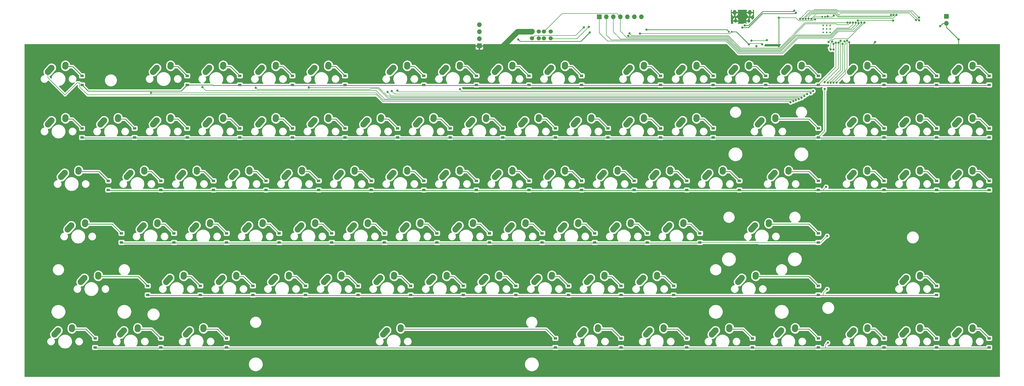
<source format=gbr>
G04 #@! TF.GenerationSoftware,KiCad,Pcbnew,(5.1.12)-1*
G04 #@! TF.CreationDate,2023-01-21T13:53:20-07:00*
G04 #@! TF.ProjectId,keyboard,6b657962-6f61-4726-942e-6b696361645f,rev?*
G04 #@! TF.SameCoordinates,Original*
G04 #@! TF.FileFunction,Copper,L2,Bot*
G04 #@! TF.FilePolarity,Positive*
%FSLAX46Y46*%
G04 Gerber Fmt 4.6, Leading zero omitted, Abs format (unit mm)*
G04 Created by KiCad (PCBNEW (5.1.12)-1) date 2023-01-21 13:53:20*
%MOMM*%
%LPD*%
G01*
G04 APERTURE LIST*
G04 #@! TA.AperFunction,ComponentPad*
%ADD10O,1.700000X1.700000*%
G04 #@! TD*
G04 #@! TA.AperFunction,ComponentPad*
%ADD11R,1.700000X1.700000*%
G04 #@! TD*
G04 #@! TA.AperFunction,ComponentPad*
%ADD12C,1.524000*%
G04 #@! TD*
G04 #@! TA.AperFunction,ComponentPad*
%ADD13C,2.250000*%
G04 #@! TD*
G04 #@! TA.AperFunction,ComponentPad*
%ADD14O,1.050000X1.450000*%
G04 #@! TD*
G04 #@! TA.AperFunction,ComponentPad*
%ADD15O,1.300000X1.800000*%
G04 #@! TD*
G04 #@! TA.AperFunction,ComponentPad*
%ADD16C,0.600000*%
G04 #@! TD*
G04 #@! TA.AperFunction,SMDPad,CuDef*
%ADD17R,1.200000X0.900000*%
G04 #@! TD*
G04 #@! TA.AperFunction,ViaPad*
%ADD18C,0.800000*%
G04 #@! TD*
G04 #@! TA.AperFunction,Conductor*
%ADD19C,0.250000*%
G04 #@! TD*
G04 #@! TA.AperFunction,Conductor*
%ADD20C,0.190000*%
G04 #@! TD*
G04 #@! TA.AperFunction,Conductor*
%ADD21C,2.000000*%
G04 #@! TD*
G04 #@! TA.AperFunction,Conductor*
%ADD22C,0.254000*%
G04 #@! TD*
G04 #@! TA.AperFunction,Conductor*
%ADD23C,0.100000*%
G04 #@! TD*
G04 APERTURE END LIST*
D10*
X165989000Y-6096000D03*
X165989000Y-8636000D03*
X165989000Y-11176000D03*
D11*
X165989000Y-13716000D03*
D10*
X224663000Y-3175000D03*
X222123000Y-3175000D03*
X219583000Y-3175000D03*
X217043000Y-3175000D03*
X214503000Y-3175000D03*
X211963000Y-3175000D03*
D11*
X209423000Y-3175000D03*
G04 #@! TA.AperFunction,SMDPad,CuDef*
G36*
G01*
X256731000Y-8463500D02*
X256731000Y-8808500D01*
G75*
G02*
X256583500Y-8956000I-147500J0D01*
G01*
X256288500Y-8956000D01*
G75*
G02*
X256141000Y-8808500I0J147500D01*
G01*
X256141000Y-8463500D01*
G75*
G02*
X256288500Y-8316000I147500J0D01*
G01*
X256583500Y-8316000D01*
G75*
G02*
X256731000Y-8463500I0J-147500D01*
G01*
G37*
G04 #@! TD.AperFunction*
G04 #@! TA.AperFunction,SMDPad,CuDef*
G36*
G01*
X257701000Y-8463500D02*
X257701000Y-8808500D01*
G75*
G02*
X257553500Y-8956000I-147500J0D01*
G01*
X257258500Y-8956000D01*
G75*
G02*
X257111000Y-8808500I0J147500D01*
G01*
X257111000Y-8463500D01*
G75*
G02*
X257258500Y-8316000I147500J0D01*
G01*
X257553500Y-8316000D01*
G75*
G02*
X257701000Y-8463500I0J-147500D01*
G01*
G37*
G04 #@! TD.AperFunction*
G04 #@! TA.AperFunction,SMDPad,CuDef*
G36*
G01*
X290531000Y-3005000D02*
X290531000Y-3345000D01*
G75*
G02*
X290391000Y-3485000I-140000J0D01*
G01*
X290111000Y-3485000D01*
G75*
G02*
X289971000Y-3345000I0J140000D01*
G01*
X289971000Y-3005000D01*
G75*
G02*
X290111000Y-2865000I140000J0D01*
G01*
X290391000Y-2865000D01*
G75*
G02*
X290531000Y-3005000I0J-140000D01*
G01*
G37*
G04 #@! TD.AperFunction*
G04 #@! TA.AperFunction,SMDPad,CuDef*
G36*
G01*
X291491000Y-3005000D02*
X291491000Y-3345000D01*
G75*
G02*
X291351000Y-3485000I-140000J0D01*
G01*
X291071000Y-3485000D01*
G75*
G02*
X290931000Y-3345000I0J140000D01*
G01*
X290931000Y-3005000D01*
G75*
G02*
X291071000Y-2865000I140000J0D01*
G01*
X291351000Y-2865000D01*
G75*
G02*
X291491000Y-3005000I0J-140000D01*
G01*
G37*
G04 #@! TD.AperFunction*
D12*
X191868000Y-11000000D03*
X189368000Y-11000000D03*
X187568000Y-11000000D03*
X185068000Y-11000000D03*
X191868000Y-8500000D03*
X189368000Y-8500000D03*
X187568000Y-8500000D03*
X185068000Y-8500000D03*
D13*
X44362500Y-78867000D03*
G04 #@! TA.AperFunction,ComponentPad*
G36*
G01*
X42301188Y-81164350D02*
X42301183Y-81164345D01*
G75*
G02*
X42215155Y-79575683I751317J837345D01*
G01*
X43525157Y-78115683D01*
G75*
G02*
X45113819Y-78029655I837345J-751317D01*
G01*
X45113819Y-78029655D01*
G75*
G02*
X45199847Y-79618317I-751317J-837345D01*
G01*
X43889845Y-81078317D01*
G75*
G02*
X42301183Y-81164345I-837345J751317D01*
G01*
G37*
G04 #@! TD.AperFunction*
X49402500Y-77787000D03*
G04 #@! TA.AperFunction,ComponentPad*
G36*
G01*
X49285983Y-79489395D02*
X49285097Y-79489334D01*
G75*
G02*
X48240166Y-78289597I77403J1122334D01*
G01*
X48280166Y-77709597D01*
G75*
G02*
X49479903Y-76664666I1122334J-77403D01*
G01*
X49479903Y-76664666D01*
G75*
G02*
X50524834Y-77864403I-77403J-1122334D01*
G01*
X50484834Y-78444403D01*
G75*
G02*
X49285097Y-79489334I-1122334J77403D01*
G01*
G37*
G04 #@! TD.AperFunction*
X132468750Y-116967000D03*
G04 #@! TA.AperFunction,ComponentPad*
G36*
G01*
X130407438Y-119264350D02*
X130407433Y-119264345D01*
G75*
G02*
X130321405Y-117675683I751317J837345D01*
G01*
X131631407Y-116215683D01*
G75*
G02*
X133220069Y-116129655I837345J-751317D01*
G01*
X133220069Y-116129655D01*
G75*
G02*
X133306097Y-117718317I-751317J-837345D01*
G01*
X131996095Y-119178317D01*
G75*
G02*
X130407433Y-119264345I-837345J751317D01*
G01*
G37*
G04 #@! TD.AperFunction*
X137508750Y-115887000D03*
G04 #@! TA.AperFunction,ComponentPad*
G36*
G01*
X137392233Y-117589395D02*
X137391347Y-117589334D01*
G75*
G02*
X136346416Y-116389597I77403J1122334D01*
G01*
X136386416Y-115809597D01*
G75*
G02*
X137586153Y-114764666I1122334J-77403D01*
G01*
X137586153Y-114764666D01*
G75*
G02*
X138631084Y-115964403I-77403J-1122334D01*
G01*
X138591084Y-116544403D01*
G75*
G02*
X137391347Y-117589334I-1122334J77403D01*
G01*
G37*
G04 #@! TD.AperFunction*
X251531250Y-116967000D03*
G04 #@! TA.AperFunction,ComponentPad*
G36*
G01*
X249469938Y-119264350D02*
X249469933Y-119264345D01*
G75*
G02*
X249383905Y-117675683I751317J837345D01*
G01*
X250693907Y-116215683D01*
G75*
G02*
X252282569Y-116129655I837345J-751317D01*
G01*
X252282569Y-116129655D01*
G75*
G02*
X252368597Y-117718317I-751317J-837345D01*
G01*
X251058595Y-119178317D01*
G75*
G02*
X249469933Y-119264345I-837345J751317D01*
G01*
G37*
G04 #@! TD.AperFunction*
X256571250Y-115887000D03*
G04 #@! TA.AperFunction,ComponentPad*
G36*
G01*
X256454733Y-117589395D02*
X256453847Y-117589334D01*
G75*
G02*
X255408916Y-116389597I77403J1122334D01*
G01*
X255448916Y-115809597D01*
G75*
G02*
X256648653Y-114764666I1122334J-77403D01*
G01*
X256648653Y-114764666D01*
G75*
G02*
X257693584Y-115964403I-77403J-1122334D01*
G01*
X257653584Y-116544403D01*
G75*
G02*
X256453847Y-117589334I-1122334J77403D01*
G01*
G37*
G04 #@! TD.AperFunction*
X11025000Y-21717000D03*
G04 #@! TA.AperFunction,ComponentPad*
G36*
G01*
X8963688Y-24014350D02*
X8963683Y-24014345D01*
G75*
G02*
X8877655Y-22425683I751317J837345D01*
G01*
X10187657Y-20965683D01*
G75*
G02*
X11776319Y-20879655I837345J-751317D01*
G01*
X11776319Y-20879655D01*
G75*
G02*
X11862347Y-22468317I-751317J-837345D01*
G01*
X10552345Y-23928317D01*
G75*
G02*
X8963683Y-24014345I-837345J751317D01*
G01*
G37*
G04 #@! TD.AperFunction*
X16065000Y-20637000D03*
G04 #@! TA.AperFunction,ComponentPad*
G36*
G01*
X15948483Y-22339395D02*
X15947597Y-22339334D01*
G75*
G02*
X14902666Y-21139597I77403J1122334D01*
G01*
X14942666Y-20559597D01*
G75*
G02*
X16142403Y-19514666I1122334J-77403D01*
G01*
X16142403Y-19514666D01*
G75*
G02*
X17187334Y-20714403I-77403J-1122334D01*
G01*
X17147334Y-21294403D01*
G75*
G02*
X15947597Y-22339334I-1122334J77403D01*
G01*
G37*
G04 #@! TD.AperFunction*
X49125000Y-21717000D03*
G04 #@! TA.AperFunction,ComponentPad*
G36*
G01*
X47063688Y-24014350D02*
X47063683Y-24014345D01*
G75*
G02*
X46977655Y-22425683I751317J837345D01*
G01*
X48287657Y-20965683D01*
G75*
G02*
X49876319Y-20879655I837345J-751317D01*
G01*
X49876319Y-20879655D01*
G75*
G02*
X49962347Y-22468317I-751317J-837345D01*
G01*
X48652345Y-23928317D01*
G75*
G02*
X47063683Y-24014345I-837345J751317D01*
G01*
G37*
G04 #@! TD.AperFunction*
X54165000Y-20637000D03*
G04 #@! TA.AperFunction,ComponentPad*
G36*
G01*
X54048483Y-22339395D02*
X54047597Y-22339334D01*
G75*
G02*
X53002666Y-21139597I77403J1122334D01*
G01*
X53042666Y-20559597D01*
G75*
G02*
X54242403Y-19514666I1122334J-77403D01*
G01*
X54242403Y-19514666D01*
G75*
G02*
X55287334Y-20714403I-77403J-1122334D01*
G01*
X55247334Y-21294403D01*
G75*
G02*
X54047597Y-22339334I-1122334J77403D01*
G01*
G37*
G04 #@! TD.AperFunction*
X68175000Y-21717000D03*
G04 #@! TA.AperFunction,ComponentPad*
G36*
G01*
X66113688Y-24014350D02*
X66113683Y-24014345D01*
G75*
G02*
X66027655Y-22425683I751317J837345D01*
G01*
X67337657Y-20965683D01*
G75*
G02*
X68926319Y-20879655I837345J-751317D01*
G01*
X68926319Y-20879655D01*
G75*
G02*
X69012347Y-22468317I-751317J-837345D01*
G01*
X67702345Y-23928317D01*
G75*
G02*
X66113683Y-24014345I-837345J751317D01*
G01*
G37*
G04 #@! TD.AperFunction*
X73215000Y-20637000D03*
G04 #@! TA.AperFunction,ComponentPad*
G36*
G01*
X73098483Y-22339395D02*
X73097597Y-22339334D01*
G75*
G02*
X72052666Y-21139597I77403J1122334D01*
G01*
X72092666Y-20559597D01*
G75*
G02*
X73292403Y-19514666I1122334J-77403D01*
G01*
X73292403Y-19514666D01*
G75*
G02*
X74337334Y-20714403I-77403J-1122334D01*
G01*
X74297334Y-21294403D01*
G75*
G02*
X73097597Y-22339334I-1122334J77403D01*
G01*
G37*
G04 #@! TD.AperFunction*
X87225000Y-21717000D03*
G04 #@! TA.AperFunction,ComponentPad*
G36*
G01*
X85163688Y-24014350D02*
X85163683Y-24014345D01*
G75*
G02*
X85077655Y-22425683I751317J837345D01*
G01*
X86387657Y-20965683D01*
G75*
G02*
X87976319Y-20879655I837345J-751317D01*
G01*
X87976319Y-20879655D01*
G75*
G02*
X88062347Y-22468317I-751317J-837345D01*
G01*
X86752345Y-23928317D01*
G75*
G02*
X85163683Y-24014345I-837345J751317D01*
G01*
G37*
G04 #@! TD.AperFunction*
X92265000Y-20637000D03*
G04 #@! TA.AperFunction,ComponentPad*
G36*
G01*
X92148483Y-22339395D02*
X92147597Y-22339334D01*
G75*
G02*
X91102666Y-21139597I77403J1122334D01*
G01*
X91142666Y-20559597D01*
G75*
G02*
X92342403Y-19514666I1122334J-77403D01*
G01*
X92342403Y-19514666D01*
G75*
G02*
X93387334Y-20714403I-77403J-1122334D01*
G01*
X93347334Y-21294403D01*
G75*
G02*
X92147597Y-22339334I-1122334J77403D01*
G01*
G37*
G04 #@! TD.AperFunction*
X106275000Y-21717000D03*
G04 #@! TA.AperFunction,ComponentPad*
G36*
G01*
X104213688Y-24014350D02*
X104213683Y-24014345D01*
G75*
G02*
X104127655Y-22425683I751317J837345D01*
G01*
X105437657Y-20965683D01*
G75*
G02*
X107026319Y-20879655I837345J-751317D01*
G01*
X107026319Y-20879655D01*
G75*
G02*
X107112347Y-22468317I-751317J-837345D01*
G01*
X105802345Y-23928317D01*
G75*
G02*
X104213683Y-24014345I-837345J751317D01*
G01*
G37*
G04 #@! TD.AperFunction*
X111315000Y-20637000D03*
G04 #@! TA.AperFunction,ComponentPad*
G36*
G01*
X111198483Y-22339395D02*
X111197597Y-22339334D01*
G75*
G02*
X110152666Y-21139597I77403J1122334D01*
G01*
X110192666Y-20559597D01*
G75*
G02*
X111392403Y-19514666I1122334J-77403D01*
G01*
X111392403Y-19514666D01*
G75*
G02*
X112437334Y-20714403I-77403J-1122334D01*
G01*
X112397334Y-21294403D01*
G75*
G02*
X111197597Y-22339334I-1122334J77403D01*
G01*
G37*
G04 #@! TD.AperFunction*
X134850000Y-21717000D03*
G04 #@! TA.AperFunction,ComponentPad*
G36*
G01*
X132788688Y-24014350D02*
X132788683Y-24014345D01*
G75*
G02*
X132702655Y-22425683I751317J837345D01*
G01*
X134012657Y-20965683D01*
G75*
G02*
X135601319Y-20879655I837345J-751317D01*
G01*
X135601319Y-20879655D01*
G75*
G02*
X135687347Y-22468317I-751317J-837345D01*
G01*
X134377345Y-23928317D01*
G75*
G02*
X132788683Y-24014345I-837345J751317D01*
G01*
G37*
G04 #@! TD.AperFunction*
X139890000Y-20637000D03*
G04 #@! TA.AperFunction,ComponentPad*
G36*
G01*
X139773483Y-22339395D02*
X139772597Y-22339334D01*
G75*
G02*
X138727666Y-21139597I77403J1122334D01*
G01*
X138767666Y-20559597D01*
G75*
G02*
X139967403Y-19514666I1122334J-77403D01*
G01*
X139967403Y-19514666D01*
G75*
G02*
X141012334Y-20714403I-77403J-1122334D01*
G01*
X140972334Y-21294403D01*
G75*
G02*
X139772597Y-22339334I-1122334J77403D01*
G01*
G37*
G04 #@! TD.AperFunction*
X153900000Y-21717000D03*
G04 #@! TA.AperFunction,ComponentPad*
G36*
G01*
X151838688Y-24014350D02*
X151838683Y-24014345D01*
G75*
G02*
X151752655Y-22425683I751317J837345D01*
G01*
X153062657Y-20965683D01*
G75*
G02*
X154651319Y-20879655I837345J-751317D01*
G01*
X154651319Y-20879655D01*
G75*
G02*
X154737347Y-22468317I-751317J-837345D01*
G01*
X153427345Y-23928317D01*
G75*
G02*
X151838683Y-24014345I-837345J751317D01*
G01*
G37*
G04 #@! TD.AperFunction*
X158940000Y-20637000D03*
G04 #@! TA.AperFunction,ComponentPad*
G36*
G01*
X158823483Y-22339395D02*
X158822597Y-22339334D01*
G75*
G02*
X157777666Y-21139597I77403J1122334D01*
G01*
X157817666Y-20559597D01*
G75*
G02*
X159017403Y-19514666I1122334J-77403D01*
G01*
X159017403Y-19514666D01*
G75*
G02*
X160062334Y-20714403I-77403J-1122334D01*
G01*
X160022334Y-21294403D01*
G75*
G02*
X158822597Y-22339334I-1122334J77403D01*
G01*
G37*
G04 #@! TD.AperFunction*
X172950000Y-21717000D03*
G04 #@! TA.AperFunction,ComponentPad*
G36*
G01*
X170888688Y-24014350D02*
X170888683Y-24014345D01*
G75*
G02*
X170802655Y-22425683I751317J837345D01*
G01*
X172112657Y-20965683D01*
G75*
G02*
X173701319Y-20879655I837345J-751317D01*
G01*
X173701319Y-20879655D01*
G75*
G02*
X173787347Y-22468317I-751317J-837345D01*
G01*
X172477345Y-23928317D01*
G75*
G02*
X170888683Y-24014345I-837345J751317D01*
G01*
G37*
G04 #@! TD.AperFunction*
X177990000Y-20637000D03*
G04 #@! TA.AperFunction,ComponentPad*
G36*
G01*
X177873483Y-22339395D02*
X177872597Y-22339334D01*
G75*
G02*
X176827666Y-21139597I77403J1122334D01*
G01*
X176867666Y-20559597D01*
G75*
G02*
X178067403Y-19514666I1122334J-77403D01*
G01*
X178067403Y-19514666D01*
G75*
G02*
X179112334Y-20714403I-77403J-1122334D01*
G01*
X179072334Y-21294403D01*
G75*
G02*
X177872597Y-22339334I-1122334J77403D01*
G01*
G37*
G04 #@! TD.AperFunction*
X192000000Y-21717000D03*
G04 #@! TA.AperFunction,ComponentPad*
G36*
G01*
X189938688Y-24014350D02*
X189938683Y-24014345D01*
G75*
G02*
X189852655Y-22425683I751317J837345D01*
G01*
X191162657Y-20965683D01*
G75*
G02*
X192751319Y-20879655I837345J-751317D01*
G01*
X192751319Y-20879655D01*
G75*
G02*
X192837347Y-22468317I-751317J-837345D01*
G01*
X191527345Y-23928317D01*
G75*
G02*
X189938683Y-24014345I-837345J751317D01*
G01*
G37*
G04 #@! TD.AperFunction*
X197040000Y-20637000D03*
G04 #@! TA.AperFunction,ComponentPad*
G36*
G01*
X196923483Y-22339395D02*
X196922597Y-22339334D01*
G75*
G02*
X195877666Y-21139597I77403J1122334D01*
G01*
X195917666Y-20559597D01*
G75*
G02*
X197117403Y-19514666I1122334J-77403D01*
G01*
X197117403Y-19514666D01*
G75*
G02*
X198162334Y-20714403I-77403J-1122334D01*
G01*
X198122334Y-21294403D01*
G75*
G02*
X196922597Y-22339334I-1122334J77403D01*
G01*
G37*
G04 #@! TD.AperFunction*
X220575000Y-21717000D03*
G04 #@! TA.AperFunction,ComponentPad*
G36*
G01*
X218513688Y-24014350D02*
X218513683Y-24014345D01*
G75*
G02*
X218427655Y-22425683I751317J837345D01*
G01*
X219737657Y-20965683D01*
G75*
G02*
X221326319Y-20879655I837345J-751317D01*
G01*
X221326319Y-20879655D01*
G75*
G02*
X221412347Y-22468317I-751317J-837345D01*
G01*
X220102345Y-23928317D01*
G75*
G02*
X218513683Y-24014345I-837345J751317D01*
G01*
G37*
G04 #@! TD.AperFunction*
X225615000Y-20637000D03*
G04 #@! TA.AperFunction,ComponentPad*
G36*
G01*
X225498483Y-22339395D02*
X225497597Y-22339334D01*
G75*
G02*
X224452666Y-21139597I77403J1122334D01*
G01*
X224492666Y-20559597D01*
G75*
G02*
X225692403Y-19514666I1122334J-77403D01*
G01*
X225692403Y-19514666D01*
G75*
G02*
X226737334Y-20714403I-77403J-1122334D01*
G01*
X226697334Y-21294403D01*
G75*
G02*
X225497597Y-22339334I-1122334J77403D01*
G01*
G37*
G04 #@! TD.AperFunction*
X239625000Y-21717000D03*
G04 #@! TA.AperFunction,ComponentPad*
G36*
G01*
X237563688Y-24014350D02*
X237563683Y-24014345D01*
G75*
G02*
X237477655Y-22425683I751317J837345D01*
G01*
X238787657Y-20965683D01*
G75*
G02*
X240376319Y-20879655I837345J-751317D01*
G01*
X240376319Y-20879655D01*
G75*
G02*
X240462347Y-22468317I-751317J-837345D01*
G01*
X239152345Y-23928317D01*
G75*
G02*
X237563683Y-24014345I-837345J751317D01*
G01*
G37*
G04 #@! TD.AperFunction*
X244665000Y-20637000D03*
G04 #@! TA.AperFunction,ComponentPad*
G36*
G01*
X244548483Y-22339395D02*
X244547597Y-22339334D01*
G75*
G02*
X243502666Y-21139597I77403J1122334D01*
G01*
X243542666Y-20559597D01*
G75*
G02*
X244742403Y-19514666I1122334J-77403D01*
G01*
X244742403Y-19514666D01*
G75*
G02*
X245787334Y-20714403I-77403J-1122334D01*
G01*
X245747334Y-21294403D01*
G75*
G02*
X244547597Y-22339334I-1122334J77403D01*
G01*
G37*
G04 #@! TD.AperFunction*
X258675000Y-21717000D03*
G04 #@! TA.AperFunction,ComponentPad*
G36*
G01*
X256613688Y-24014350D02*
X256613683Y-24014345D01*
G75*
G02*
X256527655Y-22425683I751317J837345D01*
G01*
X257837657Y-20965683D01*
G75*
G02*
X259426319Y-20879655I837345J-751317D01*
G01*
X259426319Y-20879655D01*
G75*
G02*
X259512347Y-22468317I-751317J-837345D01*
G01*
X258202345Y-23928317D01*
G75*
G02*
X256613683Y-24014345I-837345J751317D01*
G01*
G37*
G04 #@! TD.AperFunction*
X263715000Y-20637000D03*
G04 #@! TA.AperFunction,ComponentPad*
G36*
G01*
X263598483Y-22339395D02*
X263597597Y-22339334D01*
G75*
G02*
X262552666Y-21139597I77403J1122334D01*
G01*
X262592666Y-20559597D01*
G75*
G02*
X263792403Y-19514666I1122334J-77403D01*
G01*
X263792403Y-19514666D01*
G75*
G02*
X264837334Y-20714403I-77403J-1122334D01*
G01*
X264797334Y-21294403D01*
G75*
G02*
X263597597Y-22339334I-1122334J77403D01*
G01*
G37*
G04 #@! TD.AperFunction*
X277725000Y-21717000D03*
G04 #@! TA.AperFunction,ComponentPad*
G36*
G01*
X275663688Y-24014350D02*
X275663683Y-24014345D01*
G75*
G02*
X275577655Y-22425683I751317J837345D01*
G01*
X276887657Y-20965683D01*
G75*
G02*
X278476319Y-20879655I837345J-751317D01*
G01*
X278476319Y-20879655D01*
G75*
G02*
X278562347Y-22468317I-751317J-837345D01*
G01*
X277252345Y-23928317D01*
G75*
G02*
X275663683Y-24014345I-837345J751317D01*
G01*
G37*
G04 #@! TD.AperFunction*
X282765000Y-20637000D03*
G04 #@! TA.AperFunction,ComponentPad*
G36*
G01*
X282648483Y-22339395D02*
X282647597Y-22339334D01*
G75*
G02*
X281602666Y-21139597I77403J1122334D01*
G01*
X281642666Y-20559597D01*
G75*
G02*
X282842403Y-19514666I1122334J-77403D01*
G01*
X282842403Y-19514666D01*
G75*
G02*
X283887334Y-20714403I-77403J-1122334D01*
G01*
X283847334Y-21294403D01*
G75*
G02*
X282647597Y-22339334I-1122334J77403D01*
G01*
G37*
G04 #@! TD.AperFunction*
X301537500Y-21717000D03*
G04 #@! TA.AperFunction,ComponentPad*
G36*
G01*
X299476188Y-24014350D02*
X299476183Y-24014345D01*
G75*
G02*
X299390155Y-22425683I751317J837345D01*
G01*
X300700157Y-20965683D01*
G75*
G02*
X302288819Y-20879655I837345J-751317D01*
G01*
X302288819Y-20879655D01*
G75*
G02*
X302374847Y-22468317I-751317J-837345D01*
G01*
X301064845Y-23928317D01*
G75*
G02*
X299476183Y-24014345I-837345J751317D01*
G01*
G37*
G04 #@! TD.AperFunction*
X306577500Y-20637000D03*
G04 #@! TA.AperFunction,ComponentPad*
G36*
G01*
X306460983Y-22339395D02*
X306460097Y-22339334D01*
G75*
G02*
X305415166Y-21139597I77403J1122334D01*
G01*
X305455166Y-20559597D01*
G75*
G02*
X306654903Y-19514666I1122334J-77403D01*
G01*
X306654903Y-19514666D01*
G75*
G02*
X307699834Y-20714403I-77403J-1122334D01*
G01*
X307659834Y-21294403D01*
G75*
G02*
X306460097Y-22339334I-1122334J77403D01*
G01*
G37*
G04 #@! TD.AperFunction*
X320587500Y-21717000D03*
G04 #@! TA.AperFunction,ComponentPad*
G36*
G01*
X318526188Y-24014350D02*
X318526183Y-24014345D01*
G75*
G02*
X318440155Y-22425683I751317J837345D01*
G01*
X319750157Y-20965683D01*
G75*
G02*
X321338819Y-20879655I837345J-751317D01*
G01*
X321338819Y-20879655D01*
G75*
G02*
X321424847Y-22468317I-751317J-837345D01*
G01*
X320114845Y-23928317D01*
G75*
G02*
X318526183Y-24014345I-837345J751317D01*
G01*
G37*
G04 #@! TD.AperFunction*
X325627500Y-20637000D03*
G04 #@! TA.AperFunction,ComponentPad*
G36*
G01*
X325510983Y-22339395D02*
X325510097Y-22339334D01*
G75*
G02*
X324465166Y-21139597I77403J1122334D01*
G01*
X324505166Y-20559597D01*
G75*
G02*
X325704903Y-19514666I1122334J-77403D01*
G01*
X325704903Y-19514666D01*
G75*
G02*
X326749834Y-20714403I-77403J-1122334D01*
G01*
X326709834Y-21294403D01*
G75*
G02*
X325510097Y-22339334I-1122334J77403D01*
G01*
G37*
G04 #@! TD.AperFunction*
X339637500Y-21717000D03*
G04 #@! TA.AperFunction,ComponentPad*
G36*
G01*
X337576188Y-24014350D02*
X337576183Y-24014345D01*
G75*
G02*
X337490155Y-22425683I751317J837345D01*
G01*
X338800157Y-20965683D01*
G75*
G02*
X340388819Y-20879655I837345J-751317D01*
G01*
X340388819Y-20879655D01*
G75*
G02*
X340474847Y-22468317I-751317J-837345D01*
G01*
X339164845Y-23928317D01*
G75*
G02*
X337576183Y-24014345I-837345J751317D01*
G01*
G37*
G04 #@! TD.AperFunction*
X344677500Y-20637000D03*
G04 #@! TA.AperFunction,ComponentPad*
G36*
G01*
X344560983Y-22339395D02*
X344560097Y-22339334D01*
G75*
G02*
X343515166Y-21139597I77403J1122334D01*
G01*
X343555166Y-20559597D01*
G75*
G02*
X344754903Y-19514666I1122334J-77403D01*
G01*
X344754903Y-19514666D01*
G75*
G02*
X345799834Y-20714403I-77403J-1122334D01*
G01*
X345759834Y-21294403D01*
G75*
G02*
X344560097Y-22339334I-1122334J77403D01*
G01*
G37*
G04 #@! TD.AperFunction*
X11025000Y-40767000D03*
G04 #@! TA.AperFunction,ComponentPad*
G36*
G01*
X8963688Y-43064350D02*
X8963683Y-43064345D01*
G75*
G02*
X8877655Y-41475683I751317J837345D01*
G01*
X10187657Y-40015683D01*
G75*
G02*
X11776319Y-39929655I837345J-751317D01*
G01*
X11776319Y-39929655D01*
G75*
G02*
X11862347Y-41518317I-751317J-837345D01*
G01*
X10552345Y-42978317D01*
G75*
G02*
X8963683Y-43064345I-837345J751317D01*
G01*
G37*
G04 #@! TD.AperFunction*
X16065000Y-39687000D03*
G04 #@! TA.AperFunction,ComponentPad*
G36*
G01*
X15948483Y-41389395D02*
X15947597Y-41389334D01*
G75*
G02*
X14902666Y-40189597I77403J1122334D01*
G01*
X14942666Y-39609597D01*
G75*
G02*
X16142403Y-38564666I1122334J-77403D01*
G01*
X16142403Y-38564666D01*
G75*
G02*
X17187334Y-39764403I-77403J-1122334D01*
G01*
X17147334Y-40344403D01*
G75*
G02*
X15947597Y-41389334I-1122334J77403D01*
G01*
G37*
G04 #@! TD.AperFunction*
X30075000Y-40767000D03*
G04 #@! TA.AperFunction,ComponentPad*
G36*
G01*
X28013688Y-43064350D02*
X28013683Y-43064345D01*
G75*
G02*
X27927655Y-41475683I751317J837345D01*
G01*
X29237657Y-40015683D01*
G75*
G02*
X30826319Y-39929655I837345J-751317D01*
G01*
X30826319Y-39929655D01*
G75*
G02*
X30912347Y-41518317I-751317J-837345D01*
G01*
X29602345Y-42978317D01*
G75*
G02*
X28013683Y-43064345I-837345J751317D01*
G01*
G37*
G04 #@! TD.AperFunction*
X35115000Y-39687000D03*
G04 #@! TA.AperFunction,ComponentPad*
G36*
G01*
X34998483Y-41389395D02*
X34997597Y-41389334D01*
G75*
G02*
X33952666Y-40189597I77403J1122334D01*
G01*
X33992666Y-39609597D01*
G75*
G02*
X35192403Y-38564666I1122334J-77403D01*
G01*
X35192403Y-38564666D01*
G75*
G02*
X36237334Y-39764403I-77403J-1122334D01*
G01*
X36197334Y-40344403D01*
G75*
G02*
X34997597Y-41389334I-1122334J77403D01*
G01*
G37*
G04 #@! TD.AperFunction*
X49125000Y-40767000D03*
G04 #@! TA.AperFunction,ComponentPad*
G36*
G01*
X47063688Y-43064350D02*
X47063683Y-43064345D01*
G75*
G02*
X46977655Y-41475683I751317J837345D01*
G01*
X48287657Y-40015683D01*
G75*
G02*
X49876319Y-39929655I837345J-751317D01*
G01*
X49876319Y-39929655D01*
G75*
G02*
X49962347Y-41518317I-751317J-837345D01*
G01*
X48652345Y-42978317D01*
G75*
G02*
X47063683Y-43064345I-837345J751317D01*
G01*
G37*
G04 #@! TD.AperFunction*
X54165000Y-39687000D03*
G04 #@! TA.AperFunction,ComponentPad*
G36*
G01*
X54048483Y-41389395D02*
X54047597Y-41389334D01*
G75*
G02*
X53002666Y-40189597I77403J1122334D01*
G01*
X53042666Y-39609597D01*
G75*
G02*
X54242403Y-38564666I1122334J-77403D01*
G01*
X54242403Y-38564666D01*
G75*
G02*
X55287334Y-39764403I-77403J-1122334D01*
G01*
X55247334Y-40344403D01*
G75*
G02*
X54047597Y-41389334I-1122334J77403D01*
G01*
G37*
G04 #@! TD.AperFunction*
X68175000Y-40767000D03*
G04 #@! TA.AperFunction,ComponentPad*
G36*
G01*
X66113688Y-43064350D02*
X66113683Y-43064345D01*
G75*
G02*
X66027655Y-41475683I751317J837345D01*
G01*
X67337657Y-40015683D01*
G75*
G02*
X68926319Y-39929655I837345J-751317D01*
G01*
X68926319Y-39929655D01*
G75*
G02*
X69012347Y-41518317I-751317J-837345D01*
G01*
X67702345Y-42978317D01*
G75*
G02*
X66113683Y-43064345I-837345J751317D01*
G01*
G37*
G04 #@! TD.AperFunction*
X73215000Y-39687000D03*
G04 #@! TA.AperFunction,ComponentPad*
G36*
G01*
X73098483Y-41389395D02*
X73097597Y-41389334D01*
G75*
G02*
X72052666Y-40189597I77403J1122334D01*
G01*
X72092666Y-39609597D01*
G75*
G02*
X73292403Y-38564666I1122334J-77403D01*
G01*
X73292403Y-38564666D01*
G75*
G02*
X74337334Y-39764403I-77403J-1122334D01*
G01*
X74297334Y-40344403D01*
G75*
G02*
X73097597Y-41389334I-1122334J77403D01*
G01*
G37*
G04 #@! TD.AperFunction*
X87225000Y-40767000D03*
G04 #@! TA.AperFunction,ComponentPad*
G36*
G01*
X85163688Y-43064350D02*
X85163683Y-43064345D01*
G75*
G02*
X85077655Y-41475683I751317J837345D01*
G01*
X86387657Y-40015683D01*
G75*
G02*
X87976319Y-39929655I837345J-751317D01*
G01*
X87976319Y-39929655D01*
G75*
G02*
X88062347Y-41518317I-751317J-837345D01*
G01*
X86752345Y-42978317D01*
G75*
G02*
X85163683Y-43064345I-837345J751317D01*
G01*
G37*
G04 #@! TD.AperFunction*
X92265000Y-39687000D03*
G04 #@! TA.AperFunction,ComponentPad*
G36*
G01*
X92148483Y-41389395D02*
X92147597Y-41389334D01*
G75*
G02*
X91102666Y-40189597I77403J1122334D01*
G01*
X91142666Y-39609597D01*
G75*
G02*
X92342403Y-38564666I1122334J-77403D01*
G01*
X92342403Y-38564666D01*
G75*
G02*
X93387334Y-39764403I-77403J-1122334D01*
G01*
X93347334Y-40344403D01*
G75*
G02*
X92147597Y-41389334I-1122334J77403D01*
G01*
G37*
G04 #@! TD.AperFunction*
X106275000Y-40767000D03*
G04 #@! TA.AperFunction,ComponentPad*
G36*
G01*
X104213688Y-43064350D02*
X104213683Y-43064345D01*
G75*
G02*
X104127655Y-41475683I751317J837345D01*
G01*
X105437657Y-40015683D01*
G75*
G02*
X107026319Y-39929655I837345J-751317D01*
G01*
X107026319Y-39929655D01*
G75*
G02*
X107112347Y-41518317I-751317J-837345D01*
G01*
X105802345Y-42978317D01*
G75*
G02*
X104213683Y-43064345I-837345J751317D01*
G01*
G37*
G04 #@! TD.AperFunction*
X111315000Y-39687000D03*
G04 #@! TA.AperFunction,ComponentPad*
G36*
G01*
X111198483Y-41389395D02*
X111197597Y-41389334D01*
G75*
G02*
X110152666Y-40189597I77403J1122334D01*
G01*
X110192666Y-39609597D01*
G75*
G02*
X111392403Y-38564666I1122334J-77403D01*
G01*
X111392403Y-38564666D01*
G75*
G02*
X112437334Y-39764403I-77403J-1122334D01*
G01*
X112397334Y-40344403D01*
G75*
G02*
X111197597Y-41389334I-1122334J77403D01*
G01*
G37*
G04 #@! TD.AperFunction*
X125325000Y-40767000D03*
G04 #@! TA.AperFunction,ComponentPad*
G36*
G01*
X123263688Y-43064350D02*
X123263683Y-43064345D01*
G75*
G02*
X123177655Y-41475683I751317J837345D01*
G01*
X124487657Y-40015683D01*
G75*
G02*
X126076319Y-39929655I837345J-751317D01*
G01*
X126076319Y-39929655D01*
G75*
G02*
X126162347Y-41518317I-751317J-837345D01*
G01*
X124852345Y-42978317D01*
G75*
G02*
X123263683Y-43064345I-837345J751317D01*
G01*
G37*
G04 #@! TD.AperFunction*
X130365000Y-39687000D03*
G04 #@! TA.AperFunction,ComponentPad*
G36*
G01*
X130248483Y-41389395D02*
X130247597Y-41389334D01*
G75*
G02*
X129202666Y-40189597I77403J1122334D01*
G01*
X129242666Y-39609597D01*
G75*
G02*
X130442403Y-38564666I1122334J-77403D01*
G01*
X130442403Y-38564666D01*
G75*
G02*
X131487334Y-39764403I-77403J-1122334D01*
G01*
X131447334Y-40344403D01*
G75*
G02*
X130247597Y-41389334I-1122334J77403D01*
G01*
G37*
G04 #@! TD.AperFunction*
X144375000Y-40767000D03*
G04 #@! TA.AperFunction,ComponentPad*
G36*
G01*
X142313688Y-43064350D02*
X142313683Y-43064345D01*
G75*
G02*
X142227655Y-41475683I751317J837345D01*
G01*
X143537657Y-40015683D01*
G75*
G02*
X145126319Y-39929655I837345J-751317D01*
G01*
X145126319Y-39929655D01*
G75*
G02*
X145212347Y-41518317I-751317J-837345D01*
G01*
X143902345Y-42978317D01*
G75*
G02*
X142313683Y-43064345I-837345J751317D01*
G01*
G37*
G04 #@! TD.AperFunction*
X149415000Y-39687000D03*
G04 #@! TA.AperFunction,ComponentPad*
G36*
G01*
X149298483Y-41389395D02*
X149297597Y-41389334D01*
G75*
G02*
X148252666Y-40189597I77403J1122334D01*
G01*
X148292666Y-39609597D01*
G75*
G02*
X149492403Y-38564666I1122334J-77403D01*
G01*
X149492403Y-38564666D01*
G75*
G02*
X150537334Y-39764403I-77403J-1122334D01*
G01*
X150497334Y-40344403D01*
G75*
G02*
X149297597Y-41389334I-1122334J77403D01*
G01*
G37*
G04 #@! TD.AperFunction*
X163425000Y-40767000D03*
G04 #@! TA.AperFunction,ComponentPad*
G36*
G01*
X161363688Y-43064350D02*
X161363683Y-43064345D01*
G75*
G02*
X161277655Y-41475683I751317J837345D01*
G01*
X162587657Y-40015683D01*
G75*
G02*
X164176319Y-39929655I837345J-751317D01*
G01*
X164176319Y-39929655D01*
G75*
G02*
X164262347Y-41518317I-751317J-837345D01*
G01*
X162952345Y-42978317D01*
G75*
G02*
X161363683Y-43064345I-837345J751317D01*
G01*
G37*
G04 #@! TD.AperFunction*
X168465000Y-39687000D03*
G04 #@! TA.AperFunction,ComponentPad*
G36*
G01*
X168348483Y-41389395D02*
X168347597Y-41389334D01*
G75*
G02*
X167302666Y-40189597I77403J1122334D01*
G01*
X167342666Y-39609597D01*
G75*
G02*
X168542403Y-38564666I1122334J-77403D01*
G01*
X168542403Y-38564666D01*
G75*
G02*
X169587334Y-39764403I-77403J-1122334D01*
G01*
X169547334Y-40344403D01*
G75*
G02*
X168347597Y-41389334I-1122334J77403D01*
G01*
G37*
G04 #@! TD.AperFunction*
X182475000Y-40767000D03*
G04 #@! TA.AperFunction,ComponentPad*
G36*
G01*
X180413688Y-43064350D02*
X180413683Y-43064345D01*
G75*
G02*
X180327655Y-41475683I751317J837345D01*
G01*
X181637657Y-40015683D01*
G75*
G02*
X183226319Y-39929655I837345J-751317D01*
G01*
X183226319Y-39929655D01*
G75*
G02*
X183312347Y-41518317I-751317J-837345D01*
G01*
X182002345Y-42978317D01*
G75*
G02*
X180413683Y-43064345I-837345J751317D01*
G01*
G37*
G04 #@! TD.AperFunction*
X187515000Y-39687000D03*
G04 #@! TA.AperFunction,ComponentPad*
G36*
G01*
X187398483Y-41389395D02*
X187397597Y-41389334D01*
G75*
G02*
X186352666Y-40189597I77403J1122334D01*
G01*
X186392666Y-39609597D01*
G75*
G02*
X187592403Y-38564666I1122334J-77403D01*
G01*
X187592403Y-38564666D01*
G75*
G02*
X188637334Y-39764403I-77403J-1122334D01*
G01*
X188597334Y-40344403D01*
G75*
G02*
X187397597Y-41389334I-1122334J77403D01*
G01*
G37*
G04 #@! TD.AperFunction*
X201525000Y-40767000D03*
G04 #@! TA.AperFunction,ComponentPad*
G36*
G01*
X199463688Y-43064350D02*
X199463683Y-43064345D01*
G75*
G02*
X199377655Y-41475683I751317J837345D01*
G01*
X200687657Y-40015683D01*
G75*
G02*
X202276319Y-39929655I837345J-751317D01*
G01*
X202276319Y-39929655D01*
G75*
G02*
X202362347Y-41518317I-751317J-837345D01*
G01*
X201052345Y-42978317D01*
G75*
G02*
X199463683Y-43064345I-837345J751317D01*
G01*
G37*
G04 #@! TD.AperFunction*
X206565000Y-39687000D03*
G04 #@! TA.AperFunction,ComponentPad*
G36*
G01*
X206448483Y-41389395D02*
X206447597Y-41389334D01*
G75*
G02*
X205402666Y-40189597I77403J1122334D01*
G01*
X205442666Y-39609597D01*
G75*
G02*
X206642403Y-38564666I1122334J-77403D01*
G01*
X206642403Y-38564666D01*
G75*
G02*
X207687334Y-39764403I-77403J-1122334D01*
G01*
X207647334Y-40344403D01*
G75*
G02*
X206447597Y-41389334I-1122334J77403D01*
G01*
G37*
G04 #@! TD.AperFunction*
X220575000Y-40767000D03*
G04 #@! TA.AperFunction,ComponentPad*
G36*
G01*
X218513688Y-43064350D02*
X218513683Y-43064345D01*
G75*
G02*
X218427655Y-41475683I751317J837345D01*
G01*
X219737657Y-40015683D01*
G75*
G02*
X221326319Y-39929655I837345J-751317D01*
G01*
X221326319Y-39929655D01*
G75*
G02*
X221412347Y-41518317I-751317J-837345D01*
G01*
X220102345Y-42978317D01*
G75*
G02*
X218513683Y-43064345I-837345J751317D01*
G01*
G37*
G04 #@! TD.AperFunction*
X225615000Y-39687000D03*
G04 #@! TA.AperFunction,ComponentPad*
G36*
G01*
X225498483Y-41389395D02*
X225497597Y-41389334D01*
G75*
G02*
X224452666Y-40189597I77403J1122334D01*
G01*
X224492666Y-39609597D01*
G75*
G02*
X225692403Y-38564666I1122334J-77403D01*
G01*
X225692403Y-38564666D01*
G75*
G02*
X226737334Y-39764403I-77403J-1122334D01*
G01*
X226697334Y-40344403D01*
G75*
G02*
X225497597Y-41389334I-1122334J77403D01*
G01*
G37*
G04 #@! TD.AperFunction*
X239625000Y-40767000D03*
G04 #@! TA.AperFunction,ComponentPad*
G36*
G01*
X237563688Y-43064350D02*
X237563683Y-43064345D01*
G75*
G02*
X237477655Y-41475683I751317J837345D01*
G01*
X238787657Y-40015683D01*
G75*
G02*
X240376319Y-39929655I837345J-751317D01*
G01*
X240376319Y-39929655D01*
G75*
G02*
X240462347Y-41518317I-751317J-837345D01*
G01*
X239152345Y-42978317D01*
G75*
G02*
X237563683Y-43064345I-837345J751317D01*
G01*
G37*
G04 #@! TD.AperFunction*
X244665000Y-39687000D03*
G04 #@! TA.AperFunction,ComponentPad*
G36*
G01*
X244548483Y-41389395D02*
X244547597Y-41389334D01*
G75*
G02*
X243502666Y-40189597I77403J1122334D01*
G01*
X243542666Y-39609597D01*
G75*
G02*
X244742403Y-38564666I1122334J-77403D01*
G01*
X244742403Y-38564666D01*
G75*
G02*
X245787334Y-39764403I-77403J-1122334D01*
G01*
X245747334Y-40344403D01*
G75*
G02*
X244547597Y-41389334I-1122334J77403D01*
G01*
G37*
G04 #@! TD.AperFunction*
X268200000Y-40767000D03*
G04 #@! TA.AperFunction,ComponentPad*
G36*
G01*
X266138688Y-43064350D02*
X266138683Y-43064345D01*
G75*
G02*
X266052655Y-41475683I751317J837345D01*
G01*
X267362657Y-40015683D01*
G75*
G02*
X268951319Y-39929655I837345J-751317D01*
G01*
X268951319Y-39929655D01*
G75*
G02*
X269037347Y-41518317I-751317J-837345D01*
G01*
X267727345Y-42978317D01*
G75*
G02*
X266138683Y-43064345I-837345J751317D01*
G01*
G37*
G04 #@! TD.AperFunction*
X273240000Y-39687000D03*
G04 #@! TA.AperFunction,ComponentPad*
G36*
G01*
X273123483Y-41389395D02*
X273122597Y-41389334D01*
G75*
G02*
X272077666Y-40189597I77403J1122334D01*
G01*
X272117666Y-39609597D01*
G75*
G02*
X273317403Y-38564666I1122334J-77403D01*
G01*
X273317403Y-38564666D01*
G75*
G02*
X274362334Y-39764403I-77403J-1122334D01*
G01*
X274322334Y-40344403D01*
G75*
G02*
X273122597Y-41389334I-1122334J77403D01*
G01*
G37*
G04 #@! TD.AperFunction*
X301537500Y-40767000D03*
G04 #@! TA.AperFunction,ComponentPad*
G36*
G01*
X299476188Y-43064350D02*
X299476183Y-43064345D01*
G75*
G02*
X299390155Y-41475683I751317J837345D01*
G01*
X300700157Y-40015683D01*
G75*
G02*
X302288819Y-39929655I837345J-751317D01*
G01*
X302288819Y-39929655D01*
G75*
G02*
X302374847Y-41518317I-751317J-837345D01*
G01*
X301064845Y-42978317D01*
G75*
G02*
X299476183Y-43064345I-837345J751317D01*
G01*
G37*
G04 #@! TD.AperFunction*
X306577500Y-39687000D03*
G04 #@! TA.AperFunction,ComponentPad*
G36*
G01*
X306460983Y-41389395D02*
X306460097Y-41389334D01*
G75*
G02*
X305415166Y-40189597I77403J1122334D01*
G01*
X305455166Y-39609597D01*
G75*
G02*
X306654903Y-38564666I1122334J-77403D01*
G01*
X306654903Y-38564666D01*
G75*
G02*
X307699834Y-39764403I-77403J-1122334D01*
G01*
X307659834Y-40344403D01*
G75*
G02*
X306460097Y-41389334I-1122334J77403D01*
G01*
G37*
G04 #@! TD.AperFunction*
X320587500Y-40767000D03*
G04 #@! TA.AperFunction,ComponentPad*
G36*
G01*
X318526188Y-43064350D02*
X318526183Y-43064345D01*
G75*
G02*
X318440155Y-41475683I751317J837345D01*
G01*
X319750157Y-40015683D01*
G75*
G02*
X321338819Y-39929655I837345J-751317D01*
G01*
X321338819Y-39929655D01*
G75*
G02*
X321424847Y-41518317I-751317J-837345D01*
G01*
X320114845Y-42978317D01*
G75*
G02*
X318526183Y-43064345I-837345J751317D01*
G01*
G37*
G04 #@! TD.AperFunction*
X325627500Y-39687000D03*
G04 #@! TA.AperFunction,ComponentPad*
G36*
G01*
X325510983Y-41389395D02*
X325510097Y-41389334D01*
G75*
G02*
X324465166Y-40189597I77403J1122334D01*
G01*
X324505166Y-39609597D01*
G75*
G02*
X325704903Y-38564666I1122334J-77403D01*
G01*
X325704903Y-38564666D01*
G75*
G02*
X326749834Y-39764403I-77403J-1122334D01*
G01*
X326709834Y-40344403D01*
G75*
G02*
X325510097Y-41389334I-1122334J77403D01*
G01*
G37*
G04 #@! TD.AperFunction*
X339637500Y-40767000D03*
G04 #@! TA.AperFunction,ComponentPad*
G36*
G01*
X337576188Y-43064350D02*
X337576183Y-43064345D01*
G75*
G02*
X337490155Y-41475683I751317J837345D01*
G01*
X338800157Y-40015683D01*
G75*
G02*
X340388819Y-39929655I837345J-751317D01*
G01*
X340388819Y-39929655D01*
G75*
G02*
X340474847Y-41518317I-751317J-837345D01*
G01*
X339164845Y-42978317D01*
G75*
G02*
X337576183Y-43064345I-837345J751317D01*
G01*
G37*
G04 #@! TD.AperFunction*
X344677500Y-39687000D03*
G04 #@! TA.AperFunction,ComponentPad*
G36*
G01*
X344560983Y-41389395D02*
X344560097Y-41389334D01*
G75*
G02*
X343515166Y-40189597I77403J1122334D01*
G01*
X343555166Y-39609597D01*
G75*
G02*
X344754903Y-38564666I1122334J-77403D01*
G01*
X344754903Y-38564666D01*
G75*
G02*
X345799834Y-39764403I-77403J-1122334D01*
G01*
X345759834Y-40344403D01*
G75*
G02*
X344560097Y-41389334I-1122334J77403D01*
G01*
G37*
G04 #@! TD.AperFunction*
X15787500Y-59817000D03*
G04 #@! TA.AperFunction,ComponentPad*
G36*
G01*
X13726188Y-62114350D02*
X13726183Y-62114345D01*
G75*
G02*
X13640155Y-60525683I751317J837345D01*
G01*
X14950157Y-59065683D01*
G75*
G02*
X16538819Y-58979655I837345J-751317D01*
G01*
X16538819Y-58979655D01*
G75*
G02*
X16624847Y-60568317I-751317J-837345D01*
G01*
X15314845Y-62028317D01*
G75*
G02*
X13726183Y-62114345I-837345J751317D01*
G01*
G37*
G04 #@! TD.AperFunction*
X20827500Y-58737000D03*
G04 #@! TA.AperFunction,ComponentPad*
G36*
G01*
X20710983Y-60439395D02*
X20710097Y-60439334D01*
G75*
G02*
X19665166Y-59239597I77403J1122334D01*
G01*
X19705166Y-58659597D01*
G75*
G02*
X20904903Y-57614666I1122334J-77403D01*
G01*
X20904903Y-57614666D01*
G75*
G02*
X21949834Y-58814403I-77403J-1122334D01*
G01*
X21909834Y-59394403D01*
G75*
G02*
X20710097Y-60439334I-1122334J77403D01*
G01*
G37*
G04 #@! TD.AperFunction*
X39600000Y-59817000D03*
G04 #@! TA.AperFunction,ComponentPad*
G36*
G01*
X37538688Y-62114350D02*
X37538683Y-62114345D01*
G75*
G02*
X37452655Y-60525683I751317J837345D01*
G01*
X38762657Y-59065683D01*
G75*
G02*
X40351319Y-58979655I837345J-751317D01*
G01*
X40351319Y-58979655D01*
G75*
G02*
X40437347Y-60568317I-751317J-837345D01*
G01*
X39127345Y-62028317D01*
G75*
G02*
X37538683Y-62114345I-837345J751317D01*
G01*
G37*
G04 #@! TD.AperFunction*
X44640000Y-58737000D03*
G04 #@! TA.AperFunction,ComponentPad*
G36*
G01*
X44523483Y-60439395D02*
X44522597Y-60439334D01*
G75*
G02*
X43477666Y-59239597I77403J1122334D01*
G01*
X43517666Y-58659597D01*
G75*
G02*
X44717403Y-57614666I1122334J-77403D01*
G01*
X44717403Y-57614666D01*
G75*
G02*
X45762334Y-58814403I-77403J-1122334D01*
G01*
X45722334Y-59394403D01*
G75*
G02*
X44522597Y-60439334I-1122334J77403D01*
G01*
G37*
G04 #@! TD.AperFunction*
X58650000Y-59817000D03*
G04 #@! TA.AperFunction,ComponentPad*
G36*
G01*
X56588688Y-62114350D02*
X56588683Y-62114345D01*
G75*
G02*
X56502655Y-60525683I751317J837345D01*
G01*
X57812657Y-59065683D01*
G75*
G02*
X59401319Y-58979655I837345J-751317D01*
G01*
X59401319Y-58979655D01*
G75*
G02*
X59487347Y-60568317I-751317J-837345D01*
G01*
X58177345Y-62028317D01*
G75*
G02*
X56588683Y-62114345I-837345J751317D01*
G01*
G37*
G04 #@! TD.AperFunction*
X63690000Y-58737000D03*
G04 #@! TA.AperFunction,ComponentPad*
G36*
G01*
X63573483Y-60439395D02*
X63572597Y-60439334D01*
G75*
G02*
X62527666Y-59239597I77403J1122334D01*
G01*
X62567666Y-58659597D01*
G75*
G02*
X63767403Y-57614666I1122334J-77403D01*
G01*
X63767403Y-57614666D01*
G75*
G02*
X64812334Y-58814403I-77403J-1122334D01*
G01*
X64772334Y-59394403D01*
G75*
G02*
X63572597Y-60439334I-1122334J77403D01*
G01*
G37*
G04 #@! TD.AperFunction*
X77700000Y-59817000D03*
G04 #@! TA.AperFunction,ComponentPad*
G36*
G01*
X75638688Y-62114350D02*
X75638683Y-62114345D01*
G75*
G02*
X75552655Y-60525683I751317J837345D01*
G01*
X76862657Y-59065683D01*
G75*
G02*
X78451319Y-58979655I837345J-751317D01*
G01*
X78451319Y-58979655D01*
G75*
G02*
X78537347Y-60568317I-751317J-837345D01*
G01*
X77227345Y-62028317D01*
G75*
G02*
X75638683Y-62114345I-837345J751317D01*
G01*
G37*
G04 #@! TD.AperFunction*
X82740000Y-58737000D03*
G04 #@! TA.AperFunction,ComponentPad*
G36*
G01*
X82623483Y-60439395D02*
X82622597Y-60439334D01*
G75*
G02*
X81577666Y-59239597I77403J1122334D01*
G01*
X81617666Y-58659597D01*
G75*
G02*
X82817403Y-57614666I1122334J-77403D01*
G01*
X82817403Y-57614666D01*
G75*
G02*
X83862334Y-58814403I-77403J-1122334D01*
G01*
X83822334Y-59394403D01*
G75*
G02*
X82622597Y-60439334I-1122334J77403D01*
G01*
G37*
G04 #@! TD.AperFunction*
X96750000Y-59817000D03*
G04 #@! TA.AperFunction,ComponentPad*
G36*
G01*
X94688688Y-62114350D02*
X94688683Y-62114345D01*
G75*
G02*
X94602655Y-60525683I751317J837345D01*
G01*
X95912657Y-59065683D01*
G75*
G02*
X97501319Y-58979655I837345J-751317D01*
G01*
X97501319Y-58979655D01*
G75*
G02*
X97587347Y-60568317I-751317J-837345D01*
G01*
X96277345Y-62028317D01*
G75*
G02*
X94688683Y-62114345I-837345J751317D01*
G01*
G37*
G04 #@! TD.AperFunction*
X101790000Y-58737000D03*
G04 #@! TA.AperFunction,ComponentPad*
G36*
G01*
X101673483Y-60439395D02*
X101672597Y-60439334D01*
G75*
G02*
X100627666Y-59239597I77403J1122334D01*
G01*
X100667666Y-58659597D01*
G75*
G02*
X101867403Y-57614666I1122334J-77403D01*
G01*
X101867403Y-57614666D01*
G75*
G02*
X102912334Y-58814403I-77403J-1122334D01*
G01*
X102872334Y-59394403D01*
G75*
G02*
X101672597Y-60439334I-1122334J77403D01*
G01*
G37*
G04 #@! TD.AperFunction*
X115800000Y-59817000D03*
G04 #@! TA.AperFunction,ComponentPad*
G36*
G01*
X113738688Y-62114350D02*
X113738683Y-62114345D01*
G75*
G02*
X113652655Y-60525683I751317J837345D01*
G01*
X114962657Y-59065683D01*
G75*
G02*
X116551319Y-58979655I837345J-751317D01*
G01*
X116551319Y-58979655D01*
G75*
G02*
X116637347Y-60568317I-751317J-837345D01*
G01*
X115327345Y-62028317D01*
G75*
G02*
X113738683Y-62114345I-837345J751317D01*
G01*
G37*
G04 #@! TD.AperFunction*
X120840000Y-58737000D03*
G04 #@! TA.AperFunction,ComponentPad*
G36*
G01*
X120723483Y-60439395D02*
X120722597Y-60439334D01*
G75*
G02*
X119677666Y-59239597I77403J1122334D01*
G01*
X119717666Y-58659597D01*
G75*
G02*
X120917403Y-57614666I1122334J-77403D01*
G01*
X120917403Y-57614666D01*
G75*
G02*
X121962334Y-58814403I-77403J-1122334D01*
G01*
X121922334Y-59394403D01*
G75*
G02*
X120722597Y-60439334I-1122334J77403D01*
G01*
G37*
G04 #@! TD.AperFunction*
X134850000Y-59817000D03*
G04 #@! TA.AperFunction,ComponentPad*
G36*
G01*
X132788688Y-62114350D02*
X132788683Y-62114345D01*
G75*
G02*
X132702655Y-60525683I751317J837345D01*
G01*
X134012657Y-59065683D01*
G75*
G02*
X135601319Y-58979655I837345J-751317D01*
G01*
X135601319Y-58979655D01*
G75*
G02*
X135687347Y-60568317I-751317J-837345D01*
G01*
X134377345Y-62028317D01*
G75*
G02*
X132788683Y-62114345I-837345J751317D01*
G01*
G37*
G04 #@! TD.AperFunction*
X139890000Y-58737000D03*
G04 #@! TA.AperFunction,ComponentPad*
G36*
G01*
X139773483Y-60439395D02*
X139772597Y-60439334D01*
G75*
G02*
X138727666Y-59239597I77403J1122334D01*
G01*
X138767666Y-58659597D01*
G75*
G02*
X139967403Y-57614666I1122334J-77403D01*
G01*
X139967403Y-57614666D01*
G75*
G02*
X141012334Y-58814403I-77403J-1122334D01*
G01*
X140972334Y-59394403D01*
G75*
G02*
X139772597Y-60439334I-1122334J77403D01*
G01*
G37*
G04 #@! TD.AperFunction*
X153900000Y-59817000D03*
G04 #@! TA.AperFunction,ComponentPad*
G36*
G01*
X151838688Y-62114350D02*
X151838683Y-62114345D01*
G75*
G02*
X151752655Y-60525683I751317J837345D01*
G01*
X153062657Y-59065683D01*
G75*
G02*
X154651319Y-58979655I837345J-751317D01*
G01*
X154651319Y-58979655D01*
G75*
G02*
X154737347Y-60568317I-751317J-837345D01*
G01*
X153427345Y-62028317D01*
G75*
G02*
X151838683Y-62114345I-837345J751317D01*
G01*
G37*
G04 #@! TD.AperFunction*
X158940000Y-58737000D03*
G04 #@! TA.AperFunction,ComponentPad*
G36*
G01*
X158823483Y-60439395D02*
X158822597Y-60439334D01*
G75*
G02*
X157777666Y-59239597I77403J1122334D01*
G01*
X157817666Y-58659597D01*
G75*
G02*
X159017403Y-57614666I1122334J-77403D01*
G01*
X159017403Y-57614666D01*
G75*
G02*
X160062334Y-58814403I-77403J-1122334D01*
G01*
X160022334Y-59394403D01*
G75*
G02*
X158822597Y-60439334I-1122334J77403D01*
G01*
G37*
G04 #@! TD.AperFunction*
X172950000Y-59817000D03*
G04 #@! TA.AperFunction,ComponentPad*
G36*
G01*
X170888688Y-62114350D02*
X170888683Y-62114345D01*
G75*
G02*
X170802655Y-60525683I751317J837345D01*
G01*
X172112657Y-59065683D01*
G75*
G02*
X173701319Y-58979655I837345J-751317D01*
G01*
X173701319Y-58979655D01*
G75*
G02*
X173787347Y-60568317I-751317J-837345D01*
G01*
X172477345Y-62028317D01*
G75*
G02*
X170888683Y-62114345I-837345J751317D01*
G01*
G37*
G04 #@! TD.AperFunction*
X177990000Y-58737000D03*
G04 #@! TA.AperFunction,ComponentPad*
G36*
G01*
X177873483Y-60439395D02*
X177872597Y-60439334D01*
G75*
G02*
X176827666Y-59239597I77403J1122334D01*
G01*
X176867666Y-58659597D01*
G75*
G02*
X178067403Y-57614666I1122334J-77403D01*
G01*
X178067403Y-57614666D01*
G75*
G02*
X179112334Y-58814403I-77403J-1122334D01*
G01*
X179072334Y-59394403D01*
G75*
G02*
X177872597Y-60439334I-1122334J77403D01*
G01*
G37*
G04 #@! TD.AperFunction*
X192000000Y-59817000D03*
G04 #@! TA.AperFunction,ComponentPad*
G36*
G01*
X189938688Y-62114350D02*
X189938683Y-62114345D01*
G75*
G02*
X189852655Y-60525683I751317J837345D01*
G01*
X191162657Y-59065683D01*
G75*
G02*
X192751319Y-58979655I837345J-751317D01*
G01*
X192751319Y-58979655D01*
G75*
G02*
X192837347Y-60568317I-751317J-837345D01*
G01*
X191527345Y-62028317D01*
G75*
G02*
X189938683Y-62114345I-837345J751317D01*
G01*
G37*
G04 #@! TD.AperFunction*
X197040000Y-58737000D03*
G04 #@! TA.AperFunction,ComponentPad*
G36*
G01*
X196923483Y-60439395D02*
X196922597Y-60439334D01*
G75*
G02*
X195877666Y-59239597I77403J1122334D01*
G01*
X195917666Y-58659597D01*
G75*
G02*
X197117403Y-57614666I1122334J-77403D01*
G01*
X197117403Y-57614666D01*
G75*
G02*
X198162334Y-58814403I-77403J-1122334D01*
G01*
X198122334Y-59394403D01*
G75*
G02*
X196922597Y-60439334I-1122334J77403D01*
G01*
G37*
G04 #@! TD.AperFunction*
X211050000Y-59817000D03*
G04 #@! TA.AperFunction,ComponentPad*
G36*
G01*
X208988688Y-62114350D02*
X208988683Y-62114345D01*
G75*
G02*
X208902655Y-60525683I751317J837345D01*
G01*
X210212657Y-59065683D01*
G75*
G02*
X211801319Y-58979655I837345J-751317D01*
G01*
X211801319Y-58979655D01*
G75*
G02*
X211887347Y-60568317I-751317J-837345D01*
G01*
X210577345Y-62028317D01*
G75*
G02*
X208988683Y-62114345I-837345J751317D01*
G01*
G37*
G04 #@! TD.AperFunction*
X216090000Y-58737000D03*
G04 #@! TA.AperFunction,ComponentPad*
G36*
G01*
X215973483Y-60439395D02*
X215972597Y-60439334D01*
G75*
G02*
X214927666Y-59239597I77403J1122334D01*
G01*
X214967666Y-58659597D01*
G75*
G02*
X216167403Y-57614666I1122334J-77403D01*
G01*
X216167403Y-57614666D01*
G75*
G02*
X217212334Y-58814403I-77403J-1122334D01*
G01*
X217172334Y-59394403D01*
G75*
G02*
X215972597Y-60439334I-1122334J77403D01*
G01*
G37*
G04 #@! TD.AperFunction*
X230100000Y-59817000D03*
G04 #@! TA.AperFunction,ComponentPad*
G36*
G01*
X228038688Y-62114350D02*
X228038683Y-62114345D01*
G75*
G02*
X227952655Y-60525683I751317J837345D01*
G01*
X229262657Y-59065683D01*
G75*
G02*
X230851319Y-58979655I837345J-751317D01*
G01*
X230851319Y-58979655D01*
G75*
G02*
X230937347Y-60568317I-751317J-837345D01*
G01*
X229627345Y-62028317D01*
G75*
G02*
X228038683Y-62114345I-837345J751317D01*
G01*
G37*
G04 #@! TD.AperFunction*
X235140000Y-58737000D03*
G04 #@! TA.AperFunction,ComponentPad*
G36*
G01*
X235023483Y-60439395D02*
X235022597Y-60439334D01*
G75*
G02*
X233977666Y-59239597I77403J1122334D01*
G01*
X234017666Y-58659597D01*
G75*
G02*
X235217403Y-57614666I1122334J-77403D01*
G01*
X235217403Y-57614666D01*
G75*
G02*
X236262334Y-58814403I-77403J-1122334D01*
G01*
X236222334Y-59394403D01*
G75*
G02*
X235022597Y-60439334I-1122334J77403D01*
G01*
G37*
G04 #@! TD.AperFunction*
X249150000Y-59817000D03*
G04 #@! TA.AperFunction,ComponentPad*
G36*
G01*
X247088688Y-62114350D02*
X247088683Y-62114345D01*
G75*
G02*
X247002655Y-60525683I751317J837345D01*
G01*
X248312657Y-59065683D01*
G75*
G02*
X249901319Y-58979655I837345J-751317D01*
G01*
X249901319Y-58979655D01*
G75*
G02*
X249987347Y-60568317I-751317J-837345D01*
G01*
X248677345Y-62028317D01*
G75*
G02*
X247088683Y-62114345I-837345J751317D01*
G01*
G37*
G04 #@! TD.AperFunction*
X254190000Y-58737000D03*
G04 #@! TA.AperFunction,ComponentPad*
G36*
G01*
X254073483Y-60439395D02*
X254072597Y-60439334D01*
G75*
G02*
X253027666Y-59239597I77403J1122334D01*
G01*
X253067666Y-58659597D01*
G75*
G02*
X254267403Y-57614666I1122334J-77403D01*
G01*
X254267403Y-57614666D01*
G75*
G02*
X255312334Y-58814403I-77403J-1122334D01*
G01*
X255272334Y-59394403D01*
G75*
G02*
X254072597Y-60439334I-1122334J77403D01*
G01*
G37*
G04 #@! TD.AperFunction*
X272962500Y-59817000D03*
G04 #@! TA.AperFunction,ComponentPad*
G36*
G01*
X270901188Y-62114350D02*
X270901183Y-62114345D01*
G75*
G02*
X270815155Y-60525683I751317J837345D01*
G01*
X272125157Y-59065683D01*
G75*
G02*
X273713819Y-58979655I837345J-751317D01*
G01*
X273713819Y-58979655D01*
G75*
G02*
X273799847Y-60568317I-751317J-837345D01*
G01*
X272489845Y-62028317D01*
G75*
G02*
X270901183Y-62114345I-837345J751317D01*
G01*
G37*
G04 #@! TD.AperFunction*
X278002500Y-58737000D03*
G04 #@! TA.AperFunction,ComponentPad*
G36*
G01*
X277885983Y-60439395D02*
X277885097Y-60439334D01*
G75*
G02*
X276840166Y-59239597I77403J1122334D01*
G01*
X276880166Y-58659597D01*
G75*
G02*
X278079903Y-57614666I1122334J-77403D01*
G01*
X278079903Y-57614666D01*
G75*
G02*
X279124834Y-58814403I-77403J-1122334D01*
G01*
X279084834Y-59394403D01*
G75*
G02*
X277885097Y-60439334I-1122334J77403D01*
G01*
G37*
G04 #@! TD.AperFunction*
X301537500Y-59817000D03*
G04 #@! TA.AperFunction,ComponentPad*
G36*
G01*
X299476188Y-62114350D02*
X299476183Y-62114345D01*
G75*
G02*
X299390155Y-60525683I751317J837345D01*
G01*
X300700157Y-59065683D01*
G75*
G02*
X302288819Y-58979655I837345J-751317D01*
G01*
X302288819Y-58979655D01*
G75*
G02*
X302374847Y-60568317I-751317J-837345D01*
G01*
X301064845Y-62028317D01*
G75*
G02*
X299476183Y-62114345I-837345J751317D01*
G01*
G37*
G04 #@! TD.AperFunction*
X306577500Y-58737000D03*
G04 #@! TA.AperFunction,ComponentPad*
G36*
G01*
X306460983Y-60439395D02*
X306460097Y-60439334D01*
G75*
G02*
X305415166Y-59239597I77403J1122334D01*
G01*
X305455166Y-58659597D01*
G75*
G02*
X306654903Y-57614666I1122334J-77403D01*
G01*
X306654903Y-57614666D01*
G75*
G02*
X307699834Y-58814403I-77403J-1122334D01*
G01*
X307659834Y-59394403D01*
G75*
G02*
X306460097Y-60439334I-1122334J77403D01*
G01*
G37*
G04 #@! TD.AperFunction*
X320587500Y-59817000D03*
G04 #@! TA.AperFunction,ComponentPad*
G36*
G01*
X318526188Y-62114350D02*
X318526183Y-62114345D01*
G75*
G02*
X318440155Y-60525683I751317J837345D01*
G01*
X319750157Y-59065683D01*
G75*
G02*
X321338819Y-58979655I837345J-751317D01*
G01*
X321338819Y-58979655D01*
G75*
G02*
X321424847Y-60568317I-751317J-837345D01*
G01*
X320114845Y-62028317D01*
G75*
G02*
X318526183Y-62114345I-837345J751317D01*
G01*
G37*
G04 #@! TD.AperFunction*
X325627500Y-58737000D03*
G04 #@! TA.AperFunction,ComponentPad*
G36*
G01*
X325510983Y-60439395D02*
X325510097Y-60439334D01*
G75*
G02*
X324465166Y-59239597I77403J1122334D01*
G01*
X324505166Y-58659597D01*
G75*
G02*
X325704903Y-57614666I1122334J-77403D01*
G01*
X325704903Y-57614666D01*
G75*
G02*
X326749834Y-58814403I-77403J-1122334D01*
G01*
X326709834Y-59394403D01*
G75*
G02*
X325510097Y-60439334I-1122334J77403D01*
G01*
G37*
G04 #@! TD.AperFunction*
X339637500Y-59817000D03*
G04 #@! TA.AperFunction,ComponentPad*
G36*
G01*
X337576188Y-62114350D02*
X337576183Y-62114345D01*
G75*
G02*
X337490155Y-60525683I751317J837345D01*
G01*
X338800157Y-59065683D01*
G75*
G02*
X340388819Y-58979655I837345J-751317D01*
G01*
X340388819Y-58979655D01*
G75*
G02*
X340474847Y-60568317I-751317J-837345D01*
G01*
X339164845Y-62028317D01*
G75*
G02*
X337576183Y-62114345I-837345J751317D01*
G01*
G37*
G04 #@! TD.AperFunction*
X344677500Y-58737000D03*
G04 #@! TA.AperFunction,ComponentPad*
G36*
G01*
X344560983Y-60439395D02*
X344560097Y-60439334D01*
G75*
G02*
X343515166Y-59239597I77403J1122334D01*
G01*
X343555166Y-58659597D01*
G75*
G02*
X344754903Y-57614666I1122334J-77403D01*
G01*
X344754903Y-57614666D01*
G75*
G02*
X345799834Y-58814403I-77403J-1122334D01*
G01*
X345759834Y-59394403D01*
G75*
G02*
X344560097Y-60439334I-1122334J77403D01*
G01*
G37*
G04 #@! TD.AperFunction*
X18168750Y-78867000D03*
G04 #@! TA.AperFunction,ComponentPad*
G36*
G01*
X16107438Y-81164350D02*
X16107433Y-81164345D01*
G75*
G02*
X16021405Y-79575683I751317J837345D01*
G01*
X17331407Y-78115683D01*
G75*
G02*
X18920069Y-78029655I837345J-751317D01*
G01*
X18920069Y-78029655D01*
G75*
G02*
X19006097Y-79618317I-751317J-837345D01*
G01*
X17696095Y-81078317D01*
G75*
G02*
X16107433Y-81164345I-837345J751317D01*
G01*
G37*
G04 #@! TD.AperFunction*
X23208750Y-77787000D03*
G04 #@! TA.AperFunction,ComponentPad*
G36*
G01*
X23092233Y-79489395D02*
X23091347Y-79489334D01*
G75*
G02*
X22046416Y-78289597I77403J1122334D01*
G01*
X22086416Y-77709597D01*
G75*
G02*
X23286153Y-76664666I1122334J-77403D01*
G01*
X23286153Y-76664666D01*
G75*
G02*
X24331084Y-77864403I-77403J-1122334D01*
G01*
X24291084Y-78444403D01*
G75*
G02*
X23091347Y-79489334I-1122334J77403D01*
G01*
G37*
G04 #@! TD.AperFunction*
X63412500Y-78867000D03*
G04 #@! TA.AperFunction,ComponentPad*
G36*
G01*
X61351188Y-81164350D02*
X61351183Y-81164345D01*
G75*
G02*
X61265155Y-79575683I751317J837345D01*
G01*
X62575157Y-78115683D01*
G75*
G02*
X64163819Y-78029655I837345J-751317D01*
G01*
X64163819Y-78029655D01*
G75*
G02*
X64249847Y-79618317I-751317J-837345D01*
G01*
X62939845Y-81078317D01*
G75*
G02*
X61351183Y-81164345I-837345J751317D01*
G01*
G37*
G04 #@! TD.AperFunction*
X68452500Y-77787000D03*
G04 #@! TA.AperFunction,ComponentPad*
G36*
G01*
X68335983Y-79489395D02*
X68335097Y-79489334D01*
G75*
G02*
X67290166Y-78289597I77403J1122334D01*
G01*
X67330166Y-77709597D01*
G75*
G02*
X68529903Y-76664666I1122334J-77403D01*
G01*
X68529903Y-76664666D01*
G75*
G02*
X69574834Y-77864403I-77403J-1122334D01*
G01*
X69534834Y-78444403D01*
G75*
G02*
X68335097Y-79489334I-1122334J77403D01*
G01*
G37*
G04 #@! TD.AperFunction*
X82462500Y-78867000D03*
G04 #@! TA.AperFunction,ComponentPad*
G36*
G01*
X80401188Y-81164350D02*
X80401183Y-81164345D01*
G75*
G02*
X80315155Y-79575683I751317J837345D01*
G01*
X81625157Y-78115683D01*
G75*
G02*
X83213819Y-78029655I837345J-751317D01*
G01*
X83213819Y-78029655D01*
G75*
G02*
X83299847Y-79618317I-751317J-837345D01*
G01*
X81989845Y-81078317D01*
G75*
G02*
X80401183Y-81164345I-837345J751317D01*
G01*
G37*
G04 #@! TD.AperFunction*
X87502500Y-77787000D03*
G04 #@! TA.AperFunction,ComponentPad*
G36*
G01*
X87385983Y-79489395D02*
X87385097Y-79489334D01*
G75*
G02*
X86340166Y-78289597I77403J1122334D01*
G01*
X86380166Y-77709597D01*
G75*
G02*
X87579903Y-76664666I1122334J-77403D01*
G01*
X87579903Y-76664666D01*
G75*
G02*
X88624834Y-77864403I-77403J-1122334D01*
G01*
X88584834Y-78444403D01*
G75*
G02*
X87385097Y-79489334I-1122334J77403D01*
G01*
G37*
G04 #@! TD.AperFunction*
X101512500Y-78867000D03*
G04 #@! TA.AperFunction,ComponentPad*
G36*
G01*
X99451188Y-81164350D02*
X99451183Y-81164345D01*
G75*
G02*
X99365155Y-79575683I751317J837345D01*
G01*
X100675157Y-78115683D01*
G75*
G02*
X102263819Y-78029655I837345J-751317D01*
G01*
X102263819Y-78029655D01*
G75*
G02*
X102349847Y-79618317I-751317J-837345D01*
G01*
X101039845Y-81078317D01*
G75*
G02*
X99451183Y-81164345I-837345J751317D01*
G01*
G37*
G04 #@! TD.AperFunction*
X106552500Y-77787000D03*
G04 #@! TA.AperFunction,ComponentPad*
G36*
G01*
X106435983Y-79489395D02*
X106435097Y-79489334D01*
G75*
G02*
X105390166Y-78289597I77403J1122334D01*
G01*
X105430166Y-77709597D01*
G75*
G02*
X106629903Y-76664666I1122334J-77403D01*
G01*
X106629903Y-76664666D01*
G75*
G02*
X107674834Y-77864403I-77403J-1122334D01*
G01*
X107634834Y-78444403D01*
G75*
G02*
X106435097Y-79489334I-1122334J77403D01*
G01*
G37*
G04 #@! TD.AperFunction*
X120562500Y-78867000D03*
G04 #@! TA.AperFunction,ComponentPad*
G36*
G01*
X118501188Y-81164350D02*
X118501183Y-81164345D01*
G75*
G02*
X118415155Y-79575683I751317J837345D01*
G01*
X119725157Y-78115683D01*
G75*
G02*
X121313819Y-78029655I837345J-751317D01*
G01*
X121313819Y-78029655D01*
G75*
G02*
X121399847Y-79618317I-751317J-837345D01*
G01*
X120089845Y-81078317D01*
G75*
G02*
X118501183Y-81164345I-837345J751317D01*
G01*
G37*
G04 #@! TD.AperFunction*
X125602500Y-77787000D03*
G04 #@! TA.AperFunction,ComponentPad*
G36*
G01*
X125485983Y-79489395D02*
X125485097Y-79489334D01*
G75*
G02*
X124440166Y-78289597I77403J1122334D01*
G01*
X124480166Y-77709597D01*
G75*
G02*
X125679903Y-76664666I1122334J-77403D01*
G01*
X125679903Y-76664666D01*
G75*
G02*
X126724834Y-77864403I-77403J-1122334D01*
G01*
X126684834Y-78444403D01*
G75*
G02*
X125485097Y-79489334I-1122334J77403D01*
G01*
G37*
G04 #@! TD.AperFunction*
X139612500Y-78867000D03*
G04 #@! TA.AperFunction,ComponentPad*
G36*
G01*
X137551188Y-81164350D02*
X137551183Y-81164345D01*
G75*
G02*
X137465155Y-79575683I751317J837345D01*
G01*
X138775157Y-78115683D01*
G75*
G02*
X140363819Y-78029655I837345J-751317D01*
G01*
X140363819Y-78029655D01*
G75*
G02*
X140449847Y-79618317I-751317J-837345D01*
G01*
X139139845Y-81078317D01*
G75*
G02*
X137551183Y-81164345I-837345J751317D01*
G01*
G37*
G04 #@! TD.AperFunction*
X144652500Y-77787000D03*
G04 #@! TA.AperFunction,ComponentPad*
G36*
G01*
X144535983Y-79489395D02*
X144535097Y-79489334D01*
G75*
G02*
X143490166Y-78289597I77403J1122334D01*
G01*
X143530166Y-77709597D01*
G75*
G02*
X144729903Y-76664666I1122334J-77403D01*
G01*
X144729903Y-76664666D01*
G75*
G02*
X145774834Y-77864403I-77403J-1122334D01*
G01*
X145734834Y-78444403D01*
G75*
G02*
X144535097Y-79489334I-1122334J77403D01*
G01*
G37*
G04 #@! TD.AperFunction*
X158662500Y-78867000D03*
G04 #@! TA.AperFunction,ComponentPad*
G36*
G01*
X156601188Y-81164350D02*
X156601183Y-81164345D01*
G75*
G02*
X156515155Y-79575683I751317J837345D01*
G01*
X157825157Y-78115683D01*
G75*
G02*
X159413819Y-78029655I837345J-751317D01*
G01*
X159413819Y-78029655D01*
G75*
G02*
X159499847Y-79618317I-751317J-837345D01*
G01*
X158189845Y-81078317D01*
G75*
G02*
X156601183Y-81164345I-837345J751317D01*
G01*
G37*
G04 #@! TD.AperFunction*
X163702500Y-77787000D03*
G04 #@! TA.AperFunction,ComponentPad*
G36*
G01*
X163585983Y-79489395D02*
X163585097Y-79489334D01*
G75*
G02*
X162540166Y-78289597I77403J1122334D01*
G01*
X162580166Y-77709597D01*
G75*
G02*
X163779903Y-76664666I1122334J-77403D01*
G01*
X163779903Y-76664666D01*
G75*
G02*
X164824834Y-77864403I-77403J-1122334D01*
G01*
X164784834Y-78444403D01*
G75*
G02*
X163585097Y-79489334I-1122334J77403D01*
G01*
G37*
G04 #@! TD.AperFunction*
X177712500Y-78867000D03*
G04 #@! TA.AperFunction,ComponentPad*
G36*
G01*
X175651188Y-81164350D02*
X175651183Y-81164345D01*
G75*
G02*
X175565155Y-79575683I751317J837345D01*
G01*
X176875157Y-78115683D01*
G75*
G02*
X178463819Y-78029655I837345J-751317D01*
G01*
X178463819Y-78029655D01*
G75*
G02*
X178549847Y-79618317I-751317J-837345D01*
G01*
X177239845Y-81078317D01*
G75*
G02*
X175651183Y-81164345I-837345J751317D01*
G01*
G37*
G04 #@! TD.AperFunction*
X182752500Y-77787000D03*
G04 #@! TA.AperFunction,ComponentPad*
G36*
G01*
X182635983Y-79489395D02*
X182635097Y-79489334D01*
G75*
G02*
X181590166Y-78289597I77403J1122334D01*
G01*
X181630166Y-77709597D01*
G75*
G02*
X182829903Y-76664666I1122334J-77403D01*
G01*
X182829903Y-76664666D01*
G75*
G02*
X183874834Y-77864403I-77403J-1122334D01*
G01*
X183834834Y-78444403D01*
G75*
G02*
X182635097Y-79489334I-1122334J77403D01*
G01*
G37*
G04 #@! TD.AperFunction*
X196762500Y-78867000D03*
G04 #@! TA.AperFunction,ComponentPad*
G36*
G01*
X194701188Y-81164350D02*
X194701183Y-81164345D01*
G75*
G02*
X194615155Y-79575683I751317J837345D01*
G01*
X195925157Y-78115683D01*
G75*
G02*
X197513819Y-78029655I837345J-751317D01*
G01*
X197513819Y-78029655D01*
G75*
G02*
X197599847Y-79618317I-751317J-837345D01*
G01*
X196289845Y-81078317D01*
G75*
G02*
X194701183Y-81164345I-837345J751317D01*
G01*
G37*
G04 #@! TD.AperFunction*
X201802500Y-77787000D03*
G04 #@! TA.AperFunction,ComponentPad*
G36*
G01*
X201685983Y-79489395D02*
X201685097Y-79489334D01*
G75*
G02*
X200640166Y-78289597I77403J1122334D01*
G01*
X200680166Y-77709597D01*
G75*
G02*
X201879903Y-76664666I1122334J-77403D01*
G01*
X201879903Y-76664666D01*
G75*
G02*
X202924834Y-77864403I-77403J-1122334D01*
G01*
X202884834Y-78444403D01*
G75*
G02*
X201685097Y-79489334I-1122334J77403D01*
G01*
G37*
G04 #@! TD.AperFunction*
X215812500Y-78867000D03*
G04 #@! TA.AperFunction,ComponentPad*
G36*
G01*
X213751188Y-81164350D02*
X213751183Y-81164345D01*
G75*
G02*
X213665155Y-79575683I751317J837345D01*
G01*
X214975157Y-78115683D01*
G75*
G02*
X216563819Y-78029655I837345J-751317D01*
G01*
X216563819Y-78029655D01*
G75*
G02*
X216649847Y-79618317I-751317J-837345D01*
G01*
X215339845Y-81078317D01*
G75*
G02*
X213751183Y-81164345I-837345J751317D01*
G01*
G37*
G04 #@! TD.AperFunction*
X220852500Y-77787000D03*
G04 #@! TA.AperFunction,ComponentPad*
G36*
G01*
X220735983Y-79489395D02*
X220735097Y-79489334D01*
G75*
G02*
X219690166Y-78289597I77403J1122334D01*
G01*
X219730166Y-77709597D01*
G75*
G02*
X220929903Y-76664666I1122334J-77403D01*
G01*
X220929903Y-76664666D01*
G75*
G02*
X221974834Y-77864403I-77403J-1122334D01*
G01*
X221934834Y-78444403D01*
G75*
G02*
X220735097Y-79489334I-1122334J77403D01*
G01*
G37*
G04 #@! TD.AperFunction*
X234862500Y-78867000D03*
G04 #@! TA.AperFunction,ComponentPad*
G36*
G01*
X232801188Y-81164350D02*
X232801183Y-81164345D01*
G75*
G02*
X232715155Y-79575683I751317J837345D01*
G01*
X234025157Y-78115683D01*
G75*
G02*
X235613819Y-78029655I837345J-751317D01*
G01*
X235613819Y-78029655D01*
G75*
G02*
X235699847Y-79618317I-751317J-837345D01*
G01*
X234389845Y-81078317D01*
G75*
G02*
X232801183Y-81164345I-837345J751317D01*
G01*
G37*
G04 #@! TD.AperFunction*
X239902500Y-77787000D03*
G04 #@! TA.AperFunction,ComponentPad*
G36*
G01*
X239785983Y-79489395D02*
X239785097Y-79489334D01*
G75*
G02*
X238740166Y-78289597I77403J1122334D01*
G01*
X238780166Y-77709597D01*
G75*
G02*
X239979903Y-76664666I1122334J-77403D01*
G01*
X239979903Y-76664666D01*
G75*
G02*
X241024834Y-77864403I-77403J-1122334D01*
G01*
X240984834Y-78444403D01*
G75*
G02*
X239785097Y-79489334I-1122334J77403D01*
G01*
G37*
G04 #@! TD.AperFunction*
X265818750Y-78867000D03*
G04 #@! TA.AperFunction,ComponentPad*
G36*
G01*
X263757438Y-81164350D02*
X263757433Y-81164345D01*
G75*
G02*
X263671405Y-79575683I751317J837345D01*
G01*
X264981407Y-78115683D01*
G75*
G02*
X266570069Y-78029655I837345J-751317D01*
G01*
X266570069Y-78029655D01*
G75*
G02*
X266656097Y-79618317I-751317J-837345D01*
G01*
X265346095Y-81078317D01*
G75*
G02*
X263757433Y-81164345I-837345J751317D01*
G01*
G37*
G04 #@! TD.AperFunction*
X270858750Y-77787000D03*
G04 #@! TA.AperFunction,ComponentPad*
G36*
G01*
X270742233Y-79489395D02*
X270741347Y-79489334D01*
G75*
G02*
X269696416Y-78289597I77403J1122334D01*
G01*
X269736416Y-77709597D01*
G75*
G02*
X270936153Y-76664666I1122334J-77403D01*
G01*
X270936153Y-76664666D01*
G75*
G02*
X271981084Y-77864403I-77403J-1122334D01*
G01*
X271941084Y-78444403D01*
G75*
G02*
X270741347Y-79489334I-1122334J77403D01*
G01*
G37*
G04 #@! TD.AperFunction*
X22931250Y-97917000D03*
G04 #@! TA.AperFunction,ComponentPad*
G36*
G01*
X20869938Y-100214350D02*
X20869933Y-100214345D01*
G75*
G02*
X20783905Y-98625683I751317J837345D01*
G01*
X22093907Y-97165683D01*
G75*
G02*
X23682569Y-97079655I837345J-751317D01*
G01*
X23682569Y-97079655D01*
G75*
G02*
X23768597Y-98668317I-751317J-837345D01*
G01*
X22458595Y-100128317D01*
G75*
G02*
X20869933Y-100214345I-837345J751317D01*
G01*
G37*
G04 #@! TD.AperFunction*
X27971250Y-96837000D03*
G04 #@! TA.AperFunction,ComponentPad*
G36*
G01*
X27854733Y-98539395D02*
X27853847Y-98539334D01*
G75*
G02*
X26808916Y-97339597I77403J1122334D01*
G01*
X26848916Y-96759597D01*
G75*
G02*
X28048653Y-95714666I1122334J-77403D01*
G01*
X28048653Y-95714666D01*
G75*
G02*
X29093584Y-96914403I-77403J-1122334D01*
G01*
X29053584Y-97494403D01*
G75*
G02*
X27853847Y-98539334I-1122334J77403D01*
G01*
G37*
G04 #@! TD.AperFunction*
X53887500Y-97917000D03*
G04 #@! TA.AperFunction,ComponentPad*
G36*
G01*
X51826188Y-100214350D02*
X51826183Y-100214345D01*
G75*
G02*
X51740155Y-98625683I751317J837345D01*
G01*
X53050157Y-97165683D01*
G75*
G02*
X54638819Y-97079655I837345J-751317D01*
G01*
X54638819Y-97079655D01*
G75*
G02*
X54724847Y-98668317I-751317J-837345D01*
G01*
X53414845Y-100128317D01*
G75*
G02*
X51826183Y-100214345I-837345J751317D01*
G01*
G37*
G04 #@! TD.AperFunction*
X58927500Y-96837000D03*
G04 #@! TA.AperFunction,ComponentPad*
G36*
G01*
X58810983Y-98539395D02*
X58810097Y-98539334D01*
G75*
G02*
X57765166Y-97339597I77403J1122334D01*
G01*
X57805166Y-96759597D01*
G75*
G02*
X59004903Y-95714666I1122334J-77403D01*
G01*
X59004903Y-95714666D01*
G75*
G02*
X60049834Y-96914403I-77403J-1122334D01*
G01*
X60009834Y-97494403D01*
G75*
G02*
X58810097Y-98539334I-1122334J77403D01*
G01*
G37*
G04 #@! TD.AperFunction*
X72937500Y-97917000D03*
G04 #@! TA.AperFunction,ComponentPad*
G36*
G01*
X70876188Y-100214350D02*
X70876183Y-100214345D01*
G75*
G02*
X70790155Y-98625683I751317J837345D01*
G01*
X72100157Y-97165683D01*
G75*
G02*
X73688819Y-97079655I837345J-751317D01*
G01*
X73688819Y-97079655D01*
G75*
G02*
X73774847Y-98668317I-751317J-837345D01*
G01*
X72464845Y-100128317D01*
G75*
G02*
X70876183Y-100214345I-837345J751317D01*
G01*
G37*
G04 #@! TD.AperFunction*
X77977500Y-96837000D03*
G04 #@! TA.AperFunction,ComponentPad*
G36*
G01*
X77860983Y-98539395D02*
X77860097Y-98539334D01*
G75*
G02*
X76815166Y-97339597I77403J1122334D01*
G01*
X76855166Y-96759597D01*
G75*
G02*
X78054903Y-95714666I1122334J-77403D01*
G01*
X78054903Y-95714666D01*
G75*
G02*
X79099834Y-96914403I-77403J-1122334D01*
G01*
X79059834Y-97494403D01*
G75*
G02*
X77860097Y-98539334I-1122334J77403D01*
G01*
G37*
G04 #@! TD.AperFunction*
X91987500Y-97917000D03*
G04 #@! TA.AperFunction,ComponentPad*
G36*
G01*
X89926188Y-100214350D02*
X89926183Y-100214345D01*
G75*
G02*
X89840155Y-98625683I751317J837345D01*
G01*
X91150157Y-97165683D01*
G75*
G02*
X92738819Y-97079655I837345J-751317D01*
G01*
X92738819Y-97079655D01*
G75*
G02*
X92824847Y-98668317I-751317J-837345D01*
G01*
X91514845Y-100128317D01*
G75*
G02*
X89926183Y-100214345I-837345J751317D01*
G01*
G37*
G04 #@! TD.AperFunction*
X97027500Y-96837000D03*
G04 #@! TA.AperFunction,ComponentPad*
G36*
G01*
X96910983Y-98539395D02*
X96910097Y-98539334D01*
G75*
G02*
X95865166Y-97339597I77403J1122334D01*
G01*
X95905166Y-96759597D01*
G75*
G02*
X97104903Y-95714666I1122334J-77403D01*
G01*
X97104903Y-95714666D01*
G75*
G02*
X98149834Y-96914403I-77403J-1122334D01*
G01*
X98109834Y-97494403D01*
G75*
G02*
X96910097Y-98539334I-1122334J77403D01*
G01*
G37*
G04 #@! TD.AperFunction*
X111037500Y-97917000D03*
G04 #@! TA.AperFunction,ComponentPad*
G36*
G01*
X108976188Y-100214350D02*
X108976183Y-100214345D01*
G75*
G02*
X108890155Y-98625683I751317J837345D01*
G01*
X110200157Y-97165683D01*
G75*
G02*
X111788819Y-97079655I837345J-751317D01*
G01*
X111788819Y-97079655D01*
G75*
G02*
X111874847Y-98668317I-751317J-837345D01*
G01*
X110564845Y-100128317D01*
G75*
G02*
X108976183Y-100214345I-837345J751317D01*
G01*
G37*
G04 #@! TD.AperFunction*
X116077500Y-96837000D03*
G04 #@! TA.AperFunction,ComponentPad*
G36*
G01*
X115960983Y-98539395D02*
X115960097Y-98539334D01*
G75*
G02*
X114915166Y-97339597I77403J1122334D01*
G01*
X114955166Y-96759597D01*
G75*
G02*
X116154903Y-95714666I1122334J-77403D01*
G01*
X116154903Y-95714666D01*
G75*
G02*
X117199834Y-96914403I-77403J-1122334D01*
G01*
X117159834Y-97494403D01*
G75*
G02*
X115960097Y-98539334I-1122334J77403D01*
G01*
G37*
G04 #@! TD.AperFunction*
X130087500Y-97917000D03*
G04 #@! TA.AperFunction,ComponentPad*
G36*
G01*
X128026188Y-100214350D02*
X128026183Y-100214345D01*
G75*
G02*
X127940155Y-98625683I751317J837345D01*
G01*
X129250157Y-97165683D01*
G75*
G02*
X130838819Y-97079655I837345J-751317D01*
G01*
X130838819Y-97079655D01*
G75*
G02*
X130924847Y-98668317I-751317J-837345D01*
G01*
X129614845Y-100128317D01*
G75*
G02*
X128026183Y-100214345I-837345J751317D01*
G01*
G37*
G04 #@! TD.AperFunction*
X135127500Y-96837000D03*
G04 #@! TA.AperFunction,ComponentPad*
G36*
G01*
X135010983Y-98539395D02*
X135010097Y-98539334D01*
G75*
G02*
X133965166Y-97339597I77403J1122334D01*
G01*
X134005166Y-96759597D01*
G75*
G02*
X135204903Y-95714666I1122334J-77403D01*
G01*
X135204903Y-95714666D01*
G75*
G02*
X136249834Y-96914403I-77403J-1122334D01*
G01*
X136209834Y-97494403D01*
G75*
G02*
X135010097Y-98539334I-1122334J77403D01*
G01*
G37*
G04 #@! TD.AperFunction*
X149137500Y-97917000D03*
G04 #@! TA.AperFunction,ComponentPad*
G36*
G01*
X147076188Y-100214350D02*
X147076183Y-100214345D01*
G75*
G02*
X146990155Y-98625683I751317J837345D01*
G01*
X148300157Y-97165683D01*
G75*
G02*
X149888819Y-97079655I837345J-751317D01*
G01*
X149888819Y-97079655D01*
G75*
G02*
X149974847Y-98668317I-751317J-837345D01*
G01*
X148664845Y-100128317D01*
G75*
G02*
X147076183Y-100214345I-837345J751317D01*
G01*
G37*
G04 #@! TD.AperFunction*
X154177500Y-96837000D03*
G04 #@! TA.AperFunction,ComponentPad*
G36*
G01*
X154060983Y-98539395D02*
X154060097Y-98539334D01*
G75*
G02*
X153015166Y-97339597I77403J1122334D01*
G01*
X153055166Y-96759597D01*
G75*
G02*
X154254903Y-95714666I1122334J-77403D01*
G01*
X154254903Y-95714666D01*
G75*
G02*
X155299834Y-96914403I-77403J-1122334D01*
G01*
X155259834Y-97494403D01*
G75*
G02*
X154060097Y-98539334I-1122334J77403D01*
G01*
G37*
G04 #@! TD.AperFunction*
X168187500Y-97917000D03*
G04 #@! TA.AperFunction,ComponentPad*
G36*
G01*
X166126188Y-100214350D02*
X166126183Y-100214345D01*
G75*
G02*
X166040155Y-98625683I751317J837345D01*
G01*
X167350157Y-97165683D01*
G75*
G02*
X168938819Y-97079655I837345J-751317D01*
G01*
X168938819Y-97079655D01*
G75*
G02*
X169024847Y-98668317I-751317J-837345D01*
G01*
X167714845Y-100128317D01*
G75*
G02*
X166126183Y-100214345I-837345J751317D01*
G01*
G37*
G04 #@! TD.AperFunction*
X173227500Y-96837000D03*
G04 #@! TA.AperFunction,ComponentPad*
G36*
G01*
X173110983Y-98539395D02*
X173110097Y-98539334D01*
G75*
G02*
X172065166Y-97339597I77403J1122334D01*
G01*
X172105166Y-96759597D01*
G75*
G02*
X173304903Y-95714666I1122334J-77403D01*
G01*
X173304903Y-95714666D01*
G75*
G02*
X174349834Y-96914403I-77403J-1122334D01*
G01*
X174309834Y-97494403D01*
G75*
G02*
X173110097Y-98539334I-1122334J77403D01*
G01*
G37*
G04 #@! TD.AperFunction*
X187237500Y-97917000D03*
G04 #@! TA.AperFunction,ComponentPad*
G36*
G01*
X185176188Y-100214350D02*
X185176183Y-100214345D01*
G75*
G02*
X185090155Y-98625683I751317J837345D01*
G01*
X186400157Y-97165683D01*
G75*
G02*
X187988819Y-97079655I837345J-751317D01*
G01*
X187988819Y-97079655D01*
G75*
G02*
X188074847Y-98668317I-751317J-837345D01*
G01*
X186764845Y-100128317D01*
G75*
G02*
X185176183Y-100214345I-837345J751317D01*
G01*
G37*
G04 #@! TD.AperFunction*
X192277500Y-96837000D03*
G04 #@! TA.AperFunction,ComponentPad*
G36*
G01*
X192160983Y-98539395D02*
X192160097Y-98539334D01*
G75*
G02*
X191115166Y-97339597I77403J1122334D01*
G01*
X191155166Y-96759597D01*
G75*
G02*
X192354903Y-95714666I1122334J-77403D01*
G01*
X192354903Y-95714666D01*
G75*
G02*
X193399834Y-96914403I-77403J-1122334D01*
G01*
X193359834Y-97494403D01*
G75*
G02*
X192160097Y-98539334I-1122334J77403D01*
G01*
G37*
G04 #@! TD.AperFunction*
X206287500Y-97917000D03*
G04 #@! TA.AperFunction,ComponentPad*
G36*
G01*
X204226188Y-100214350D02*
X204226183Y-100214345D01*
G75*
G02*
X204140155Y-98625683I751317J837345D01*
G01*
X205450157Y-97165683D01*
G75*
G02*
X207038819Y-97079655I837345J-751317D01*
G01*
X207038819Y-97079655D01*
G75*
G02*
X207124847Y-98668317I-751317J-837345D01*
G01*
X205814845Y-100128317D01*
G75*
G02*
X204226183Y-100214345I-837345J751317D01*
G01*
G37*
G04 #@! TD.AperFunction*
X211327500Y-96837000D03*
G04 #@! TA.AperFunction,ComponentPad*
G36*
G01*
X211210983Y-98539395D02*
X211210097Y-98539334D01*
G75*
G02*
X210165166Y-97339597I77403J1122334D01*
G01*
X210205166Y-96759597D01*
G75*
G02*
X211404903Y-95714666I1122334J-77403D01*
G01*
X211404903Y-95714666D01*
G75*
G02*
X212449834Y-96914403I-77403J-1122334D01*
G01*
X212409834Y-97494403D01*
G75*
G02*
X211210097Y-98539334I-1122334J77403D01*
G01*
G37*
G04 #@! TD.AperFunction*
X225337500Y-97917000D03*
G04 #@! TA.AperFunction,ComponentPad*
G36*
G01*
X223276188Y-100214350D02*
X223276183Y-100214345D01*
G75*
G02*
X223190155Y-98625683I751317J837345D01*
G01*
X224500157Y-97165683D01*
G75*
G02*
X226088819Y-97079655I837345J-751317D01*
G01*
X226088819Y-97079655D01*
G75*
G02*
X226174847Y-98668317I-751317J-837345D01*
G01*
X224864845Y-100128317D01*
G75*
G02*
X223276183Y-100214345I-837345J751317D01*
G01*
G37*
G04 #@! TD.AperFunction*
X230377500Y-96837000D03*
G04 #@! TA.AperFunction,ComponentPad*
G36*
G01*
X230260983Y-98539395D02*
X230260097Y-98539334D01*
G75*
G02*
X229215166Y-97339597I77403J1122334D01*
G01*
X229255166Y-96759597D01*
G75*
G02*
X230454903Y-95714666I1122334J-77403D01*
G01*
X230454903Y-95714666D01*
G75*
G02*
X231499834Y-96914403I-77403J-1122334D01*
G01*
X231459834Y-97494403D01*
G75*
G02*
X230260097Y-98539334I-1122334J77403D01*
G01*
G37*
G04 #@! TD.AperFunction*
X261056250Y-97917000D03*
G04 #@! TA.AperFunction,ComponentPad*
G36*
G01*
X258994938Y-100214350D02*
X258994933Y-100214345D01*
G75*
G02*
X258908905Y-98625683I751317J837345D01*
G01*
X260218907Y-97165683D01*
G75*
G02*
X261807569Y-97079655I837345J-751317D01*
G01*
X261807569Y-97079655D01*
G75*
G02*
X261893597Y-98668317I-751317J-837345D01*
G01*
X260583595Y-100128317D01*
G75*
G02*
X258994933Y-100214345I-837345J751317D01*
G01*
G37*
G04 #@! TD.AperFunction*
X266096250Y-96837000D03*
G04 #@! TA.AperFunction,ComponentPad*
G36*
G01*
X265979733Y-98539395D02*
X265978847Y-98539334D01*
G75*
G02*
X264933916Y-97339597I77403J1122334D01*
G01*
X264973916Y-96759597D01*
G75*
G02*
X266173653Y-95714666I1122334J-77403D01*
G01*
X266173653Y-95714666D01*
G75*
G02*
X267218584Y-96914403I-77403J-1122334D01*
G01*
X267178584Y-97494403D01*
G75*
G02*
X265978847Y-98539334I-1122334J77403D01*
G01*
G37*
G04 #@! TD.AperFunction*
X320587500Y-97917000D03*
G04 #@! TA.AperFunction,ComponentPad*
G36*
G01*
X318526188Y-100214350D02*
X318526183Y-100214345D01*
G75*
G02*
X318440155Y-98625683I751317J837345D01*
G01*
X319750157Y-97165683D01*
G75*
G02*
X321338819Y-97079655I837345J-751317D01*
G01*
X321338819Y-97079655D01*
G75*
G02*
X321424847Y-98668317I-751317J-837345D01*
G01*
X320114845Y-100128317D01*
G75*
G02*
X318526183Y-100214345I-837345J751317D01*
G01*
G37*
G04 #@! TD.AperFunction*
X325627500Y-96837000D03*
G04 #@! TA.AperFunction,ComponentPad*
G36*
G01*
X325510983Y-98539395D02*
X325510097Y-98539334D01*
G75*
G02*
X324465166Y-97339597I77403J1122334D01*
G01*
X324505166Y-96759597D01*
G75*
G02*
X325704903Y-95714666I1122334J-77403D01*
G01*
X325704903Y-95714666D01*
G75*
G02*
X326749834Y-96914403I-77403J-1122334D01*
G01*
X326709834Y-97494403D01*
G75*
G02*
X325510097Y-98539334I-1122334J77403D01*
G01*
G37*
G04 #@! TD.AperFunction*
X13406250Y-116967000D03*
G04 #@! TA.AperFunction,ComponentPad*
G36*
G01*
X11344938Y-119264350D02*
X11344933Y-119264345D01*
G75*
G02*
X11258905Y-117675683I751317J837345D01*
G01*
X12568907Y-116215683D01*
G75*
G02*
X14157569Y-116129655I837345J-751317D01*
G01*
X14157569Y-116129655D01*
G75*
G02*
X14243597Y-117718317I-751317J-837345D01*
G01*
X12933595Y-119178317D01*
G75*
G02*
X11344933Y-119264345I-837345J751317D01*
G01*
G37*
G04 #@! TD.AperFunction*
X18446250Y-115887000D03*
G04 #@! TA.AperFunction,ComponentPad*
G36*
G01*
X18329733Y-117589395D02*
X18328847Y-117589334D01*
G75*
G02*
X17283916Y-116389597I77403J1122334D01*
G01*
X17323916Y-115809597D01*
G75*
G02*
X18523653Y-114764666I1122334J-77403D01*
G01*
X18523653Y-114764666D01*
G75*
G02*
X19568584Y-115964403I-77403J-1122334D01*
G01*
X19528584Y-116544403D01*
G75*
G02*
X18328847Y-117589334I-1122334J77403D01*
G01*
G37*
G04 #@! TD.AperFunction*
X37218750Y-116967000D03*
G04 #@! TA.AperFunction,ComponentPad*
G36*
G01*
X35157438Y-119264350D02*
X35157433Y-119264345D01*
G75*
G02*
X35071405Y-117675683I751317J837345D01*
G01*
X36381407Y-116215683D01*
G75*
G02*
X37970069Y-116129655I837345J-751317D01*
G01*
X37970069Y-116129655D01*
G75*
G02*
X38056097Y-117718317I-751317J-837345D01*
G01*
X36746095Y-119178317D01*
G75*
G02*
X35157433Y-119264345I-837345J751317D01*
G01*
G37*
G04 #@! TD.AperFunction*
X42258750Y-115887000D03*
G04 #@! TA.AperFunction,ComponentPad*
G36*
G01*
X42142233Y-117589395D02*
X42141347Y-117589334D01*
G75*
G02*
X41096416Y-116389597I77403J1122334D01*
G01*
X41136416Y-115809597D01*
G75*
G02*
X42336153Y-114764666I1122334J-77403D01*
G01*
X42336153Y-114764666D01*
G75*
G02*
X43381084Y-115964403I-77403J-1122334D01*
G01*
X43341084Y-116544403D01*
G75*
G02*
X42141347Y-117589334I-1122334J77403D01*
G01*
G37*
G04 #@! TD.AperFunction*
X61031250Y-116967000D03*
G04 #@! TA.AperFunction,ComponentPad*
G36*
G01*
X58969938Y-119264350D02*
X58969933Y-119264345D01*
G75*
G02*
X58883905Y-117675683I751317J837345D01*
G01*
X60193907Y-116215683D01*
G75*
G02*
X61782569Y-116129655I837345J-751317D01*
G01*
X61782569Y-116129655D01*
G75*
G02*
X61868597Y-117718317I-751317J-837345D01*
G01*
X60558595Y-119178317D01*
G75*
G02*
X58969933Y-119264345I-837345J751317D01*
G01*
G37*
G04 #@! TD.AperFunction*
X66071250Y-115887000D03*
G04 #@! TA.AperFunction,ComponentPad*
G36*
G01*
X65954733Y-117589395D02*
X65953847Y-117589334D01*
G75*
G02*
X64908916Y-116389597I77403J1122334D01*
G01*
X64948916Y-115809597D01*
G75*
G02*
X66148653Y-114764666I1122334J-77403D01*
G01*
X66148653Y-114764666D01*
G75*
G02*
X67193584Y-115964403I-77403J-1122334D01*
G01*
X67153584Y-116544403D01*
G75*
G02*
X65953847Y-117589334I-1122334J77403D01*
G01*
G37*
G04 #@! TD.AperFunction*
X203906250Y-116967000D03*
G04 #@! TA.AperFunction,ComponentPad*
G36*
G01*
X201844938Y-119264350D02*
X201844933Y-119264345D01*
G75*
G02*
X201758905Y-117675683I751317J837345D01*
G01*
X203068907Y-116215683D01*
G75*
G02*
X204657569Y-116129655I837345J-751317D01*
G01*
X204657569Y-116129655D01*
G75*
G02*
X204743597Y-117718317I-751317J-837345D01*
G01*
X203433595Y-119178317D01*
G75*
G02*
X201844933Y-119264345I-837345J751317D01*
G01*
G37*
G04 #@! TD.AperFunction*
X208946250Y-115887000D03*
G04 #@! TA.AperFunction,ComponentPad*
G36*
G01*
X208829733Y-117589395D02*
X208828847Y-117589334D01*
G75*
G02*
X207783916Y-116389597I77403J1122334D01*
G01*
X207823916Y-115809597D01*
G75*
G02*
X209023653Y-114764666I1122334J-77403D01*
G01*
X209023653Y-114764666D01*
G75*
G02*
X210068584Y-115964403I-77403J-1122334D01*
G01*
X210028584Y-116544403D01*
G75*
G02*
X208828847Y-117589334I-1122334J77403D01*
G01*
G37*
G04 #@! TD.AperFunction*
X227718750Y-116967000D03*
G04 #@! TA.AperFunction,ComponentPad*
G36*
G01*
X225657438Y-119264350D02*
X225657433Y-119264345D01*
G75*
G02*
X225571405Y-117675683I751317J837345D01*
G01*
X226881407Y-116215683D01*
G75*
G02*
X228470069Y-116129655I837345J-751317D01*
G01*
X228470069Y-116129655D01*
G75*
G02*
X228556097Y-117718317I-751317J-837345D01*
G01*
X227246095Y-119178317D01*
G75*
G02*
X225657433Y-119264345I-837345J751317D01*
G01*
G37*
G04 #@! TD.AperFunction*
X232758750Y-115887000D03*
G04 #@! TA.AperFunction,ComponentPad*
G36*
G01*
X232642233Y-117589395D02*
X232641347Y-117589334D01*
G75*
G02*
X231596416Y-116389597I77403J1122334D01*
G01*
X231636416Y-115809597D01*
G75*
G02*
X232836153Y-114764666I1122334J-77403D01*
G01*
X232836153Y-114764666D01*
G75*
G02*
X233881084Y-115964403I-77403J-1122334D01*
G01*
X233841084Y-116544403D01*
G75*
G02*
X232641347Y-117589334I-1122334J77403D01*
G01*
G37*
G04 #@! TD.AperFunction*
X275343750Y-116967000D03*
G04 #@! TA.AperFunction,ComponentPad*
G36*
G01*
X273282438Y-119264350D02*
X273282433Y-119264345D01*
G75*
G02*
X273196405Y-117675683I751317J837345D01*
G01*
X274506407Y-116215683D01*
G75*
G02*
X276095069Y-116129655I837345J-751317D01*
G01*
X276095069Y-116129655D01*
G75*
G02*
X276181097Y-117718317I-751317J-837345D01*
G01*
X274871095Y-119178317D01*
G75*
G02*
X273282433Y-119264345I-837345J751317D01*
G01*
G37*
G04 #@! TD.AperFunction*
X280383750Y-115887000D03*
G04 #@! TA.AperFunction,ComponentPad*
G36*
G01*
X280267233Y-117589395D02*
X280266347Y-117589334D01*
G75*
G02*
X279221416Y-116389597I77403J1122334D01*
G01*
X279261416Y-115809597D01*
G75*
G02*
X280461153Y-114764666I1122334J-77403D01*
G01*
X280461153Y-114764666D01*
G75*
G02*
X281506084Y-115964403I-77403J-1122334D01*
G01*
X281466084Y-116544403D01*
G75*
G02*
X280266347Y-117589334I-1122334J77403D01*
G01*
G37*
G04 #@! TD.AperFunction*
X301537500Y-116967000D03*
G04 #@! TA.AperFunction,ComponentPad*
G36*
G01*
X299476188Y-119264350D02*
X299476183Y-119264345D01*
G75*
G02*
X299390155Y-117675683I751317J837345D01*
G01*
X300700157Y-116215683D01*
G75*
G02*
X302288819Y-116129655I837345J-751317D01*
G01*
X302288819Y-116129655D01*
G75*
G02*
X302374847Y-117718317I-751317J-837345D01*
G01*
X301064845Y-119178317D01*
G75*
G02*
X299476183Y-119264345I-837345J751317D01*
G01*
G37*
G04 #@! TD.AperFunction*
X306577500Y-115887000D03*
G04 #@! TA.AperFunction,ComponentPad*
G36*
G01*
X306460983Y-117589395D02*
X306460097Y-117589334D01*
G75*
G02*
X305415166Y-116389597I77403J1122334D01*
G01*
X305455166Y-115809597D01*
G75*
G02*
X306654903Y-114764666I1122334J-77403D01*
G01*
X306654903Y-114764666D01*
G75*
G02*
X307699834Y-115964403I-77403J-1122334D01*
G01*
X307659834Y-116544403D01*
G75*
G02*
X306460097Y-117589334I-1122334J77403D01*
G01*
G37*
G04 #@! TD.AperFunction*
X320587500Y-116967000D03*
G04 #@! TA.AperFunction,ComponentPad*
G36*
G01*
X318526188Y-119264350D02*
X318526183Y-119264345D01*
G75*
G02*
X318440155Y-117675683I751317J837345D01*
G01*
X319750157Y-116215683D01*
G75*
G02*
X321338819Y-116129655I837345J-751317D01*
G01*
X321338819Y-116129655D01*
G75*
G02*
X321424847Y-117718317I-751317J-837345D01*
G01*
X320114845Y-119178317D01*
G75*
G02*
X318526183Y-119264345I-837345J751317D01*
G01*
G37*
G04 #@! TD.AperFunction*
X325627500Y-115887000D03*
G04 #@! TA.AperFunction,ComponentPad*
G36*
G01*
X325510983Y-117589395D02*
X325510097Y-117589334D01*
G75*
G02*
X324465166Y-116389597I77403J1122334D01*
G01*
X324505166Y-115809597D01*
G75*
G02*
X325704903Y-114764666I1122334J-77403D01*
G01*
X325704903Y-114764666D01*
G75*
G02*
X326749834Y-115964403I-77403J-1122334D01*
G01*
X326709834Y-116544403D01*
G75*
G02*
X325510097Y-117589334I-1122334J77403D01*
G01*
G37*
G04 #@! TD.AperFunction*
X339637500Y-116967000D03*
G04 #@! TA.AperFunction,ComponentPad*
G36*
G01*
X337576188Y-119264350D02*
X337576183Y-119264345D01*
G75*
G02*
X337490155Y-117675683I751317J837345D01*
G01*
X338800157Y-116215683D01*
G75*
G02*
X340388819Y-116129655I837345J-751317D01*
G01*
X340388819Y-116129655D01*
G75*
G02*
X340474847Y-117718317I-751317J-837345D01*
G01*
X339164845Y-119178317D01*
G75*
G02*
X337576183Y-119264345I-837345J751317D01*
G01*
G37*
G04 #@! TD.AperFunction*
X344677500Y-115887000D03*
G04 #@! TA.AperFunction,ComponentPad*
G36*
G01*
X344560983Y-117589395D02*
X344560097Y-117589334D01*
G75*
G02*
X343515166Y-116389597I77403J1122334D01*
G01*
X343555166Y-115809597D01*
G75*
G02*
X344754903Y-114764666I1122334J-77403D01*
G01*
X344754903Y-114764666D01*
G75*
G02*
X345799834Y-115964403I-77403J-1122334D01*
G01*
X345759834Y-116544403D01*
G75*
G02*
X344560097Y-117589334I-1122334J77403D01*
G01*
G37*
G04 #@! TD.AperFunction*
D14*
X258808000Y-4638000D03*
X263658000Y-4638000D03*
D15*
X263958000Y-1608000D03*
X258508000Y-1608000D03*
D16*
X293121000Y-8895000D03*
X291846000Y-8895000D03*
X290571000Y-8895000D03*
X293121000Y-7620000D03*
X291846000Y-7620000D03*
X290571000Y-7620000D03*
X293121000Y-6345000D03*
X291846000Y-6345000D03*
X290571000Y-6345000D03*
D10*
X335153000Y-5588000D03*
D11*
X335153000Y-3048000D03*
D17*
X22050000Y-24567000D03*
X22050000Y-27867000D03*
X60150000Y-24567000D03*
X60150000Y-27867000D03*
X79200000Y-24567000D03*
X79200000Y-27867000D03*
X98250000Y-24567000D03*
X98250000Y-27867000D03*
X117300000Y-24567000D03*
X117300000Y-27867000D03*
X145875000Y-24567000D03*
X145875000Y-27867000D03*
X164925000Y-24567000D03*
X164925000Y-27867000D03*
X183975000Y-24567000D03*
X183975000Y-27867000D03*
X203025000Y-24567000D03*
X203025000Y-27867000D03*
X231600000Y-24567000D03*
X231600000Y-27867000D03*
X250650000Y-24567000D03*
X250650000Y-27867000D03*
X269700000Y-24567000D03*
X269700000Y-27867000D03*
X288750000Y-24567000D03*
X288750000Y-27867000D03*
X312562500Y-24567000D03*
X312562500Y-27867000D03*
X331612500Y-24567000D03*
X331612500Y-27867000D03*
X350662500Y-24567000D03*
X350662500Y-27867000D03*
X22050000Y-43617000D03*
X22050000Y-46917000D03*
X41100000Y-43617000D03*
X41100000Y-46917000D03*
X60150000Y-43617000D03*
X60150000Y-46917000D03*
X79200000Y-43617000D03*
X79200000Y-46917000D03*
X98250000Y-43617000D03*
X98250000Y-46917000D03*
X117300000Y-43617000D03*
X117300000Y-46917000D03*
X136350000Y-43617000D03*
X136350000Y-46917000D03*
X155400000Y-43617000D03*
X155400000Y-46917000D03*
X174450000Y-43617000D03*
X174450000Y-46917000D03*
X193500000Y-43617000D03*
X193500000Y-46917000D03*
X212550000Y-43617000D03*
X212550000Y-46917000D03*
X231600000Y-43617000D03*
X231600000Y-46917000D03*
X250650000Y-43617000D03*
X250650000Y-46917000D03*
X288750000Y-43617000D03*
X288750000Y-46917000D03*
X312562500Y-43617000D03*
X312562500Y-46917000D03*
X331612500Y-43617000D03*
X331612500Y-46917000D03*
X350662500Y-43617000D03*
X350662500Y-46917000D03*
X31575000Y-62667000D03*
X31575000Y-65967000D03*
X50625000Y-62667000D03*
X50625000Y-65967000D03*
X69675000Y-62667000D03*
X69675000Y-65967000D03*
X88725000Y-62667000D03*
X88725000Y-65967000D03*
X107775000Y-62667000D03*
X107775000Y-65967000D03*
X126825000Y-62667000D03*
X126825000Y-65967000D03*
X145875000Y-62667000D03*
X145875000Y-65967000D03*
X164925000Y-62667000D03*
X164925000Y-65967000D03*
X183975000Y-62667000D03*
X183975000Y-65967000D03*
X203025000Y-62667000D03*
X203025000Y-65967000D03*
X222075000Y-62667000D03*
X222075000Y-65967000D03*
X241125000Y-62667000D03*
X241125000Y-65967000D03*
X260175000Y-62667000D03*
X260175000Y-65967000D03*
X288750000Y-62667000D03*
X288750000Y-65967000D03*
X312562500Y-62667000D03*
X312562500Y-65967000D03*
X331612500Y-62667000D03*
X331612500Y-65967000D03*
X350662500Y-62667000D03*
X350662500Y-65967000D03*
X36337500Y-81717000D03*
X36337500Y-85017000D03*
X55387500Y-81717000D03*
X55387500Y-85017000D03*
X74437500Y-81717000D03*
X74437500Y-85017000D03*
X93487500Y-81717000D03*
X93487500Y-85017000D03*
X112537500Y-81717000D03*
X112537500Y-85017000D03*
X131587500Y-81717000D03*
X131587500Y-85017000D03*
X150637500Y-81717000D03*
X150637500Y-85017000D03*
X169687500Y-81717000D03*
X169687500Y-85017000D03*
X188737500Y-81717000D03*
X188737500Y-85017000D03*
X207787500Y-81717000D03*
X207787500Y-85017000D03*
X226837500Y-81717000D03*
X226837500Y-85017000D03*
X245887500Y-81717000D03*
X245887500Y-85017000D03*
X288750000Y-81717000D03*
X288750000Y-85017000D03*
X45862500Y-100767000D03*
X45862500Y-104067000D03*
X64912500Y-100767000D03*
X64912500Y-104067000D03*
X83962500Y-100767000D03*
X83962500Y-104067000D03*
X103012500Y-100767000D03*
X103012500Y-104067000D03*
X122062500Y-100767000D03*
X122062500Y-104067000D03*
X141112500Y-100767000D03*
X141112500Y-104067000D03*
X160162500Y-100767000D03*
X160162500Y-104067000D03*
X179212500Y-100767000D03*
X179212500Y-104067000D03*
X198262500Y-100767000D03*
X198262500Y-104067000D03*
X217312500Y-100767000D03*
X217312500Y-104067000D03*
X236362500Y-100767000D03*
X236362500Y-104067000D03*
X288750000Y-100767000D03*
X288750000Y-104067000D03*
X331612500Y-100767000D03*
X331612500Y-104067000D03*
X26812500Y-119817000D03*
X26812500Y-123117000D03*
X50625000Y-119817000D03*
X50625000Y-123117000D03*
X74437500Y-119817000D03*
X74437500Y-123117000D03*
X193500000Y-119817000D03*
X193500000Y-123117000D03*
X217312500Y-119817000D03*
X217312500Y-123117000D03*
X241125000Y-119817000D03*
X241125000Y-123117000D03*
X264937500Y-119817000D03*
X264937500Y-123117000D03*
X288750000Y-119817000D03*
X288750000Y-123117000D03*
X312562500Y-119817000D03*
X312562500Y-123117000D03*
X331612500Y-119817000D03*
X331612500Y-123117000D03*
X350662500Y-119817000D03*
X350662500Y-123117000D03*
D18*
X266319000Y-13843000D03*
X274447000Y-3556000D03*
X274447000Y-13843000D03*
X339598000Y-11430000D03*
X332867000Y-6604000D03*
X309372000Y-12319000D03*
X299974000Y-12446000D03*
X290551000Y-13589000D03*
X293991200Y-18796000D03*
X303022000Y-19911999D03*
X255143000Y-15240000D03*
X303062999Y-4505000D03*
X315851651Y-4504307D03*
X278724256Y-34134050D03*
X47090000Y-30793326D03*
X279722807Y-33744040D03*
X65659000Y-28702000D03*
X280670000Y-33354030D03*
X84963000Y-28956000D03*
X281686000Y-32964020D03*
X104240000Y-28829000D03*
X282702000Y-32574010D03*
X132715000Y-30480000D03*
X283718000Y-31879010D03*
X134306099Y-30099000D03*
X284734000Y-31184010D03*
X136271000Y-29972000D03*
X285973853Y-30794000D03*
X159004000Y-29464000D03*
X286893000Y-30099000D03*
X293296200Y-15016010D03*
X293751000Y-12146432D03*
X294296203Y-15016010D03*
X294253965Y-13021000D03*
X295148000Y-12573000D03*
X296148003Y-12573000D03*
X291044030Y-26924000D03*
X291084000Y-29337000D03*
X296865986Y-11876936D03*
X292227000Y-27051000D03*
X291592000Y-64897000D03*
X293243000Y-27051000D03*
X291973000Y-82677000D03*
X297561000Y-13021000D03*
X294259000Y-27051000D03*
X291973000Y-101981000D03*
X298255986Y-12106271D03*
X295402000Y-27051000D03*
X292227000Y-121412000D03*
X299208683Y-11802346D03*
X263652000Y-13208000D03*
X268478000Y-13208000D03*
X224155000Y-9271000D03*
X205994000Y-8890000D03*
X180086000Y-11430000D03*
X264541000Y-11811000D03*
X270129000Y-11684000D03*
X262128000Y-6350000D03*
X280029814Y-1009777D03*
X261239000Y-7112000D03*
X280670000Y-1778000D03*
X317104734Y-2525872D03*
X287609999Y-4144990D03*
X282226592Y-3949664D03*
X325247000Y-3429000D03*
X283225934Y-3913338D03*
X325247000Y-4429003D03*
X284224782Y-3961370D03*
X324146049Y-4339530D03*
X285222757Y-3897739D03*
X315087000Y-2491020D03*
X286219998Y-3971999D03*
X316087003Y-2491020D03*
X299339000Y-5334000D03*
X300339003Y-5334000D03*
X301338320Y-5297000D03*
X302338323Y-5297000D03*
X205613000Y-6858000D03*
X203835000Y-7027000D03*
X303376560Y-5454570D03*
X304368000Y-5323991D03*
X294336189Y-2796516D03*
X292155990Y-3048000D03*
X292481000Y-12319000D03*
X305435000Y-5334000D03*
X226568000Y-7874000D03*
X220374223Y-9206032D03*
X219964000Y-10118020D03*
D19*
X274447000Y-3556000D02*
X274447000Y-13843000D01*
X339598000Y-11430000D02*
X339598000Y-13970000D01*
X335153000Y-6985000D02*
X339598000Y-11430000D01*
X335153000Y-5588000D02*
X335153000Y-6985000D01*
X333883000Y-5588000D02*
X335153000Y-5588000D01*
X332867000Y-6604000D02*
X333883000Y-5588000D01*
X309372000Y-12319000D02*
X308864000Y-12827000D01*
X308864000Y-12827000D02*
X308864000Y-13208000D01*
X299974000Y-12446000D02*
X299974000Y-13081000D01*
D20*
X290551000Y-13589000D02*
X289941000Y-13589000D01*
X290551000Y-15355800D02*
X293991200Y-18796000D01*
X290551000Y-13589000D02*
X290551000Y-15355800D01*
X299974000Y-16863999D02*
X299974000Y-12446000D01*
X303022000Y-19911999D02*
X299974000Y-16863999D01*
D21*
X179841000Y-8627000D02*
X174371000Y-14097000D01*
X184941000Y-8627000D02*
X185068000Y-8500000D01*
X179841000Y-8627000D02*
X184941000Y-8627000D01*
D20*
X303062999Y-4505000D02*
X306384000Y-4505000D01*
X315850958Y-4505000D02*
X315851651Y-4504307D01*
X306384000Y-4505000D02*
X315850958Y-4505000D01*
X290251000Y-3175000D02*
X287568553Y-3175000D01*
X286914999Y-3828554D02*
X286914999Y-4305600D01*
X287568553Y-3175000D02*
X286914999Y-3828554D01*
X286553599Y-4667000D02*
X281781000Y-4667000D01*
X286914999Y-4305600D02*
X286553599Y-4667000D01*
X280670000Y-3556000D02*
X274447000Y-3556000D01*
X281781000Y-4667000D02*
X280670000Y-3556000D01*
X9715000Y-25294574D02*
X15916426Y-31496000D01*
X9715000Y-23177000D02*
X9715000Y-25294574D01*
X21154999Y-28553001D02*
X24097998Y-31496000D01*
X21154999Y-27180999D02*
X21154999Y-28553001D01*
X21213999Y-27121999D02*
X21154999Y-27180999D01*
X20290427Y-27121999D02*
X21213999Y-27121999D01*
X15916426Y-31496000D02*
X20290427Y-27121999D01*
X24097998Y-31496000D02*
X127508000Y-31496000D01*
X128742792Y-31496000D02*
X131155792Y-33909000D01*
X127508000Y-31496000D02*
X128742792Y-31496000D01*
X278499206Y-33909000D02*
X278724256Y-34134050D01*
X131155792Y-33909000D02*
X278499206Y-33909000D01*
X47090000Y-30793326D02*
X128591674Y-30793326D01*
X128591674Y-30793326D02*
X131237398Y-33439050D01*
X279417817Y-33439050D02*
X279722807Y-33744040D01*
X131237398Y-33439050D02*
X279417817Y-33439050D01*
X65659000Y-28702000D02*
X66871011Y-29914011D01*
X66871011Y-29914011D02*
X128593011Y-29914011D01*
X128593011Y-29914011D02*
X131728040Y-33049040D01*
X280365010Y-33049040D02*
X280670000Y-33354030D01*
X131728040Y-33049040D02*
X280365010Y-33049040D01*
X126431999Y-29524001D02*
X126736990Y-29219010D01*
X85531001Y-29524001D02*
X126431999Y-29524001D01*
X84963000Y-28956000D02*
X85531001Y-29524001D01*
X129378454Y-29219010D02*
X132818474Y-32659030D01*
X126736990Y-29219010D02*
X129378454Y-29219010D01*
X281381010Y-32659030D02*
X281686000Y-32964020D01*
X132818474Y-32659030D02*
X281381010Y-32659030D01*
X104240000Y-28829000D02*
X129540000Y-28829000D01*
X133687444Y-32004000D02*
X133952463Y-32269020D01*
X132715000Y-32004000D02*
X133687444Y-32004000D01*
X129540000Y-28829000D02*
X132715000Y-32004000D01*
X282397010Y-32269020D02*
X282702000Y-32574010D01*
X133952463Y-32269020D02*
X282397010Y-32269020D01*
X134114010Y-31879010D02*
X283718000Y-31879010D01*
X132715000Y-30480000D02*
X134114010Y-31879010D01*
X135391109Y-31184010D02*
X284734000Y-31184010D01*
X134306099Y-30099000D02*
X135391109Y-31184010D01*
X136271000Y-29972000D02*
X136788010Y-30489010D01*
X285668863Y-30489010D02*
X285973853Y-30794000D01*
X136788010Y-30489010D02*
X285668863Y-30489010D01*
X159639000Y-30099000D02*
X286893000Y-30099000D01*
X159004000Y-29464000D02*
X159639000Y-30099000D01*
X292735000Y-14454810D02*
X293296200Y-15016010D01*
X293920364Y-12325999D02*
X294005000Y-12325999D01*
X293296200Y-12950163D02*
X293920364Y-12325999D01*
X293296200Y-15016010D02*
X293296200Y-12950163D01*
X294253965Y-14973772D02*
X294296203Y-15016010D01*
X294253965Y-13021000D02*
X294253965Y-14973772D01*
D19*
X57948674Y-30068326D02*
X60150000Y-27867000D01*
X24251326Y-30068326D02*
X57948674Y-30068326D01*
X22050000Y-27867000D02*
X24251326Y-30068326D01*
X79031099Y-28035901D02*
X79200000Y-27867000D01*
X69561927Y-28035901D02*
X79031099Y-28035901D01*
X69393026Y-27867000D02*
X69561927Y-28035901D01*
X60150000Y-27867000D02*
X69393026Y-27867000D01*
X98081099Y-28035901D02*
X98250000Y-27867000D01*
X79368901Y-28035901D02*
X98081099Y-28035901D01*
X79200000Y-27867000D02*
X79368901Y-28035901D01*
X117131099Y-28035901D02*
X117300000Y-27867000D01*
X98418901Y-28035901D02*
X117131099Y-28035901D01*
X98250000Y-27867000D02*
X98418901Y-28035901D01*
X145706099Y-28035901D02*
X145875000Y-27867000D01*
X117468901Y-28035901D02*
X145706099Y-28035901D01*
X117300000Y-27867000D02*
X117468901Y-28035901D01*
X164756099Y-28035901D02*
X164925000Y-27867000D01*
X146043901Y-28035901D02*
X164756099Y-28035901D01*
X145875000Y-27867000D02*
X146043901Y-28035901D01*
X183806099Y-28035901D02*
X183975000Y-27867000D01*
X165093901Y-28035901D02*
X183806099Y-28035901D01*
X164925000Y-27867000D02*
X165093901Y-28035901D01*
X202856099Y-28035901D02*
X203025000Y-27867000D01*
X184143901Y-28035901D02*
X202856099Y-28035901D01*
X183975000Y-27867000D02*
X184143901Y-28035901D01*
X231431099Y-28035901D02*
X231600000Y-27867000D01*
X203193901Y-28035901D02*
X231431099Y-28035901D01*
X203025000Y-27867000D02*
X203193901Y-28035901D01*
X231768901Y-28035901D02*
X250481099Y-28035901D01*
X250481099Y-28035901D02*
X250650000Y-27867000D01*
X231600000Y-27867000D02*
X231768901Y-28035901D01*
X269531099Y-28035901D02*
X269700000Y-27867000D01*
X250818901Y-28035901D02*
X269531099Y-28035901D01*
X250650000Y-27867000D02*
X250818901Y-28035901D01*
X288581099Y-28035901D02*
X288750000Y-27867000D01*
X269868901Y-28035901D02*
X288581099Y-28035901D01*
X269700000Y-27867000D02*
X269868901Y-28035901D01*
X312393599Y-28035901D02*
X312562500Y-27867000D01*
X288918901Y-28035901D02*
X312393599Y-28035901D01*
X288750000Y-27867000D02*
X288918901Y-28035901D01*
X331443599Y-28035901D02*
X331612500Y-27867000D01*
X312731401Y-28035901D02*
X331443599Y-28035901D01*
X312562500Y-27867000D02*
X312731401Y-28035901D01*
X350493599Y-28035901D02*
X350662500Y-27867000D01*
X331781401Y-28035901D02*
X350493599Y-28035901D01*
X331612500Y-27867000D02*
X331781401Y-28035901D01*
D20*
X295148000Y-21469000D02*
X288750000Y-27867000D01*
X295148000Y-12573000D02*
X295148000Y-21469000D01*
D19*
X40931099Y-47085901D02*
X41100000Y-46917000D01*
X22218901Y-47085901D02*
X40931099Y-47085901D01*
X22050000Y-46917000D02*
X22218901Y-47085901D01*
X59981099Y-47085901D02*
X60150000Y-46917000D01*
X41268901Y-47085901D02*
X59981099Y-47085901D01*
X41100000Y-46917000D02*
X41268901Y-47085901D01*
X79031099Y-47085901D02*
X79200000Y-46917000D01*
X60318901Y-47085901D02*
X79031099Y-47085901D01*
X60150000Y-46917000D02*
X60318901Y-47085901D01*
X98081099Y-47085901D02*
X98250000Y-46917000D01*
X79368901Y-47085901D02*
X98081099Y-47085901D01*
X79200000Y-46917000D02*
X79368901Y-47085901D01*
X117131099Y-47085901D02*
X117300000Y-46917000D01*
X98418901Y-47085901D02*
X117131099Y-47085901D01*
X98250000Y-46917000D02*
X98418901Y-47085901D01*
X136181099Y-47085901D02*
X136350000Y-46917000D01*
X117468901Y-47085901D02*
X136181099Y-47085901D01*
X117300000Y-46917000D02*
X117468901Y-47085901D01*
X155231099Y-47085901D02*
X155400000Y-46917000D01*
X136518901Y-47085901D02*
X155231099Y-47085901D01*
X136350000Y-46917000D02*
X136518901Y-47085901D01*
X174281099Y-47085901D02*
X174450000Y-46917000D01*
X155568901Y-47085901D02*
X174281099Y-47085901D01*
X155400000Y-46917000D02*
X155568901Y-47085901D01*
X193331099Y-47085901D02*
X193500000Y-46917000D01*
X174618901Y-47085901D02*
X193331099Y-47085901D01*
X174450000Y-46917000D02*
X174618901Y-47085901D01*
X212381099Y-47085901D02*
X212550000Y-46917000D01*
X193668901Y-47085901D02*
X212381099Y-47085901D01*
X193500000Y-46917000D02*
X193668901Y-47085901D01*
X231431099Y-47085901D02*
X231600000Y-46917000D01*
X212718901Y-47085901D02*
X231431099Y-47085901D01*
X212550000Y-46917000D02*
X212718901Y-47085901D01*
X250481099Y-47085901D02*
X250650000Y-46917000D01*
X231768901Y-47085901D02*
X250481099Y-47085901D01*
X231600000Y-46917000D02*
X231768901Y-47085901D01*
X288581099Y-47085901D02*
X288750000Y-46917000D01*
X250818901Y-47085901D02*
X288581099Y-47085901D01*
X250650000Y-46917000D02*
X250818901Y-47085901D01*
X312393599Y-47085901D02*
X312562500Y-46917000D01*
X288918901Y-47085901D02*
X312393599Y-47085901D01*
X288750000Y-46917000D02*
X288918901Y-47085901D01*
X331443599Y-47085901D02*
X331612500Y-46917000D01*
X312731401Y-47085901D02*
X331443599Y-47085901D01*
X312562500Y-46917000D02*
X312731401Y-47085901D01*
X350493599Y-47085901D02*
X350662500Y-46917000D01*
X331781401Y-47085901D02*
X350493599Y-47085901D01*
X331612500Y-46917000D02*
X331781401Y-47085901D01*
D20*
X296148003Y-21820027D02*
X291044030Y-26924000D01*
X296148003Y-12573000D02*
X296148003Y-21820027D01*
X291084000Y-44583000D02*
X288750000Y-46917000D01*
X291084000Y-29337000D02*
X291084000Y-44583000D01*
D19*
X50456099Y-66135901D02*
X50625000Y-65967000D01*
X31743901Y-66135901D02*
X50456099Y-66135901D01*
X31575000Y-65967000D02*
X31743901Y-66135901D01*
X69506099Y-66135901D02*
X69675000Y-65967000D01*
X50793901Y-66135901D02*
X69506099Y-66135901D01*
X50625000Y-65967000D02*
X50793901Y-66135901D01*
X88556099Y-66135901D02*
X88725000Y-65967000D01*
X69843901Y-66135901D02*
X88556099Y-66135901D01*
X69675000Y-65967000D02*
X69843901Y-66135901D01*
X88893901Y-66135901D02*
X107606099Y-66135901D01*
X107606099Y-66135901D02*
X107775000Y-65967000D01*
X88725000Y-65967000D02*
X88893901Y-66135901D01*
X126656099Y-66135901D02*
X126825000Y-65967000D01*
X107943901Y-66135901D02*
X126656099Y-66135901D01*
X107775000Y-65967000D02*
X107943901Y-66135901D01*
X145706099Y-66135901D02*
X145875000Y-65967000D01*
X126993901Y-66135901D02*
X145706099Y-66135901D01*
X126825000Y-65967000D02*
X126993901Y-66135901D01*
X164756099Y-66135901D02*
X164925000Y-65967000D01*
X146043901Y-66135901D02*
X164756099Y-66135901D01*
X145875000Y-65967000D02*
X146043901Y-66135901D01*
X183806099Y-66135901D02*
X183975000Y-65967000D01*
X165093901Y-66135901D02*
X183806099Y-66135901D01*
X164925000Y-65967000D02*
X165093901Y-66135901D01*
X202856099Y-66135901D02*
X203025000Y-65967000D01*
X184143901Y-66135901D02*
X202856099Y-66135901D01*
X183975000Y-65967000D02*
X184143901Y-66135901D01*
X221906099Y-66135901D02*
X222075000Y-65967000D01*
X203193901Y-66135901D02*
X221906099Y-66135901D01*
X203025000Y-65967000D02*
X203193901Y-66135901D01*
X222243901Y-66135901D02*
X240956099Y-66135901D01*
X240956099Y-66135901D02*
X241125000Y-65967000D01*
X222075000Y-65967000D02*
X222243901Y-66135901D01*
X260006099Y-66135901D02*
X260175000Y-65967000D01*
X241293901Y-66135901D02*
X260006099Y-66135901D01*
X241125000Y-65967000D02*
X241293901Y-66135901D01*
X288581099Y-66135901D02*
X288750000Y-65967000D01*
X260343901Y-66135901D02*
X288581099Y-66135901D01*
X260175000Y-65967000D02*
X260343901Y-66135901D01*
X312393599Y-66135901D02*
X312562500Y-65967000D01*
X288750000Y-65967000D02*
X288918901Y-66135901D01*
X312731401Y-66135901D02*
X331443599Y-66135901D01*
X331443599Y-66135901D02*
X331612500Y-65967000D01*
X312562500Y-65967000D02*
X312731401Y-66135901D01*
X350493599Y-66135901D02*
X350662500Y-65967000D01*
X331781401Y-66135901D02*
X350493599Y-66135901D01*
X331612500Y-65967000D02*
X331781401Y-66135901D01*
D20*
X296865986Y-22412014D02*
X292227000Y-27051000D01*
X296865986Y-11876936D02*
X296865986Y-22412014D01*
X290671901Y-65817099D02*
X290671901Y-66135901D01*
X291592000Y-64897000D02*
X290671901Y-65817099D01*
D19*
X290671901Y-66135901D02*
X312393599Y-66135901D01*
X288918901Y-66135901D02*
X290671901Y-66135901D01*
X55218599Y-85185901D02*
X55387500Y-85017000D01*
X36506401Y-85185901D02*
X55218599Y-85185901D01*
X36337500Y-85017000D02*
X36506401Y-85185901D01*
X74268599Y-85185901D02*
X74437500Y-85017000D01*
X55556401Y-85185901D02*
X74268599Y-85185901D01*
X55387500Y-85017000D02*
X55556401Y-85185901D01*
X93318599Y-85185901D02*
X93487500Y-85017000D01*
X74606401Y-85185901D02*
X93318599Y-85185901D01*
X74437500Y-85017000D02*
X74606401Y-85185901D01*
X93656401Y-85185901D02*
X112368599Y-85185901D01*
X112368599Y-85185901D02*
X112537500Y-85017000D01*
X93487500Y-85017000D02*
X93656401Y-85185901D01*
X131418599Y-85185901D02*
X131587500Y-85017000D01*
X112706401Y-85185901D02*
X131418599Y-85185901D01*
X112537500Y-85017000D02*
X112706401Y-85185901D01*
X150468599Y-85185901D02*
X150637500Y-85017000D01*
X131756401Y-85185901D02*
X150468599Y-85185901D01*
X131587500Y-85017000D02*
X131756401Y-85185901D01*
X150806401Y-85185901D02*
X169518599Y-85185901D01*
X169518599Y-85185901D02*
X169687500Y-85017000D01*
X150637500Y-85017000D02*
X150806401Y-85185901D01*
X188568599Y-85185901D02*
X188737500Y-85017000D01*
X169856401Y-85185901D02*
X188568599Y-85185901D01*
X169687500Y-85017000D02*
X169856401Y-85185901D01*
X207618599Y-85185901D02*
X207787500Y-85017000D01*
X188906401Y-85185901D02*
X207618599Y-85185901D01*
X188737500Y-85017000D02*
X188906401Y-85185901D01*
X207956401Y-85185901D02*
X226668599Y-85185901D01*
X226668599Y-85185901D02*
X226837500Y-85017000D01*
X207787500Y-85017000D02*
X207956401Y-85185901D01*
X245718599Y-85185901D02*
X245887500Y-85017000D01*
X227006401Y-85185901D02*
X245718599Y-85185901D01*
X226837500Y-85017000D02*
X227006401Y-85185901D01*
D20*
X297560986Y-22733014D02*
X293243000Y-27051000D01*
X289633000Y-85017000D02*
X288750000Y-85017000D01*
X291973000Y-82677000D02*
X289633000Y-85017000D01*
X288611099Y-85155901D02*
X288750000Y-85017000D01*
X267220077Y-85155901D02*
X288611099Y-85155901D01*
X267081176Y-85017000D02*
X267220077Y-85155901D01*
X245887500Y-85017000D02*
X267081176Y-85017000D01*
X297561000Y-22733000D02*
X297560986Y-22733014D01*
X297561000Y-13021000D02*
X297561000Y-22733000D01*
D19*
X46031401Y-104235901D02*
X64743599Y-104235901D01*
X64743599Y-104235901D02*
X64912500Y-104067000D01*
X45862500Y-104067000D02*
X46031401Y-104235901D01*
X65081401Y-104235901D02*
X83793599Y-104235901D01*
X83793599Y-104235901D02*
X83962500Y-104067000D01*
X64912500Y-104067000D02*
X65081401Y-104235901D01*
X84131401Y-104235901D02*
X102843599Y-104235901D01*
X102843599Y-104235901D02*
X103012500Y-104067000D01*
X83962500Y-104067000D02*
X84131401Y-104235901D01*
X121893599Y-104235901D02*
X122062500Y-104067000D01*
X103181401Y-104235901D02*
X121893599Y-104235901D01*
X103012500Y-104067000D02*
X103181401Y-104235901D01*
X140943599Y-104235901D02*
X141112500Y-104067000D01*
X122231401Y-104235901D02*
X140943599Y-104235901D01*
X122062500Y-104067000D02*
X122231401Y-104235901D01*
X159993599Y-104235901D02*
X160162500Y-104067000D01*
X141281401Y-104235901D02*
X159993599Y-104235901D01*
X141112500Y-104067000D02*
X141281401Y-104235901D01*
X179043599Y-104235901D02*
X179212500Y-104067000D01*
X160331401Y-104235901D02*
X179043599Y-104235901D01*
X160162500Y-104067000D02*
X160331401Y-104235901D01*
X198093599Y-104235901D02*
X198262500Y-104067000D01*
X179381401Y-104235901D02*
X198093599Y-104235901D01*
X179212500Y-104067000D02*
X179381401Y-104235901D01*
X217143599Y-104235901D02*
X217312500Y-104067000D01*
X198431401Y-104235901D02*
X217143599Y-104235901D01*
X198262500Y-104067000D02*
X198431401Y-104235901D01*
X236193599Y-104235901D02*
X236362500Y-104067000D01*
X217481401Y-104235901D02*
X236193599Y-104235901D01*
X217312500Y-104067000D02*
X217481401Y-104235901D01*
X288581099Y-104235901D02*
X288750000Y-104067000D01*
X236531401Y-104235901D02*
X288581099Y-104235901D01*
X236362500Y-104067000D02*
X236531401Y-104235901D01*
X331443599Y-104235901D02*
X331612500Y-104067000D01*
X288750000Y-104067000D02*
X288918901Y-104235901D01*
D20*
X290607099Y-103346901D02*
X290607099Y-104235901D01*
X291973000Y-101981000D02*
X290607099Y-103346901D01*
D19*
X290607099Y-104235901D02*
X331443599Y-104235901D01*
X288918901Y-104235901D02*
X290607099Y-104235901D01*
D20*
X298655985Y-12506270D02*
X298655985Y-13002015D01*
X298255986Y-12106271D02*
X298655985Y-12506270D01*
X298655985Y-13002015D02*
X298196000Y-13462000D01*
X298255987Y-23054013D02*
X294259000Y-27051000D01*
X298255987Y-16569987D02*
X298255987Y-23054013D01*
X298196000Y-16510000D02*
X298255987Y-16569987D01*
X298196000Y-13462000D02*
X298196000Y-16510000D01*
D19*
X50456099Y-123285901D02*
X50625000Y-123117000D01*
X26981401Y-123285901D02*
X50456099Y-123285901D01*
X26812500Y-123117000D02*
X26981401Y-123285901D01*
X74268599Y-123285901D02*
X74437500Y-123117000D01*
X50793901Y-123285901D02*
X74268599Y-123285901D01*
X50625000Y-123117000D02*
X50793901Y-123285901D01*
X193331099Y-123285901D02*
X193500000Y-123117000D01*
X74606401Y-123285901D02*
X193331099Y-123285901D01*
X74437500Y-123117000D02*
X74606401Y-123285901D01*
X217143599Y-123285901D02*
X217312500Y-123117000D01*
X193668901Y-123285901D02*
X217143599Y-123285901D01*
X193500000Y-123117000D02*
X193668901Y-123285901D01*
X240956099Y-123285901D02*
X241125000Y-123117000D01*
X217481401Y-123285901D02*
X240956099Y-123285901D01*
X217312500Y-123117000D02*
X217481401Y-123285901D01*
X264768599Y-123285901D02*
X264937500Y-123117000D01*
X241293901Y-123285901D02*
X264768599Y-123285901D01*
X241125000Y-123117000D02*
X241293901Y-123285901D01*
X288581099Y-123285901D02*
X288750000Y-123117000D01*
X265106401Y-123285901D02*
X288581099Y-123285901D01*
X264937500Y-123117000D02*
X265106401Y-123285901D01*
X312393599Y-123285901D02*
X312562500Y-123117000D01*
X288750000Y-123117000D02*
X288918901Y-123285901D01*
X331443599Y-123285901D02*
X331612500Y-123117000D01*
X312731401Y-123285901D02*
X331443599Y-123285901D01*
X312562500Y-123117000D02*
X312731401Y-123285901D01*
X350493599Y-123285901D02*
X350662500Y-123117000D01*
X331781401Y-123285901D02*
X350493599Y-123285901D01*
X331612500Y-123117000D02*
X331781401Y-123285901D01*
D20*
X298645997Y-23807003D02*
X295402000Y-27051000D01*
X291433901Y-122205099D02*
X291433901Y-123285901D01*
X292227000Y-121412000D02*
X291433901Y-122205099D01*
D19*
X291433901Y-123285901D02*
X312393599Y-123285901D01*
X288918901Y-123285901D02*
X291433901Y-123285901D01*
D20*
X298645997Y-22664003D02*
X298645997Y-23807003D01*
X299208683Y-22101317D02*
X298645997Y-22664003D01*
X299208683Y-11802346D02*
X299208683Y-22101317D01*
D19*
X18700000Y-21217000D02*
X22050000Y-24567000D01*
X16025000Y-21217000D02*
X18700000Y-21217000D01*
X56800000Y-21217000D02*
X60150000Y-24567000D01*
X54125000Y-21217000D02*
X56800000Y-21217000D01*
X75850000Y-21217000D02*
X79200000Y-24567000D01*
X73175000Y-21217000D02*
X75850000Y-21217000D01*
X94900000Y-21217000D02*
X98250000Y-24567000D01*
X92225000Y-21217000D02*
X94900000Y-21217000D01*
X113950000Y-21217000D02*
X117300000Y-24567000D01*
X111275000Y-21217000D02*
X113950000Y-21217000D01*
X142525000Y-21217000D02*
X145875000Y-24567000D01*
X139850000Y-21217000D02*
X142525000Y-21217000D01*
X161575000Y-21217000D02*
X164925000Y-24567000D01*
X158900000Y-21217000D02*
X161575000Y-21217000D01*
X180625000Y-21217000D02*
X183975000Y-24567000D01*
X177950000Y-21217000D02*
X180625000Y-21217000D01*
X199675000Y-21217000D02*
X203025000Y-24567000D01*
X197000000Y-21217000D02*
X199675000Y-21217000D01*
X228250000Y-21217000D02*
X231600000Y-24567000D01*
X225575000Y-21217000D02*
X228250000Y-21217000D01*
X247300000Y-21217000D02*
X250650000Y-24567000D01*
X244625000Y-21217000D02*
X247300000Y-21217000D01*
X266350000Y-21217000D02*
X269700000Y-24567000D01*
X263675000Y-21217000D02*
X266350000Y-21217000D01*
X285400000Y-21217000D02*
X288750000Y-24567000D01*
X282725000Y-21217000D02*
X285400000Y-21217000D01*
X309212500Y-21217000D02*
X312562500Y-24567000D01*
X306537500Y-21217000D02*
X309212500Y-21217000D01*
X328262500Y-21217000D02*
X331612500Y-24567000D01*
X325587500Y-21217000D02*
X328262500Y-21217000D01*
X347312500Y-21217000D02*
X350662500Y-24567000D01*
X344637500Y-21217000D02*
X347312500Y-21217000D01*
X18700000Y-40267000D02*
X22050000Y-43617000D01*
X16025000Y-40267000D02*
X18700000Y-40267000D01*
X37750000Y-40267000D02*
X41100000Y-43617000D01*
X35075000Y-40267000D02*
X37750000Y-40267000D01*
X56800000Y-40267000D02*
X60150000Y-43617000D01*
X54125000Y-40267000D02*
X56800000Y-40267000D01*
X75850000Y-40267000D02*
X79200000Y-43617000D01*
X73175000Y-40267000D02*
X75850000Y-40267000D01*
X94900000Y-40267000D02*
X98250000Y-43617000D01*
X92225000Y-40267000D02*
X94900000Y-40267000D01*
X113950000Y-40267000D02*
X117300000Y-43617000D01*
X111275000Y-40267000D02*
X113950000Y-40267000D01*
X133000000Y-40267000D02*
X136350000Y-43617000D01*
X130325000Y-40267000D02*
X133000000Y-40267000D01*
X152050000Y-40267000D02*
X155400000Y-43617000D01*
X149375000Y-40267000D02*
X152050000Y-40267000D01*
X171100000Y-40267000D02*
X174450000Y-43617000D01*
X168425000Y-40267000D02*
X171100000Y-40267000D01*
X190150000Y-40267000D02*
X193500000Y-43617000D01*
X187475000Y-40267000D02*
X190150000Y-40267000D01*
X209200000Y-40267000D02*
X212550000Y-43617000D01*
X206525000Y-40267000D02*
X209200000Y-40267000D01*
X228250000Y-40267000D02*
X231600000Y-43617000D01*
X225575000Y-40267000D02*
X228250000Y-40267000D01*
X247300000Y-40267000D02*
X250650000Y-43617000D01*
X244625000Y-40267000D02*
X247300000Y-40267000D01*
X285400000Y-40267000D02*
X288750000Y-43617000D01*
X273200000Y-40267000D02*
X285400000Y-40267000D01*
X309212500Y-40267000D02*
X312562500Y-43617000D01*
X306537500Y-40267000D02*
X309212500Y-40267000D01*
X328262500Y-40267000D02*
X331612500Y-43617000D01*
X325587500Y-40267000D02*
X328262500Y-40267000D01*
X347312500Y-40267000D02*
X350662500Y-43617000D01*
X344637500Y-40267000D02*
X347312500Y-40267000D01*
X28225000Y-59317000D02*
X31575000Y-62667000D01*
X20787500Y-59317000D02*
X28225000Y-59317000D01*
X47275000Y-59317000D02*
X50625000Y-62667000D01*
X44600000Y-59317000D02*
X47275000Y-59317000D01*
X66325000Y-59317000D02*
X69675000Y-62667000D01*
X63650000Y-59317000D02*
X66325000Y-59317000D01*
X85375000Y-59317000D02*
X88725000Y-62667000D01*
X82700000Y-59317000D02*
X85375000Y-59317000D01*
X104425000Y-59317000D02*
X107775000Y-62667000D01*
X101750000Y-59317000D02*
X104425000Y-59317000D01*
X123475000Y-59317000D02*
X126825000Y-62667000D01*
X120800000Y-59317000D02*
X123475000Y-59317000D01*
X142525000Y-59317000D02*
X145875000Y-62667000D01*
X139850000Y-59317000D02*
X142525000Y-59317000D01*
X161575000Y-59317000D02*
X164925000Y-62667000D01*
X158900000Y-59317000D02*
X161575000Y-59317000D01*
X180625000Y-59317000D02*
X183975000Y-62667000D01*
X177950000Y-59317000D02*
X180625000Y-59317000D01*
X199675000Y-59317000D02*
X203025000Y-62667000D01*
X197000000Y-59317000D02*
X199675000Y-59317000D01*
X218725000Y-59317000D02*
X222075000Y-62667000D01*
X216050000Y-59317000D02*
X218725000Y-59317000D01*
X237775000Y-59317000D02*
X241125000Y-62667000D01*
X235100000Y-59317000D02*
X237775000Y-59317000D01*
X256825000Y-59317000D02*
X260175000Y-62667000D01*
X254150000Y-59317000D02*
X256825000Y-59317000D01*
X285400000Y-59317000D02*
X288750000Y-62667000D01*
X277962500Y-59317000D02*
X285400000Y-59317000D01*
X309212500Y-59317000D02*
X312562500Y-62667000D01*
X306537500Y-59317000D02*
X309212500Y-59317000D01*
X328262500Y-59317000D02*
X331612500Y-62667000D01*
X325587500Y-59317000D02*
X328262500Y-59317000D01*
X347312500Y-59317000D02*
X350662500Y-62667000D01*
X344637500Y-59317000D02*
X347312500Y-59317000D01*
X32987500Y-78367000D02*
X36337500Y-81717000D01*
X23168750Y-78367000D02*
X32987500Y-78367000D01*
X52037500Y-78367000D02*
X55387500Y-81717000D01*
X49362500Y-78367000D02*
X52037500Y-78367000D01*
X71087500Y-78367000D02*
X74437500Y-81717000D01*
X68412500Y-78367000D02*
X71087500Y-78367000D01*
X90137500Y-78367000D02*
X93487500Y-81717000D01*
X87462500Y-78367000D02*
X90137500Y-78367000D01*
X109187500Y-78367000D02*
X112537500Y-81717000D01*
X106512500Y-78367000D02*
X109187500Y-78367000D01*
X128237500Y-78367000D02*
X131587500Y-81717000D01*
X125562500Y-78367000D02*
X128237500Y-78367000D01*
X147287500Y-78367000D02*
X150637500Y-81717000D01*
X144612500Y-78367000D02*
X147287500Y-78367000D01*
X166337500Y-78367000D02*
X169687500Y-81717000D01*
X163662500Y-78367000D02*
X166337500Y-78367000D01*
X185387500Y-78367000D02*
X188737500Y-81717000D01*
X182712500Y-78367000D02*
X185387500Y-78367000D01*
X204437500Y-78367000D02*
X207787500Y-81717000D01*
X201762500Y-78367000D02*
X204437500Y-78367000D01*
X223487500Y-78367000D02*
X226837500Y-81717000D01*
X220812500Y-78367000D02*
X223487500Y-78367000D01*
X242537500Y-78367000D02*
X245887500Y-81717000D01*
X239862500Y-78367000D02*
X242537500Y-78367000D01*
X285400000Y-78367000D02*
X288750000Y-81717000D01*
X270818750Y-78367000D02*
X285400000Y-78367000D01*
X42512500Y-97417000D02*
X45862500Y-100767000D01*
X27931250Y-97417000D02*
X42512500Y-97417000D01*
X61562500Y-97417000D02*
X64912500Y-100767000D01*
X58887500Y-97417000D02*
X61562500Y-97417000D01*
X80612500Y-97417000D02*
X83962500Y-100767000D01*
X77937500Y-97417000D02*
X80612500Y-97417000D01*
X99662500Y-97417000D02*
X103012500Y-100767000D01*
X96987500Y-97417000D02*
X99662500Y-97417000D01*
X118712500Y-97417000D02*
X122062500Y-100767000D01*
X116037500Y-97417000D02*
X118712500Y-97417000D01*
X137762500Y-97417000D02*
X141112500Y-100767000D01*
X135087500Y-97417000D02*
X137762500Y-97417000D01*
X156812500Y-97417000D02*
X160162500Y-100767000D01*
X154137500Y-97417000D02*
X156812500Y-97417000D01*
X175862500Y-97417000D02*
X179212500Y-100767000D01*
X173187500Y-97417000D02*
X175862500Y-97417000D01*
X194912500Y-97417000D02*
X198262500Y-100767000D01*
X192237500Y-97417000D02*
X194912500Y-97417000D01*
X213962500Y-97417000D02*
X217312500Y-100767000D01*
X211287500Y-97417000D02*
X213962500Y-97417000D01*
X233012500Y-97417000D02*
X236362500Y-100767000D01*
X230337500Y-97417000D02*
X233012500Y-97417000D01*
X285400000Y-97417000D02*
X288750000Y-100767000D01*
X266056250Y-97417000D02*
X285400000Y-97417000D01*
X328262500Y-97417000D02*
X331612500Y-100767000D01*
X325587500Y-97417000D02*
X328262500Y-97417000D01*
X23462500Y-116467000D02*
X26812500Y-119817000D01*
X18406250Y-116467000D02*
X23462500Y-116467000D01*
X47275000Y-116467000D02*
X50625000Y-119817000D01*
X42218750Y-116467000D02*
X47275000Y-116467000D01*
X71087500Y-116467000D02*
X74437500Y-119817000D01*
X66031250Y-116467000D02*
X71087500Y-116467000D01*
X190150000Y-116467000D02*
X193500000Y-119817000D01*
X137468750Y-116467000D02*
X190150000Y-116467000D01*
X213962500Y-116467000D02*
X217312500Y-119817000D01*
X208906250Y-116467000D02*
X213962500Y-116467000D01*
X237775000Y-116467000D02*
X241125000Y-119817000D01*
X232718750Y-116467000D02*
X237775000Y-116467000D01*
X261587500Y-116467000D02*
X264937500Y-119817000D01*
X256531250Y-116467000D02*
X261587500Y-116467000D01*
X285400000Y-116467000D02*
X288750000Y-119817000D01*
X280343750Y-116467000D02*
X285400000Y-116467000D01*
X309212500Y-116467000D02*
X312562500Y-119817000D01*
X306537500Y-116467000D02*
X309212500Y-116467000D01*
X328262500Y-116467000D02*
X331612500Y-119817000D01*
X325587500Y-116467000D02*
X328262500Y-116467000D01*
X347312500Y-116467000D02*
X350662500Y-119817000D01*
X344637500Y-116467000D02*
X347312500Y-116467000D01*
D20*
X268078001Y-12808001D02*
X268478000Y-13208000D01*
X264051999Y-12808001D02*
X268078001Y-12808001D01*
X263652000Y-13208000D02*
X264051999Y-12808001D01*
X256771000Y-9271000D02*
X257406000Y-8636000D01*
X224155000Y-9271000D02*
X256771000Y-9271000D01*
D19*
X259080000Y-8636000D02*
X263652000Y-13208000D01*
X257406000Y-8636000D02*
X259080000Y-8636000D01*
X180743001Y-12087001D02*
X180086000Y-11430000D01*
X202796999Y-12087001D02*
X180743001Y-12087001D01*
X205994000Y-8890000D02*
X202796999Y-12087001D01*
D20*
X264541000Y-11811000D02*
X270002000Y-11811000D01*
X270002000Y-11811000D02*
X270129000Y-11684000D01*
D19*
X279769591Y-1270000D02*
X280029814Y-1009777D01*
X268682095Y-1270000D02*
X279769591Y-1270000D01*
X263602095Y-6350000D02*
X268682095Y-1270000D01*
X262128000Y-6350000D02*
X263602095Y-6350000D01*
X280453000Y-1995000D02*
X280670000Y-1778000D01*
X268593505Y-1995000D02*
X280453000Y-1995000D01*
X263476505Y-7112000D02*
X268593505Y-1995000D01*
X261239000Y-7112000D02*
X263476505Y-7112000D01*
D20*
X315820606Y-3810000D02*
X317104734Y-2525872D01*
X287944989Y-3810000D02*
X315820606Y-3810000D01*
X287609999Y-4144990D02*
X287944989Y-3810000D01*
X282530933Y-3579737D02*
X285094670Y-1016000D01*
X282530933Y-3854067D02*
X282530933Y-3579737D01*
X282435336Y-3949664D02*
X282530933Y-3854067D01*
X282226592Y-3949664D02*
X282435336Y-3949664D01*
X322834000Y-1016000D02*
X325247000Y-3429000D01*
X287444294Y-541475D02*
X295355700Y-541475D01*
X286969770Y-1016000D02*
X287444294Y-541475D01*
X285094670Y-1016000D02*
X286969770Y-1016000D01*
X295830225Y-1016000D02*
X322834000Y-1016000D01*
X295355700Y-541475D02*
X295830225Y-1016000D01*
X325218401Y-4429003D02*
X325247000Y-4429003D01*
X322580000Y-1790602D02*
X325218401Y-4429003D01*
X295668680Y-1406011D02*
X322580000Y-1406010D01*
X295194154Y-931485D02*
X295668680Y-1406011D01*
X287605841Y-931485D02*
X295194154Y-931485D01*
X285733262Y-1406010D02*
X287131317Y-1406010D01*
X322580000Y-1406010D02*
X322580000Y-1790602D01*
X287131317Y-1406010D02*
X287605841Y-931485D01*
X283225934Y-3913338D02*
X285733262Y-1406010D01*
X321602539Y-1796020D02*
X324146049Y-4339530D01*
X296959053Y-1796019D02*
X321602539Y-1796020D01*
X296233092Y-2521980D02*
X296959053Y-1796019D01*
X295032607Y-1321495D02*
X296233092Y-2521980D01*
X287767388Y-1321495D02*
X295032607Y-1321495D01*
X287292864Y-1796020D02*
X287767388Y-1321495D01*
X285894808Y-1796020D02*
X287292864Y-1796020D01*
X284224782Y-3466046D02*
X285894808Y-1796020D01*
X284224782Y-3961370D02*
X284224782Y-3466046D01*
X314666030Y-2911990D02*
X315087000Y-2491020D01*
X296071546Y-2911990D02*
X314666030Y-2911990D01*
X294871061Y-1711505D02*
X296071546Y-2911990D01*
X287454411Y-2186030D02*
X287928935Y-1711505D01*
X285222757Y-3194243D02*
X286230970Y-2186030D01*
X287928935Y-1711505D02*
X294871061Y-1711505D01*
X286230970Y-2186030D02*
X287454411Y-2186030D01*
X285222757Y-3897739D02*
X285222757Y-3194243D01*
X315392002Y-3186021D02*
X316087003Y-2491020D01*
X295910000Y-3302000D02*
X315276023Y-3302000D01*
X294709515Y-2101515D02*
X295910000Y-3302000D01*
X315276023Y-3302000D02*
X315392002Y-3186021D01*
X288090482Y-2101515D02*
X294709515Y-2101515D01*
X286219998Y-3971999D02*
X288090482Y-2101515D01*
X274780601Y-14538001D02*
X260664001Y-14538001D01*
X283984602Y-5334000D02*
X274780601Y-14538001D01*
X299339000Y-5334000D02*
X283984602Y-5334000D01*
X260664001Y-14538001D02*
X256159000Y-10033000D01*
X256159000Y-10033000D02*
X223901000Y-10033000D01*
X295589001Y-6029001D02*
X295284010Y-5724010D01*
X299672601Y-6029001D02*
X295589001Y-6029001D01*
X300034001Y-5400999D02*
X300034001Y-5667601D01*
X300101000Y-5334000D02*
X300034001Y-5400999D01*
X300034001Y-5667601D02*
X299672601Y-6029001D01*
X300339003Y-5334000D02*
X300101000Y-5334000D01*
X274942148Y-14928011D02*
X260502455Y-14928011D01*
X284146148Y-5724010D02*
X274942148Y-14928011D01*
X295284010Y-5724010D02*
X284146148Y-5724010D01*
X260502455Y-14928011D02*
X260502453Y-14928009D01*
X255997454Y-10423010D02*
X221751010Y-10423010D01*
X260502454Y-14928011D02*
X255997454Y-10423010D01*
X260502455Y-14928011D02*
X260502454Y-14928011D01*
X301338320Y-5862685D02*
X299962005Y-7239000D01*
X301338320Y-5297000D02*
X301338320Y-5862685D01*
X295657602Y-7239000D02*
X293117602Y-9779000D01*
X299962005Y-7239000D02*
X295657602Y-7239000D01*
X293117602Y-9779000D02*
X280642715Y-9779000D01*
X280642715Y-9779000D02*
X275054715Y-15367000D01*
X275054715Y-15367000D02*
X260477000Y-15367000D01*
X260477000Y-15367000D02*
X260350000Y-15367000D01*
X215897999Y-2029999D02*
X217043000Y-3175000D01*
X195965001Y-2029999D02*
X215897999Y-2029999D01*
X189368000Y-8627000D02*
X195965001Y-2029999D01*
X217043000Y-8382000D02*
X217043000Y-3175000D01*
X219474020Y-10813020D02*
X217043000Y-8382000D01*
X255835907Y-10813020D02*
X219474020Y-10813020D01*
X260340907Y-15318021D02*
X255835907Y-10813020D01*
X260428021Y-15318021D02*
X260340907Y-15318021D01*
X260477000Y-15367000D02*
X260428021Y-15318021D01*
X201344000Y-11127000D02*
X205613000Y-6858000D01*
X191868000Y-11127000D02*
X201344000Y-11127000D01*
X217070030Y-11203030D02*
X214503000Y-8636000D01*
X214503000Y-8636000D02*
X214503000Y-3175000D01*
X260188453Y-15757010D02*
X259959990Y-15528547D01*
X275216262Y-15757010D02*
X260188453Y-15757010D01*
X259959990Y-15488661D02*
X255674359Y-11203030D01*
X259959990Y-15528547D02*
X259959990Y-15488661D01*
X280804261Y-10169010D02*
X275216262Y-15757010D01*
X255674359Y-11203030D02*
X217070030Y-11203030D01*
X293279149Y-10169010D02*
X280804261Y-10169010D01*
X295819148Y-7629010D02*
X293279149Y-10169010D01*
X300726990Y-7629010D02*
X295819148Y-7629010D01*
X302338323Y-6017677D02*
X300726990Y-7629010D01*
X302338323Y-5297000D02*
X302338323Y-6017677D01*
X186125001Y-10069999D02*
X185068000Y-11127000D01*
X186933639Y-10069999D02*
X186125001Y-10069999D01*
X200919001Y-9942999D02*
X187060639Y-9942999D01*
X187060639Y-9942999D02*
X186933639Y-10069999D01*
X203835000Y-7027000D02*
X200919001Y-9942999D01*
X211963000Y-9779000D02*
X211963000Y-3175000D01*
X303338326Y-5862685D02*
X301181991Y-8019020D01*
X293440696Y-10559020D02*
X281286980Y-10559020D01*
X260026906Y-16147020D02*
X259569980Y-15690094D01*
X303376560Y-5454570D02*
X303338326Y-5492804D01*
X303338326Y-5492804D02*
X303338326Y-5862685D01*
X301181991Y-8019020D02*
X295980694Y-8019020D01*
X295980694Y-8019020D02*
X293440696Y-10559020D01*
X275698980Y-16147020D02*
X260026906Y-16147020D01*
X281286980Y-10559020D02*
X275698980Y-16147020D01*
X259569980Y-15690094D02*
X259569980Y-15650207D01*
X259569980Y-15650207D02*
X255512813Y-11593040D01*
X255512813Y-11593040D02*
X213777040Y-11593040D01*
X213777040Y-11593040D02*
X211963000Y-9779000D01*
X209423000Y-9017000D02*
X209423000Y-3175000D01*
X212389050Y-11983050D02*
X209423000Y-9017000D01*
X304368000Y-5323991D02*
X304368000Y-5833014D01*
X304368000Y-5833014D02*
X301692014Y-8509000D01*
X296037000Y-8636000D02*
X295915270Y-8636000D01*
X301692014Y-8509000D02*
X296164000Y-8509000D01*
X296164000Y-8509000D02*
X296037000Y-8636000D01*
X255351267Y-11983050D02*
X212389050Y-11983050D01*
X295915270Y-8636000D02*
X293602243Y-10949030D01*
X259179972Y-15851642D02*
X259179972Y-15811755D01*
X275860527Y-16537030D02*
X259865359Y-16537030D01*
X293602243Y-10949030D02*
X281448526Y-10949030D01*
X281448526Y-10949030D02*
X275860527Y-16537030D01*
X259179972Y-15811755D02*
X255351267Y-11983050D01*
X259865359Y-16537030D02*
X259179972Y-15851642D01*
X294336189Y-2796516D02*
X293830705Y-3302000D01*
X291338000Y-3302000D02*
X291211000Y-3175000D01*
X291901990Y-3302000D02*
X291592000Y-3302000D01*
X292155990Y-3048000D02*
X291901990Y-3302000D01*
X291592000Y-3302000D02*
X291338000Y-3302000D01*
X293830705Y-3302000D02*
X291592000Y-3302000D01*
X299661655Y-11107345D02*
X305435000Y-5334000D01*
X294428687Y-11107345D02*
X299661655Y-11107345D01*
X294084601Y-11451431D02*
X294428687Y-11107345D01*
X293348569Y-11451431D02*
X294084601Y-11451431D01*
X292481000Y-12319000D02*
X293348569Y-11451431D01*
D19*
X255674000Y-7874000D02*
X256436000Y-8636000D01*
X226568000Y-7874000D02*
X255674000Y-7874000D01*
D20*
X221201191Y-10033000D02*
X220374223Y-9206032D01*
X223901000Y-10033000D02*
X221201191Y-10033000D01*
X220268990Y-10423010D02*
X219964000Y-10118020D01*
X221751010Y-10423010D02*
X220268990Y-10423010D01*
D22*
X164504000Y-13430250D02*
X164662750Y-13589000D01*
X165862000Y-13589000D01*
X165862000Y-13569000D01*
X166116000Y-13569000D01*
X166116000Y-13589000D01*
X167315250Y-13589000D01*
X167474000Y-13430250D01*
X167475558Y-13144000D01*
X255479842Y-13144000D01*
X258541414Y-16205573D01*
X258570062Y-16259170D01*
X258661287Y-16370326D01*
X258689139Y-16393185D01*
X259323816Y-17027862D01*
X259346674Y-17055715D01*
X259457830Y-17146940D01*
X259584648Y-17214725D01*
X259679613Y-17243532D01*
X259722253Y-17256467D01*
X259736369Y-17257857D01*
X259829499Y-17267030D01*
X259829506Y-17267030D01*
X259865358Y-17270561D01*
X259901210Y-17267030D01*
X275824672Y-17267030D01*
X275860527Y-17270561D01*
X275896382Y-17267030D01*
X275896387Y-17267030D01*
X275932026Y-17263520D01*
X276003632Y-17256468D01*
X276109210Y-17224440D01*
X276141238Y-17214725D01*
X276268056Y-17146940D01*
X276379212Y-17055715D01*
X276402074Y-17027858D01*
X280285932Y-13144000D01*
X291852749Y-13144000D01*
X291990744Y-13236205D01*
X292179102Y-13314226D01*
X292379061Y-13354000D01*
X292566201Y-13354000D01*
X292566201Y-13743167D01*
X292454290Y-13777115D01*
X292327472Y-13844901D01*
X292216315Y-13936125D01*
X292125091Y-14047282D01*
X292057305Y-14174100D01*
X292015562Y-14311706D01*
X292001469Y-14454810D01*
X292015562Y-14597914D01*
X292057305Y-14735520D01*
X292125091Y-14862338D01*
X292193456Y-14945641D01*
X292261200Y-15013385D01*
X292261200Y-15117949D01*
X292300974Y-15317908D01*
X292378995Y-15506266D01*
X292492263Y-15675784D01*
X292636426Y-15819947D01*
X292805944Y-15933215D01*
X292994302Y-16011236D01*
X293194261Y-16051010D01*
X293398139Y-16051010D01*
X293598098Y-16011236D01*
X293786456Y-15933215D01*
X293796202Y-15926703D01*
X293805947Y-15933215D01*
X293994305Y-16011236D01*
X294194264Y-16051010D01*
X294398142Y-16051010D01*
X294418000Y-16047060D01*
X294418001Y-21166623D01*
X288805697Y-26778928D01*
X288150000Y-26778928D01*
X288025518Y-26791188D01*
X287905820Y-26827498D01*
X287795506Y-26886463D01*
X287698815Y-26965815D01*
X287619463Y-27062506D01*
X287560498Y-27172820D01*
X287529229Y-27275901D01*
X282345127Y-27275901D01*
X282554701Y-26962251D01*
X282752873Y-26483822D01*
X282853900Y-25975924D01*
X282853900Y-25568278D01*
X283795000Y-25568278D01*
X283795000Y-25865722D01*
X283853029Y-26157451D01*
X283966856Y-26432253D01*
X284132107Y-26679569D01*
X284342431Y-26889893D01*
X284589747Y-27055144D01*
X284864549Y-27168971D01*
X285156278Y-27227000D01*
X285453722Y-27227000D01*
X285745451Y-27168971D01*
X286020253Y-27055144D01*
X286267569Y-26889893D01*
X286477893Y-26679569D01*
X286643144Y-26432253D01*
X286756971Y-26157451D01*
X286815000Y-25865722D01*
X286815000Y-25568278D01*
X286756971Y-25276549D01*
X286643144Y-25001747D01*
X286477893Y-24754431D01*
X286267569Y-24544107D01*
X286020253Y-24378856D01*
X285745451Y-24265029D01*
X285453722Y-24207000D01*
X285156278Y-24207000D01*
X284864549Y-24265029D01*
X284589747Y-24378856D01*
X284342431Y-24544107D01*
X284132107Y-24754431D01*
X283966856Y-25001747D01*
X283853029Y-25276549D01*
X283795000Y-25568278D01*
X282853900Y-25568278D01*
X282853900Y-25458076D01*
X282752873Y-24950178D01*
X282554701Y-24471749D01*
X282267000Y-24041174D01*
X281900826Y-23675000D01*
X281470251Y-23387299D01*
X280991822Y-23189127D01*
X280483924Y-23088100D01*
X279966076Y-23088100D01*
X279458178Y-23189127D01*
X278979749Y-23387299D01*
X278549174Y-23675000D01*
X278183000Y-24041174D01*
X277895299Y-24471749D01*
X277697127Y-24950178D01*
X277596100Y-25458076D01*
X277596100Y-25975924D01*
X277697127Y-26483822D01*
X277895299Y-26962251D01*
X278104873Y-27275901D01*
X270920771Y-27275901D01*
X270889502Y-27172820D01*
X270830537Y-27062506D01*
X270751185Y-26965815D01*
X270654494Y-26886463D01*
X270544180Y-26827498D01*
X270424482Y-26791188D01*
X270300000Y-26778928D01*
X269100000Y-26778928D01*
X268975518Y-26791188D01*
X268855820Y-26827498D01*
X268745506Y-26886463D01*
X268648815Y-26965815D01*
X268569463Y-27062506D01*
X268510498Y-27172820D01*
X268479229Y-27275901D01*
X263295127Y-27275901D01*
X263504701Y-26962251D01*
X263702873Y-26483822D01*
X263803900Y-25975924D01*
X263803900Y-25568278D01*
X264745000Y-25568278D01*
X264745000Y-25865722D01*
X264803029Y-26157451D01*
X264916856Y-26432253D01*
X265082107Y-26679569D01*
X265292431Y-26889893D01*
X265539747Y-27055144D01*
X265814549Y-27168971D01*
X266106278Y-27227000D01*
X266403722Y-27227000D01*
X266695451Y-27168971D01*
X266970253Y-27055144D01*
X267217569Y-26889893D01*
X267427893Y-26679569D01*
X267593144Y-26432253D01*
X267706971Y-26157451D01*
X267765000Y-25865722D01*
X267765000Y-25568278D01*
X267706971Y-25276549D01*
X267593144Y-25001747D01*
X267427893Y-24754431D01*
X267217569Y-24544107D01*
X266970253Y-24378856D01*
X266695451Y-24265029D01*
X266403722Y-24207000D01*
X266106278Y-24207000D01*
X265814549Y-24265029D01*
X265539747Y-24378856D01*
X265292431Y-24544107D01*
X265082107Y-24754431D01*
X264916856Y-25001747D01*
X264803029Y-25276549D01*
X264745000Y-25568278D01*
X263803900Y-25568278D01*
X263803900Y-25458076D01*
X263702873Y-24950178D01*
X263504701Y-24471749D01*
X263217000Y-24041174D01*
X262850826Y-23675000D01*
X262420251Y-23387299D01*
X261941822Y-23189127D01*
X261433924Y-23088100D01*
X260916076Y-23088100D01*
X260408178Y-23189127D01*
X259929749Y-23387299D01*
X259499174Y-23675000D01*
X259133000Y-24041174D01*
X258845299Y-24471749D01*
X258647127Y-24950178D01*
X258546100Y-25458076D01*
X258546100Y-25975924D01*
X258647127Y-26483822D01*
X258845299Y-26962251D01*
X259054873Y-27275901D01*
X251870771Y-27275901D01*
X251839502Y-27172820D01*
X251780537Y-27062506D01*
X251701185Y-26965815D01*
X251604494Y-26886463D01*
X251494180Y-26827498D01*
X251374482Y-26791188D01*
X251250000Y-26778928D01*
X250050000Y-26778928D01*
X249925518Y-26791188D01*
X249805820Y-26827498D01*
X249695506Y-26886463D01*
X249598815Y-26965815D01*
X249519463Y-27062506D01*
X249460498Y-27172820D01*
X249429229Y-27275901D01*
X244245127Y-27275901D01*
X244454701Y-26962251D01*
X244652873Y-26483822D01*
X244753900Y-25975924D01*
X244753900Y-25568278D01*
X245695000Y-25568278D01*
X245695000Y-25865722D01*
X245753029Y-26157451D01*
X245866856Y-26432253D01*
X246032107Y-26679569D01*
X246242431Y-26889893D01*
X246489747Y-27055144D01*
X246764549Y-27168971D01*
X247056278Y-27227000D01*
X247353722Y-27227000D01*
X247645451Y-27168971D01*
X247920253Y-27055144D01*
X248167569Y-26889893D01*
X248377893Y-26679569D01*
X248543144Y-26432253D01*
X248656971Y-26157451D01*
X248715000Y-25865722D01*
X248715000Y-25568278D01*
X248656971Y-25276549D01*
X248543144Y-25001747D01*
X248377893Y-24754431D01*
X248167569Y-24544107D01*
X247920253Y-24378856D01*
X247645451Y-24265029D01*
X247353722Y-24207000D01*
X247056278Y-24207000D01*
X246764549Y-24265029D01*
X246489747Y-24378856D01*
X246242431Y-24544107D01*
X246032107Y-24754431D01*
X245866856Y-25001747D01*
X245753029Y-25276549D01*
X245695000Y-25568278D01*
X244753900Y-25568278D01*
X244753900Y-25458076D01*
X244652873Y-24950178D01*
X244454701Y-24471749D01*
X244167000Y-24041174D01*
X243800826Y-23675000D01*
X243370251Y-23387299D01*
X242891822Y-23189127D01*
X242383924Y-23088100D01*
X241866076Y-23088100D01*
X241358178Y-23189127D01*
X240879749Y-23387299D01*
X240449174Y-23675000D01*
X240083000Y-24041174D01*
X239795299Y-24471749D01*
X239597127Y-24950178D01*
X239496100Y-25458076D01*
X239496100Y-25975924D01*
X239597127Y-26483822D01*
X239795299Y-26962251D01*
X240004873Y-27275901D01*
X232820771Y-27275901D01*
X232789502Y-27172820D01*
X232730537Y-27062506D01*
X232651185Y-26965815D01*
X232554494Y-26886463D01*
X232444180Y-26827498D01*
X232324482Y-26791188D01*
X232200000Y-26778928D01*
X231000000Y-26778928D01*
X230875518Y-26791188D01*
X230755820Y-26827498D01*
X230645506Y-26886463D01*
X230548815Y-26965815D01*
X230469463Y-27062506D01*
X230410498Y-27172820D01*
X230379229Y-27275901D01*
X225195127Y-27275901D01*
X225404701Y-26962251D01*
X225602873Y-26483822D01*
X225703900Y-25975924D01*
X225703900Y-25568278D01*
X226645000Y-25568278D01*
X226645000Y-25865722D01*
X226703029Y-26157451D01*
X226816856Y-26432253D01*
X226982107Y-26679569D01*
X227192431Y-26889893D01*
X227439747Y-27055144D01*
X227714549Y-27168971D01*
X228006278Y-27227000D01*
X228303722Y-27227000D01*
X228595451Y-27168971D01*
X228870253Y-27055144D01*
X229117569Y-26889893D01*
X229327893Y-26679569D01*
X229493144Y-26432253D01*
X229606971Y-26157451D01*
X229665000Y-25865722D01*
X229665000Y-25568278D01*
X229606971Y-25276549D01*
X229493144Y-25001747D01*
X229327893Y-24754431D01*
X229117569Y-24544107D01*
X228870253Y-24378856D01*
X228595451Y-24265029D01*
X228303722Y-24207000D01*
X228006278Y-24207000D01*
X227714549Y-24265029D01*
X227439747Y-24378856D01*
X227192431Y-24544107D01*
X226982107Y-24754431D01*
X226816856Y-25001747D01*
X226703029Y-25276549D01*
X226645000Y-25568278D01*
X225703900Y-25568278D01*
X225703900Y-25458076D01*
X225602873Y-24950178D01*
X225404701Y-24471749D01*
X225117000Y-24041174D01*
X224750826Y-23675000D01*
X224320251Y-23387299D01*
X223841822Y-23189127D01*
X223333924Y-23088100D01*
X222816076Y-23088100D01*
X222308178Y-23189127D01*
X221829749Y-23387299D01*
X221399174Y-23675000D01*
X221033000Y-24041174D01*
X220745299Y-24471749D01*
X220547127Y-24950178D01*
X220446100Y-25458076D01*
X220446100Y-25975924D01*
X220547127Y-26483822D01*
X220745299Y-26962251D01*
X220954873Y-27275901D01*
X204245771Y-27275901D01*
X204214502Y-27172820D01*
X204155537Y-27062506D01*
X204076185Y-26965815D01*
X203979494Y-26886463D01*
X203869180Y-26827498D01*
X203749482Y-26791188D01*
X203625000Y-26778928D01*
X202425000Y-26778928D01*
X202300518Y-26791188D01*
X202180820Y-26827498D01*
X202070506Y-26886463D01*
X201973815Y-26965815D01*
X201894463Y-27062506D01*
X201835498Y-27172820D01*
X201804229Y-27275901D01*
X196620127Y-27275901D01*
X196829701Y-26962251D01*
X197027873Y-26483822D01*
X197128900Y-25975924D01*
X197128900Y-25568278D01*
X198070000Y-25568278D01*
X198070000Y-25865722D01*
X198128029Y-26157451D01*
X198241856Y-26432253D01*
X198407107Y-26679569D01*
X198617431Y-26889893D01*
X198864747Y-27055144D01*
X199139549Y-27168971D01*
X199431278Y-27227000D01*
X199728722Y-27227000D01*
X200020451Y-27168971D01*
X200295253Y-27055144D01*
X200542569Y-26889893D01*
X200752893Y-26679569D01*
X200918144Y-26432253D01*
X201031971Y-26157451D01*
X201090000Y-25865722D01*
X201090000Y-25568278D01*
X201031971Y-25276549D01*
X200918144Y-25001747D01*
X200752893Y-24754431D01*
X200542569Y-24544107D01*
X200295253Y-24378856D01*
X200020451Y-24265029D01*
X199728722Y-24207000D01*
X199431278Y-24207000D01*
X199139549Y-24265029D01*
X198864747Y-24378856D01*
X198617431Y-24544107D01*
X198407107Y-24754431D01*
X198241856Y-25001747D01*
X198128029Y-25276549D01*
X198070000Y-25568278D01*
X197128900Y-25568278D01*
X197128900Y-25458076D01*
X197027873Y-24950178D01*
X196829701Y-24471749D01*
X196542000Y-24041174D01*
X196175826Y-23675000D01*
X195745251Y-23387299D01*
X195266822Y-23189127D01*
X194758924Y-23088100D01*
X194241076Y-23088100D01*
X193733178Y-23189127D01*
X193254749Y-23387299D01*
X192824174Y-23675000D01*
X192458000Y-24041174D01*
X192170299Y-24471749D01*
X191972127Y-24950178D01*
X191871100Y-25458076D01*
X191871100Y-25975924D01*
X191972127Y-26483822D01*
X192170299Y-26962251D01*
X192379873Y-27275901D01*
X185195771Y-27275901D01*
X185164502Y-27172820D01*
X185105537Y-27062506D01*
X185026185Y-26965815D01*
X184929494Y-26886463D01*
X184819180Y-26827498D01*
X184699482Y-26791188D01*
X184575000Y-26778928D01*
X183375000Y-26778928D01*
X183250518Y-26791188D01*
X183130820Y-26827498D01*
X183020506Y-26886463D01*
X182923815Y-26965815D01*
X182844463Y-27062506D01*
X182785498Y-27172820D01*
X182754229Y-27275901D01*
X177570127Y-27275901D01*
X177779701Y-26962251D01*
X177977873Y-26483822D01*
X178078900Y-25975924D01*
X178078900Y-25568278D01*
X179020000Y-25568278D01*
X179020000Y-25865722D01*
X179078029Y-26157451D01*
X179191856Y-26432253D01*
X179357107Y-26679569D01*
X179567431Y-26889893D01*
X179814747Y-27055144D01*
X180089549Y-27168971D01*
X180381278Y-27227000D01*
X180678722Y-27227000D01*
X180970451Y-27168971D01*
X181245253Y-27055144D01*
X181492569Y-26889893D01*
X181702893Y-26679569D01*
X181868144Y-26432253D01*
X181981971Y-26157451D01*
X182040000Y-25865722D01*
X182040000Y-25568278D01*
X181981971Y-25276549D01*
X181868144Y-25001747D01*
X181702893Y-24754431D01*
X181492569Y-24544107D01*
X181245253Y-24378856D01*
X180970451Y-24265029D01*
X180678722Y-24207000D01*
X180381278Y-24207000D01*
X180089549Y-24265029D01*
X179814747Y-24378856D01*
X179567431Y-24544107D01*
X179357107Y-24754431D01*
X179191856Y-25001747D01*
X179078029Y-25276549D01*
X179020000Y-25568278D01*
X178078900Y-25568278D01*
X178078900Y-25458076D01*
X177977873Y-24950178D01*
X177779701Y-24471749D01*
X177492000Y-24041174D01*
X177125826Y-23675000D01*
X176695251Y-23387299D01*
X176216822Y-23189127D01*
X175708924Y-23088100D01*
X175191076Y-23088100D01*
X174683178Y-23189127D01*
X174204749Y-23387299D01*
X173774174Y-23675000D01*
X173408000Y-24041174D01*
X173120299Y-24471749D01*
X172922127Y-24950178D01*
X172821100Y-25458076D01*
X172821100Y-25975924D01*
X172922127Y-26483822D01*
X173120299Y-26962251D01*
X173329873Y-27275901D01*
X166145771Y-27275901D01*
X166114502Y-27172820D01*
X166055537Y-27062506D01*
X165976185Y-26965815D01*
X165879494Y-26886463D01*
X165769180Y-26827498D01*
X165649482Y-26791188D01*
X165525000Y-26778928D01*
X164325000Y-26778928D01*
X164200518Y-26791188D01*
X164080820Y-26827498D01*
X163970506Y-26886463D01*
X163873815Y-26965815D01*
X163794463Y-27062506D01*
X163735498Y-27172820D01*
X163704229Y-27275901D01*
X158520127Y-27275901D01*
X158729701Y-26962251D01*
X158927873Y-26483822D01*
X159028900Y-25975924D01*
X159028900Y-25568278D01*
X159970000Y-25568278D01*
X159970000Y-25865722D01*
X160028029Y-26157451D01*
X160141856Y-26432253D01*
X160307107Y-26679569D01*
X160517431Y-26889893D01*
X160764747Y-27055144D01*
X161039549Y-27168971D01*
X161331278Y-27227000D01*
X161628722Y-27227000D01*
X161920451Y-27168971D01*
X162195253Y-27055144D01*
X162442569Y-26889893D01*
X162652893Y-26679569D01*
X162818144Y-26432253D01*
X162931971Y-26157451D01*
X162990000Y-25865722D01*
X162990000Y-25568278D01*
X162931971Y-25276549D01*
X162818144Y-25001747D01*
X162652893Y-24754431D01*
X162442569Y-24544107D01*
X162195253Y-24378856D01*
X161920451Y-24265029D01*
X161628722Y-24207000D01*
X161331278Y-24207000D01*
X161039549Y-24265029D01*
X160764747Y-24378856D01*
X160517431Y-24544107D01*
X160307107Y-24754431D01*
X160141856Y-25001747D01*
X160028029Y-25276549D01*
X159970000Y-25568278D01*
X159028900Y-25568278D01*
X159028900Y-25458076D01*
X158927873Y-24950178D01*
X158729701Y-24471749D01*
X158442000Y-24041174D01*
X158075826Y-23675000D01*
X157645251Y-23387299D01*
X157166822Y-23189127D01*
X156658924Y-23088100D01*
X156141076Y-23088100D01*
X155633178Y-23189127D01*
X155154749Y-23387299D01*
X154724174Y-23675000D01*
X154358000Y-24041174D01*
X154070299Y-24471749D01*
X153872127Y-24950178D01*
X153771100Y-25458076D01*
X153771100Y-25975924D01*
X153872127Y-26483822D01*
X154070299Y-26962251D01*
X154279873Y-27275901D01*
X147095771Y-27275901D01*
X147064502Y-27172820D01*
X147005537Y-27062506D01*
X146926185Y-26965815D01*
X146829494Y-26886463D01*
X146719180Y-26827498D01*
X146599482Y-26791188D01*
X146475000Y-26778928D01*
X145275000Y-26778928D01*
X145150518Y-26791188D01*
X145030820Y-26827498D01*
X144920506Y-26886463D01*
X144823815Y-26965815D01*
X144744463Y-27062506D01*
X144685498Y-27172820D01*
X144654229Y-27275901D01*
X139470127Y-27275901D01*
X139679701Y-26962251D01*
X139877873Y-26483822D01*
X139978900Y-25975924D01*
X139978900Y-25568278D01*
X140920000Y-25568278D01*
X140920000Y-25865722D01*
X140978029Y-26157451D01*
X141091856Y-26432253D01*
X141257107Y-26679569D01*
X141467431Y-26889893D01*
X141714747Y-27055144D01*
X141989549Y-27168971D01*
X142281278Y-27227000D01*
X142578722Y-27227000D01*
X142870451Y-27168971D01*
X143145253Y-27055144D01*
X143392569Y-26889893D01*
X143602893Y-26679569D01*
X143768144Y-26432253D01*
X143881971Y-26157451D01*
X143940000Y-25865722D01*
X143940000Y-25568278D01*
X143881971Y-25276549D01*
X143768144Y-25001747D01*
X143602893Y-24754431D01*
X143392569Y-24544107D01*
X143145253Y-24378856D01*
X142870451Y-24265029D01*
X142578722Y-24207000D01*
X142281278Y-24207000D01*
X141989549Y-24265029D01*
X141714747Y-24378856D01*
X141467431Y-24544107D01*
X141257107Y-24754431D01*
X141091856Y-25001747D01*
X140978029Y-25276549D01*
X140920000Y-25568278D01*
X139978900Y-25568278D01*
X139978900Y-25458076D01*
X139877873Y-24950178D01*
X139679701Y-24471749D01*
X139392000Y-24041174D01*
X139025826Y-23675000D01*
X138595251Y-23387299D01*
X138116822Y-23189127D01*
X137608924Y-23088100D01*
X137091076Y-23088100D01*
X136583178Y-23189127D01*
X136104749Y-23387299D01*
X135674174Y-23675000D01*
X135308000Y-24041174D01*
X135020299Y-24471749D01*
X134822127Y-24950178D01*
X134721100Y-25458076D01*
X134721100Y-25975924D01*
X134822127Y-26483822D01*
X135020299Y-26962251D01*
X135229873Y-27275901D01*
X118520771Y-27275901D01*
X118489502Y-27172820D01*
X118430537Y-27062506D01*
X118351185Y-26965815D01*
X118254494Y-26886463D01*
X118144180Y-26827498D01*
X118024482Y-26791188D01*
X117900000Y-26778928D01*
X116700000Y-26778928D01*
X116575518Y-26791188D01*
X116455820Y-26827498D01*
X116345506Y-26886463D01*
X116248815Y-26965815D01*
X116169463Y-27062506D01*
X116110498Y-27172820D01*
X116079229Y-27275901D01*
X110895127Y-27275901D01*
X111104701Y-26962251D01*
X111302873Y-26483822D01*
X111403900Y-25975924D01*
X111403900Y-25568278D01*
X112345000Y-25568278D01*
X112345000Y-25865722D01*
X112403029Y-26157451D01*
X112516856Y-26432253D01*
X112682107Y-26679569D01*
X112892431Y-26889893D01*
X113139747Y-27055144D01*
X113414549Y-27168971D01*
X113706278Y-27227000D01*
X114003722Y-27227000D01*
X114295451Y-27168971D01*
X114570253Y-27055144D01*
X114817569Y-26889893D01*
X115027893Y-26679569D01*
X115193144Y-26432253D01*
X115306971Y-26157451D01*
X115365000Y-25865722D01*
X115365000Y-25568278D01*
X115306971Y-25276549D01*
X115193144Y-25001747D01*
X115027893Y-24754431D01*
X114817569Y-24544107D01*
X114570253Y-24378856D01*
X114295451Y-24265029D01*
X114003722Y-24207000D01*
X113706278Y-24207000D01*
X113414549Y-24265029D01*
X113139747Y-24378856D01*
X112892431Y-24544107D01*
X112682107Y-24754431D01*
X112516856Y-25001747D01*
X112403029Y-25276549D01*
X112345000Y-25568278D01*
X111403900Y-25568278D01*
X111403900Y-25458076D01*
X111302873Y-24950178D01*
X111104701Y-24471749D01*
X110817000Y-24041174D01*
X110450826Y-23675000D01*
X110020251Y-23387299D01*
X109541822Y-23189127D01*
X109033924Y-23088100D01*
X108516076Y-23088100D01*
X108008178Y-23189127D01*
X107529749Y-23387299D01*
X107099174Y-23675000D01*
X106733000Y-24041174D01*
X106445299Y-24471749D01*
X106247127Y-24950178D01*
X106146100Y-25458076D01*
X106146100Y-25975924D01*
X106247127Y-26483822D01*
X106445299Y-26962251D01*
X106654873Y-27275901D01*
X99470771Y-27275901D01*
X99439502Y-27172820D01*
X99380537Y-27062506D01*
X99301185Y-26965815D01*
X99204494Y-26886463D01*
X99094180Y-26827498D01*
X98974482Y-26791188D01*
X98850000Y-26778928D01*
X97650000Y-26778928D01*
X97525518Y-26791188D01*
X97405820Y-26827498D01*
X97295506Y-26886463D01*
X97198815Y-26965815D01*
X97119463Y-27062506D01*
X97060498Y-27172820D01*
X97029229Y-27275901D01*
X91845127Y-27275901D01*
X92054701Y-26962251D01*
X92252873Y-26483822D01*
X92353900Y-25975924D01*
X92353900Y-25568278D01*
X93295000Y-25568278D01*
X93295000Y-25865722D01*
X93353029Y-26157451D01*
X93466856Y-26432253D01*
X93632107Y-26679569D01*
X93842431Y-26889893D01*
X94089747Y-27055144D01*
X94364549Y-27168971D01*
X94656278Y-27227000D01*
X94953722Y-27227000D01*
X95245451Y-27168971D01*
X95520253Y-27055144D01*
X95767569Y-26889893D01*
X95977893Y-26679569D01*
X96143144Y-26432253D01*
X96256971Y-26157451D01*
X96315000Y-25865722D01*
X96315000Y-25568278D01*
X96256971Y-25276549D01*
X96143144Y-25001747D01*
X95977893Y-24754431D01*
X95767569Y-24544107D01*
X95520253Y-24378856D01*
X95245451Y-24265029D01*
X94953722Y-24207000D01*
X94656278Y-24207000D01*
X94364549Y-24265029D01*
X94089747Y-24378856D01*
X93842431Y-24544107D01*
X93632107Y-24754431D01*
X93466856Y-25001747D01*
X93353029Y-25276549D01*
X93295000Y-25568278D01*
X92353900Y-25568278D01*
X92353900Y-25458076D01*
X92252873Y-24950178D01*
X92054701Y-24471749D01*
X91767000Y-24041174D01*
X91400826Y-23675000D01*
X90970251Y-23387299D01*
X90491822Y-23189127D01*
X89983924Y-23088100D01*
X89466076Y-23088100D01*
X88958178Y-23189127D01*
X88479749Y-23387299D01*
X88049174Y-23675000D01*
X87683000Y-24041174D01*
X87395299Y-24471749D01*
X87197127Y-24950178D01*
X87096100Y-25458076D01*
X87096100Y-25975924D01*
X87197127Y-26483822D01*
X87395299Y-26962251D01*
X87604873Y-27275901D01*
X80420771Y-27275901D01*
X80389502Y-27172820D01*
X80330537Y-27062506D01*
X80251185Y-26965815D01*
X80154494Y-26886463D01*
X80044180Y-26827498D01*
X79924482Y-26791188D01*
X79800000Y-26778928D01*
X78600000Y-26778928D01*
X78475518Y-26791188D01*
X78355820Y-26827498D01*
X78245506Y-26886463D01*
X78148815Y-26965815D01*
X78069463Y-27062506D01*
X78010498Y-27172820D01*
X77979229Y-27275901D01*
X72795127Y-27275901D01*
X73004701Y-26962251D01*
X73202873Y-26483822D01*
X73303900Y-25975924D01*
X73303900Y-25568278D01*
X74245000Y-25568278D01*
X74245000Y-25865722D01*
X74303029Y-26157451D01*
X74416856Y-26432253D01*
X74582107Y-26679569D01*
X74792431Y-26889893D01*
X75039747Y-27055144D01*
X75314549Y-27168971D01*
X75606278Y-27227000D01*
X75903722Y-27227000D01*
X76195451Y-27168971D01*
X76470253Y-27055144D01*
X76717569Y-26889893D01*
X76927893Y-26679569D01*
X77093144Y-26432253D01*
X77206971Y-26157451D01*
X77265000Y-25865722D01*
X77265000Y-25568278D01*
X77206971Y-25276549D01*
X77093144Y-25001747D01*
X76927893Y-24754431D01*
X76717569Y-24544107D01*
X76470253Y-24378856D01*
X76195451Y-24265029D01*
X75903722Y-24207000D01*
X75606278Y-24207000D01*
X75314549Y-24265029D01*
X75039747Y-24378856D01*
X74792431Y-24544107D01*
X74582107Y-24754431D01*
X74416856Y-25001747D01*
X74303029Y-25276549D01*
X74245000Y-25568278D01*
X73303900Y-25568278D01*
X73303900Y-25458076D01*
X73202873Y-24950178D01*
X73004701Y-24471749D01*
X72717000Y-24041174D01*
X72350826Y-23675000D01*
X71920251Y-23387299D01*
X71441822Y-23189127D01*
X70933924Y-23088100D01*
X70416076Y-23088100D01*
X69908178Y-23189127D01*
X69429749Y-23387299D01*
X68999174Y-23675000D01*
X68633000Y-24041174D01*
X68345299Y-24471749D01*
X68147127Y-24950178D01*
X68046100Y-25458076D01*
X68046100Y-25975924D01*
X68147127Y-26483822D01*
X68345299Y-26962251D01*
X68442017Y-27107000D01*
X66185062Y-27107000D01*
X66310253Y-27055144D01*
X66557569Y-26889893D01*
X66767893Y-26679569D01*
X66933144Y-26432253D01*
X67046971Y-26157451D01*
X67105000Y-25865722D01*
X67105000Y-25568278D01*
X67046971Y-25276549D01*
X66933144Y-25001747D01*
X66891814Y-24939892D01*
X66960626Y-24942927D01*
X67303304Y-24890339D01*
X67629139Y-24771909D01*
X67925607Y-24592187D01*
X68117243Y-24416742D01*
X69453200Y-22927816D01*
X69542081Y-22838935D01*
X69616827Y-22727070D01*
X69696444Y-22618587D01*
X69712979Y-22583169D01*
X69734692Y-22550673D01*
X69786175Y-22426382D01*
X69843101Y-22304445D01*
X69852410Y-22266476D01*
X69867364Y-22230373D01*
X69893610Y-22098426D01*
X69925653Y-21967727D01*
X69927375Y-21928677D01*
X69935000Y-21890345D01*
X69935000Y-21755802D01*
X69940929Y-21621374D01*
X69935000Y-21582739D01*
X69935000Y-21543655D01*
X69908751Y-21411691D01*
X69888341Y-21278696D01*
X69874989Y-21241961D01*
X69867364Y-21203627D01*
X69858471Y-21182157D01*
X71413223Y-21182157D01*
X71420840Y-21441862D01*
X71498413Y-21779761D01*
X71640419Y-22096034D01*
X71841396Y-22378526D01*
X72093624Y-22616381D01*
X72387408Y-22800459D01*
X72711459Y-22923684D01*
X73053323Y-22981324D01*
X73399862Y-22971160D01*
X73737761Y-22893587D01*
X74054034Y-22751581D01*
X74336526Y-22550604D01*
X74574381Y-22298376D01*
X74758459Y-22004592D01*
X74768951Y-21977000D01*
X75535199Y-21977000D01*
X77961928Y-24403731D01*
X77961928Y-25017000D01*
X77974188Y-25141482D01*
X78010498Y-25261180D01*
X78069463Y-25371494D01*
X78148815Y-25468185D01*
X78245506Y-25547537D01*
X78355820Y-25606502D01*
X78475518Y-25642812D01*
X78600000Y-25655072D01*
X79800000Y-25655072D01*
X79924482Y-25642812D01*
X80044180Y-25606502D01*
X80115690Y-25568278D01*
X83135000Y-25568278D01*
X83135000Y-25865722D01*
X83193029Y-26157451D01*
X83306856Y-26432253D01*
X83472107Y-26679569D01*
X83682431Y-26889893D01*
X83929747Y-27055144D01*
X84204549Y-27168971D01*
X84496278Y-27227000D01*
X84793722Y-27227000D01*
X85085451Y-27168971D01*
X85360253Y-27055144D01*
X85607569Y-26889893D01*
X85817893Y-26679569D01*
X85983144Y-26432253D01*
X86096971Y-26157451D01*
X86155000Y-25865722D01*
X86155000Y-25568278D01*
X86096971Y-25276549D01*
X85983144Y-25001747D01*
X85941814Y-24939892D01*
X86010626Y-24942927D01*
X86353304Y-24890339D01*
X86679139Y-24771909D01*
X86975607Y-24592187D01*
X87167243Y-24416742D01*
X88503200Y-22927816D01*
X88592081Y-22838935D01*
X88666827Y-22727070D01*
X88746444Y-22618587D01*
X88762979Y-22583169D01*
X88784692Y-22550673D01*
X88836175Y-22426382D01*
X88893101Y-22304445D01*
X88902410Y-22266476D01*
X88917364Y-22230373D01*
X88943610Y-22098426D01*
X88975653Y-21967727D01*
X88977375Y-21928677D01*
X88985000Y-21890345D01*
X88985000Y-21755802D01*
X88990929Y-21621374D01*
X88985000Y-21582739D01*
X88985000Y-21543655D01*
X88958751Y-21411691D01*
X88938341Y-21278696D01*
X88924989Y-21241961D01*
X88917364Y-21203627D01*
X88908471Y-21182157D01*
X90463223Y-21182157D01*
X90470840Y-21441862D01*
X90548413Y-21779761D01*
X90690419Y-22096034D01*
X90891396Y-22378526D01*
X91143624Y-22616381D01*
X91437408Y-22800459D01*
X91761459Y-22923684D01*
X92103323Y-22981324D01*
X92449862Y-22971160D01*
X92787761Y-22893587D01*
X93104034Y-22751581D01*
X93386526Y-22550604D01*
X93624381Y-22298376D01*
X93808459Y-22004592D01*
X93818951Y-21977000D01*
X94585199Y-21977000D01*
X97011928Y-24403731D01*
X97011928Y-25017000D01*
X97024188Y-25141482D01*
X97060498Y-25261180D01*
X97119463Y-25371494D01*
X97198815Y-25468185D01*
X97295506Y-25547537D01*
X97405820Y-25606502D01*
X97525518Y-25642812D01*
X97650000Y-25655072D01*
X98850000Y-25655072D01*
X98974482Y-25642812D01*
X99094180Y-25606502D01*
X99165690Y-25568278D01*
X102185000Y-25568278D01*
X102185000Y-25865722D01*
X102243029Y-26157451D01*
X102356856Y-26432253D01*
X102522107Y-26679569D01*
X102732431Y-26889893D01*
X102979747Y-27055144D01*
X103254549Y-27168971D01*
X103546278Y-27227000D01*
X103843722Y-27227000D01*
X104135451Y-27168971D01*
X104410253Y-27055144D01*
X104657569Y-26889893D01*
X104867893Y-26679569D01*
X105033144Y-26432253D01*
X105146971Y-26157451D01*
X105205000Y-25865722D01*
X105205000Y-25568278D01*
X105146971Y-25276549D01*
X105033144Y-25001747D01*
X104991814Y-24939892D01*
X105060626Y-24942927D01*
X105403304Y-24890339D01*
X105729139Y-24771909D01*
X106025607Y-24592187D01*
X106217243Y-24416742D01*
X107553200Y-22927816D01*
X107642081Y-22838935D01*
X107716827Y-22727070D01*
X107796444Y-22618587D01*
X107812979Y-22583169D01*
X107834692Y-22550673D01*
X107886175Y-22426382D01*
X107943101Y-22304445D01*
X107952410Y-22266476D01*
X107967364Y-22230373D01*
X107993610Y-22098426D01*
X108025653Y-21967727D01*
X108027375Y-21928677D01*
X108035000Y-21890345D01*
X108035000Y-21755802D01*
X108040929Y-21621374D01*
X108035000Y-21582739D01*
X108035000Y-21543655D01*
X108008751Y-21411691D01*
X107988341Y-21278696D01*
X107974989Y-21241961D01*
X107967364Y-21203627D01*
X107958471Y-21182157D01*
X109513223Y-21182157D01*
X109520840Y-21441862D01*
X109598413Y-21779761D01*
X109740419Y-22096034D01*
X109941396Y-22378526D01*
X110193624Y-22616381D01*
X110487408Y-22800459D01*
X110811459Y-22923684D01*
X111153323Y-22981324D01*
X111499862Y-22971160D01*
X111837761Y-22893587D01*
X112154034Y-22751581D01*
X112436526Y-22550604D01*
X112674381Y-22298376D01*
X112858459Y-22004592D01*
X112868951Y-21977000D01*
X113635199Y-21977000D01*
X116061928Y-24403731D01*
X116061928Y-25017000D01*
X116074188Y-25141482D01*
X116110498Y-25261180D01*
X116169463Y-25371494D01*
X116248815Y-25468185D01*
X116345506Y-25547537D01*
X116455820Y-25606502D01*
X116575518Y-25642812D01*
X116700000Y-25655072D01*
X117900000Y-25655072D01*
X118024482Y-25642812D01*
X118144180Y-25606502D01*
X118215690Y-25568278D01*
X130760000Y-25568278D01*
X130760000Y-25865722D01*
X130818029Y-26157451D01*
X130931856Y-26432253D01*
X131097107Y-26679569D01*
X131307431Y-26889893D01*
X131554747Y-27055144D01*
X131829549Y-27168971D01*
X132121278Y-27227000D01*
X132418722Y-27227000D01*
X132710451Y-27168971D01*
X132985253Y-27055144D01*
X133232569Y-26889893D01*
X133442893Y-26679569D01*
X133608144Y-26432253D01*
X133721971Y-26157451D01*
X133780000Y-25865722D01*
X133780000Y-25568278D01*
X133721971Y-25276549D01*
X133608144Y-25001747D01*
X133566814Y-24939892D01*
X133635626Y-24942927D01*
X133978304Y-24890339D01*
X134304139Y-24771909D01*
X134600607Y-24592187D01*
X134792243Y-24416742D01*
X136128200Y-22927816D01*
X136217081Y-22838935D01*
X136291827Y-22727070D01*
X136371444Y-22618587D01*
X136387979Y-22583169D01*
X136409692Y-22550673D01*
X136461175Y-22426382D01*
X136518101Y-22304445D01*
X136527410Y-22266476D01*
X136542364Y-22230373D01*
X136568610Y-22098426D01*
X136600653Y-21967727D01*
X136602375Y-21928677D01*
X136610000Y-21890345D01*
X136610000Y-21755802D01*
X136615929Y-21621374D01*
X136610000Y-21582739D01*
X136610000Y-21543655D01*
X136583751Y-21411691D01*
X136563341Y-21278696D01*
X136549989Y-21241961D01*
X136542364Y-21203627D01*
X136533471Y-21182157D01*
X138088223Y-21182157D01*
X138095840Y-21441862D01*
X138173413Y-21779761D01*
X138315419Y-22096034D01*
X138516396Y-22378526D01*
X138768624Y-22616381D01*
X139062408Y-22800459D01*
X139386459Y-22923684D01*
X139728323Y-22981324D01*
X140074862Y-22971160D01*
X140412761Y-22893587D01*
X140729034Y-22751581D01*
X141011526Y-22550604D01*
X141249381Y-22298376D01*
X141433459Y-22004592D01*
X141443951Y-21977000D01*
X142210199Y-21977000D01*
X144636928Y-24403731D01*
X144636928Y-25017000D01*
X144649188Y-25141482D01*
X144685498Y-25261180D01*
X144744463Y-25371494D01*
X144823815Y-25468185D01*
X144920506Y-25547537D01*
X145030820Y-25606502D01*
X145150518Y-25642812D01*
X145275000Y-25655072D01*
X146475000Y-25655072D01*
X146599482Y-25642812D01*
X146719180Y-25606502D01*
X146790690Y-25568278D01*
X149810000Y-25568278D01*
X149810000Y-25865722D01*
X149868029Y-26157451D01*
X149981856Y-26432253D01*
X150147107Y-26679569D01*
X150357431Y-26889893D01*
X150604747Y-27055144D01*
X150879549Y-27168971D01*
X151171278Y-27227000D01*
X151468722Y-27227000D01*
X151760451Y-27168971D01*
X152035253Y-27055144D01*
X152282569Y-26889893D01*
X152492893Y-26679569D01*
X152658144Y-26432253D01*
X152771971Y-26157451D01*
X152830000Y-25865722D01*
X152830000Y-25568278D01*
X152771971Y-25276549D01*
X152658144Y-25001747D01*
X152616814Y-24939892D01*
X152685626Y-24942927D01*
X153028304Y-24890339D01*
X153354139Y-24771909D01*
X153650607Y-24592187D01*
X153842243Y-24416742D01*
X155178200Y-22927816D01*
X155267081Y-22838935D01*
X155341827Y-22727070D01*
X155421444Y-22618587D01*
X155437979Y-22583169D01*
X155459692Y-22550673D01*
X155511175Y-22426382D01*
X155568101Y-22304445D01*
X155577410Y-22266476D01*
X155592364Y-22230373D01*
X155618610Y-22098426D01*
X155650653Y-21967727D01*
X155652375Y-21928677D01*
X155660000Y-21890345D01*
X155660000Y-21755802D01*
X155665929Y-21621374D01*
X155660000Y-21582739D01*
X155660000Y-21543655D01*
X155633751Y-21411691D01*
X155613341Y-21278696D01*
X155599989Y-21241961D01*
X155592364Y-21203627D01*
X155583471Y-21182157D01*
X157138223Y-21182157D01*
X157145840Y-21441862D01*
X157223413Y-21779761D01*
X157365419Y-22096034D01*
X157566396Y-22378526D01*
X157818624Y-22616381D01*
X158112408Y-22800459D01*
X158436459Y-22923684D01*
X158778323Y-22981324D01*
X159124862Y-22971160D01*
X159462761Y-22893587D01*
X159779034Y-22751581D01*
X160061526Y-22550604D01*
X160299381Y-22298376D01*
X160483459Y-22004592D01*
X160493951Y-21977000D01*
X161260199Y-21977000D01*
X163686928Y-24403731D01*
X163686928Y-25017000D01*
X163699188Y-25141482D01*
X163735498Y-25261180D01*
X163794463Y-25371494D01*
X163873815Y-25468185D01*
X163970506Y-25547537D01*
X164080820Y-25606502D01*
X164200518Y-25642812D01*
X164325000Y-25655072D01*
X165525000Y-25655072D01*
X165649482Y-25642812D01*
X165769180Y-25606502D01*
X165840690Y-25568278D01*
X168860000Y-25568278D01*
X168860000Y-25865722D01*
X168918029Y-26157451D01*
X169031856Y-26432253D01*
X169197107Y-26679569D01*
X169407431Y-26889893D01*
X169654747Y-27055144D01*
X169929549Y-27168971D01*
X170221278Y-27227000D01*
X170518722Y-27227000D01*
X170810451Y-27168971D01*
X171085253Y-27055144D01*
X171332569Y-26889893D01*
X171542893Y-26679569D01*
X171708144Y-26432253D01*
X171821971Y-26157451D01*
X171880000Y-25865722D01*
X171880000Y-25568278D01*
X171821971Y-25276549D01*
X171708144Y-25001747D01*
X171666814Y-24939892D01*
X171735626Y-24942927D01*
X172078304Y-24890339D01*
X172404139Y-24771909D01*
X172700607Y-24592187D01*
X172892243Y-24416742D01*
X174228200Y-22927816D01*
X174317081Y-22838935D01*
X174391827Y-22727070D01*
X174471444Y-22618587D01*
X174487979Y-22583169D01*
X174509692Y-22550673D01*
X174561175Y-22426382D01*
X174618101Y-22304445D01*
X174627410Y-22266476D01*
X174642364Y-22230373D01*
X174668610Y-22098426D01*
X174700653Y-21967727D01*
X174702375Y-21928677D01*
X174710000Y-21890345D01*
X174710000Y-21755802D01*
X174715929Y-21621374D01*
X174710000Y-21582739D01*
X174710000Y-21543655D01*
X174683751Y-21411691D01*
X174663341Y-21278696D01*
X174649989Y-21241961D01*
X174642364Y-21203627D01*
X174633471Y-21182157D01*
X176188223Y-21182157D01*
X176195840Y-21441862D01*
X176273413Y-21779761D01*
X176415419Y-22096034D01*
X176616396Y-22378526D01*
X176868624Y-22616381D01*
X177162408Y-22800459D01*
X177486459Y-22923684D01*
X177828323Y-22981324D01*
X178174862Y-22971160D01*
X178512761Y-22893587D01*
X178829034Y-22751581D01*
X179111526Y-22550604D01*
X179349381Y-22298376D01*
X179533459Y-22004592D01*
X179543951Y-21977000D01*
X180310199Y-21977000D01*
X182736928Y-24403731D01*
X182736928Y-25017000D01*
X182749188Y-25141482D01*
X182785498Y-25261180D01*
X182844463Y-25371494D01*
X182923815Y-25468185D01*
X183020506Y-25547537D01*
X183130820Y-25606502D01*
X183250518Y-25642812D01*
X183375000Y-25655072D01*
X184575000Y-25655072D01*
X184699482Y-25642812D01*
X184819180Y-25606502D01*
X184890690Y-25568278D01*
X187910000Y-25568278D01*
X187910000Y-25865722D01*
X187968029Y-26157451D01*
X188081856Y-26432253D01*
X188247107Y-26679569D01*
X188457431Y-26889893D01*
X188704747Y-27055144D01*
X188979549Y-27168971D01*
X189271278Y-27227000D01*
X189568722Y-27227000D01*
X189860451Y-27168971D01*
X190135253Y-27055144D01*
X190382569Y-26889893D01*
X190592893Y-26679569D01*
X190758144Y-26432253D01*
X190871971Y-26157451D01*
X190930000Y-25865722D01*
X190930000Y-25568278D01*
X190871971Y-25276549D01*
X190758144Y-25001747D01*
X190716814Y-24939892D01*
X190785626Y-24942927D01*
X191128304Y-24890339D01*
X191454139Y-24771909D01*
X191750607Y-24592187D01*
X191942243Y-24416742D01*
X193278200Y-22927816D01*
X193367081Y-22838935D01*
X193441827Y-22727070D01*
X193521444Y-22618587D01*
X193537979Y-22583169D01*
X193559692Y-22550673D01*
X193611175Y-22426382D01*
X193668101Y-22304445D01*
X193677410Y-22266476D01*
X193692364Y-22230373D01*
X193718610Y-22098426D01*
X193750653Y-21967727D01*
X193752375Y-21928677D01*
X193760000Y-21890345D01*
X193760000Y-21755802D01*
X193765929Y-21621374D01*
X193760000Y-21582739D01*
X193760000Y-21543655D01*
X193733751Y-21411691D01*
X193713341Y-21278696D01*
X193699989Y-21241961D01*
X193692364Y-21203627D01*
X193683471Y-21182157D01*
X195238223Y-21182157D01*
X195245840Y-21441862D01*
X195323413Y-21779761D01*
X195465419Y-22096034D01*
X195666396Y-22378526D01*
X195918624Y-22616381D01*
X196212408Y-22800459D01*
X196536459Y-22923684D01*
X196878323Y-22981324D01*
X197224862Y-22971160D01*
X197562761Y-22893587D01*
X197879034Y-22751581D01*
X198161526Y-22550604D01*
X198399381Y-22298376D01*
X198583459Y-22004592D01*
X198593951Y-21977000D01*
X199360199Y-21977000D01*
X201786928Y-24403731D01*
X201786928Y-25017000D01*
X201799188Y-25141482D01*
X201835498Y-25261180D01*
X201894463Y-25371494D01*
X201973815Y-25468185D01*
X202070506Y-25547537D01*
X202180820Y-25606502D01*
X202300518Y-25642812D01*
X202425000Y-25655072D01*
X203625000Y-25655072D01*
X203749482Y-25642812D01*
X203869180Y-25606502D01*
X203940690Y-25568278D01*
X216485000Y-25568278D01*
X216485000Y-25865722D01*
X216543029Y-26157451D01*
X216656856Y-26432253D01*
X216822107Y-26679569D01*
X217032431Y-26889893D01*
X217279747Y-27055144D01*
X217554549Y-27168971D01*
X217846278Y-27227000D01*
X218143722Y-27227000D01*
X218435451Y-27168971D01*
X218710253Y-27055144D01*
X218957569Y-26889893D01*
X219167893Y-26679569D01*
X219333144Y-26432253D01*
X219446971Y-26157451D01*
X219505000Y-25865722D01*
X219505000Y-25568278D01*
X219446971Y-25276549D01*
X219333144Y-25001747D01*
X219291814Y-24939892D01*
X219360626Y-24942927D01*
X219703304Y-24890339D01*
X220029139Y-24771909D01*
X220325607Y-24592187D01*
X220517243Y-24416742D01*
X221853200Y-22927816D01*
X221942081Y-22838935D01*
X222016827Y-22727070D01*
X222096444Y-22618587D01*
X222112979Y-22583169D01*
X222134692Y-22550673D01*
X222186175Y-22426382D01*
X222243101Y-22304445D01*
X222252410Y-22266476D01*
X222267364Y-22230373D01*
X222293610Y-22098426D01*
X222325653Y-21967727D01*
X222327375Y-21928677D01*
X222335000Y-21890345D01*
X222335000Y-21755802D01*
X222340929Y-21621374D01*
X222335000Y-21582739D01*
X222335000Y-21543655D01*
X222308751Y-21411691D01*
X222288341Y-21278696D01*
X222274989Y-21241961D01*
X222267364Y-21203627D01*
X222258471Y-21182157D01*
X223813223Y-21182157D01*
X223820840Y-21441862D01*
X223898413Y-21779761D01*
X224040419Y-22096034D01*
X224241396Y-22378526D01*
X224493624Y-22616381D01*
X224787408Y-22800459D01*
X225111459Y-22923684D01*
X225453323Y-22981324D01*
X225799862Y-22971160D01*
X226137761Y-22893587D01*
X226454034Y-22751581D01*
X226736526Y-22550604D01*
X226974381Y-22298376D01*
X227158459Y-22004592D01*
X227168951Y-21977000D01*
X227935199Y-21977000D01*
X230361928Y-24403731D01*
X230361928Y-25017000D01*
X230374188Y-25141482D01*
X230410498Y-25261180D01*
X230469463Y-25371494D01*
X230548815Y-25468185D01*
X230645506Y-25547537D01*
X230755820Y-25606502D01*
X230875518Y-25642812D01*
X231000000Y-25655072D01*
X232200000Y-25655072D01*
X232324482Y-25642812D01*
X232444180Y-25606502D01*
X232515690Y-25568278D01*
X235535000Y-25568278D01*
X235535000Y-25865722D01*
X235593029Y-26157451D01*
X235706856Y-26432253D01*
X235872107Y-26679569D01*
X236082431Y-26889893D01*
X236329747Y-27055144D01*
X236604549Y-27168971D01*
X236896278Y-27227000D01*
X237193722Y-27227000D01*
X237485451Y-27168971D01*
X237760253Y-27055144D01*
X238007569Y-26889893D01*
X238217893Y-26679569D01*
X238383144Y-26432253D01*
X238496971Y-26157451D01*
X238555000Y-25865722D01*
X238555000Y-25568278D01*
X238496971Y-25276549D01*
X238383144Y-25001747D01*
X238341814Y-24939892D01*
X238410626Y-24942927D01*
X238753304Y-24890339D01*
X239079139Y-24771909D01*
X239375607Y-24592187D01*
X239567243Y-24416742D01*
X240903200Y-22927816D01*
X240992081Y-22838935D01*
X241066827Y-22727070D01*
X241146444Y-22618587D01*
X241162979Y-22583169D01*
X241184692Y-22550673D01*
X241236175Y-22426382D01*
X241293101Y-22304445D01*
X241302410Y-22266476D01*
X241317364Y-22230373D01*
X241343610Y-22098426D01*
X241375653Y-21967727D01*
X241377375Y-21928677D01*
X241385000Y-21890345D01*
X241385000Y-21755802D01*
X241390929Y-21621374D01*
X241385000Y-21582739D01*
X241385000Y-21543655D01*
X241358751Y-21411691D01*
X241338341Y-21278696D01*
X241324989Y-21241961D01*
X241317364Y-21203627D01*
X241308471Y-21182157D01*
X242863223Y-21182157D01*
X242870840Y-21441862D01*
X242948413Y-21779761D01*
X243090419Y-22096034D01*
X243291396Y-22378526D01*
X243543624Y-22616381D01*
X243837408Y-22800459D01*
X244161459Y-22923684D01*
X244503323Y-22981324D01*
X244849862Y-22971160D01*
X245187761Y-22893587D01*
X245504034Y-22751581D01*
X245786526Y-22550604D01*
X246024381Y-22298376D01*
X246208459Y-22004592D01*
X246218951Y-21977000D01*
X246985199Y-21977000D01*
X249411928Y-24403731D01*
X249411928Y-25017000D01*
X249424188Y-25141482D01*
X249460498Y-25261180D01*
X249519463Y-25371494D01*
X249598815Y-25468185D01*
X249695506Y-25547537D01*
X249805820Y-25606502D01*
X249925518Y-25642812D01*
X250050000Y-25655072D01*
X251250000Y-25655072D01*
X251374482Y-25642812D01*
X251494180Y-25606502D01*
X251565690Y-25568278D01*
X254585000Y-25568278D01*
X254585000Y-25865722D01*
X254643029Y-26157451D01*
X254756856Y-26432253D01*
X254922107Y-26679569D01*
X255132431Y-26889893D01*
X255379747Y-27055144D01*
X255654549Y-27168971D01*
X255946278Y-27227000D01*
X256243722Y-27227000D01*
X256535451Y-27168971D01*
X256810253Y-27055144D01*
X257057569Y-26889893D01*
X257267893Y-26679569D01*
X257433144Y-26432253D01*
X257546971Y-26157451D01*
X257605000Y-25865722D01*
X257605000Y-25568278D01*
X257546971Y-25276549D01*
X257433144Y-25001747D01*
X257391814Y-24939892D01*
X257460626Y-24942927D01*
X257803304Y-24890339D01*
X258129139Y-24771909D01*
X258425607Y-24592187D01*
X258617243Y-24416742D01*
X259953200Y-22927816D01*
X260042081Y-22838935D01*
X260116827Y-22727070D01*
X260196444Y-22618587D01*
X260212979Y-22583169D01*
X260234692Y-22550673D01*
X260286175Y-22426382D01*
X260343101Y-22304445D01*
X260352410Y-22266476D01*
X260367364Y-22230373D01*
X260393610Y-22098426D01*
X260425653Y-21967727D01*
X260427375Y-21928677D01*
X260435000Y-21890345D01*
X260435000Y-21755802D01*
X260440929Y-21621374D01*
X260435000Y-21582739D01*
X260435000Y-21543655D01*
X260408751Y-21411691D01*
X260388341Y-21278696D01*
X260374989Y-21241961D01*
X260367364Y-21203627D01*
X260358471Y-21182157D01*
X261913223Y-21182157D01*
X261920840Y-21441862D01*
X261998413Y-21779761D01*
X262140419Y-22096034D01*
X262341396Y-22378526D01*
X262593624Y-22616381D01*
X262887408Y-22800459D01*
X263211459Y-22923684D01*
X263553323Y-22981324D01*
X263899862Y-22971160D01*
X264237761Y-22893587D01*
X264554034Y-22751581D01*
X264836526Y-22550604D01*
X265074381Y-22298376D01*
X265258459Y-22004592D01*
X265268951Y-21977000D01*
X266035199Y-21977000D01*
X268461928Y-24403731D01*
X268461928Y-25017000D01*
X268474188Y-25141482D01*
X268510498Y-25261180D01*
X268569463Y-25371494D01*
X268648815Y-25468185D01*
X268745506Y-25547537D01*
X268855820Y-25606502D01*
X268975518Y-25642812D01*
X269100000Y-25655072D01*
X270300000Y-25655072D01*
X270424482Y-25642812D01*
X270544180Y-25606502D01*
X270615690Y-25568278D01*
X273635000Y-25568278D01*
X273635000Y-25865722D01*
X273693029Y-26157451D01*
X273806856Y-26432253D01*
X273972107Y-26679569D01*
X274182431Y-26889893D01*
X274429747Y-27055144D01*
X274704549Y-27168971D01*
X274996278Y-27227000D01*
X275293722Y-27227000D01*
X275585451Y-27168971D01*
X275860253Y-27055144D01*
X276107569Y-26889893D01*
X276317893Y-26679569D01*
X276483144Y-26432253D01*
X276596971Y-26157451D01*
X276655000Y-25865722D01*
X276655000Y-25568278D01*
X276596971Y-25276549D01*
X276483144Y-25001747D01*
X276441814Y-24939892D01*
X276510626Y-24942927D01*
X276853304Y-24890339D01*
X277179139Y-24771909D01*
X277475607Y-24592187D01*
X277667243Y-24416742D01*
X279003200Y-22927816D01*
X279092081Y-22838935D01*
X279166827Y-22727070D01*
X279246444Y-22618587D01*
X279262979Y-22583169D01*
X279284692Y-22550673D01*
X279336175Y-22426382D01*
X279393101Y-22304445D01*
X279402410Y-22266476D01*
X279417364Y-22230373D01*
X279443610Y-22098426D01*
X279475653Y-21967727D01*
X279477375Y-21928677D01*
X279485000Y-21890345D01*
X279485000Y-21755802D01*
X279490929Y-21621374D01*
X279485000Y-21582739D01*
X279485000Y-21543655D01*
X279458751Y-21411691D01*
X279438341Y-21278696D01*
X279424989Y-21241961D01*
X279417364Y-21203627D01*
X279408471Y-21182157D01*
X280963223Y-21182157D01*
X280970840Y-21441862D01*
X281048413Y-21779761D01*
X281190419Y-22096034D01*
X281391396Y-22378526D01*
X281643624Y-22616381D01*
X281937408Y-22800459D01*
X282261459Y-22923684D01*
X282603323Y-22981324D01*
X282949862Y-22971160D01*
X283287761Y-22893587D01*
X283604034Y-22751581D01*
X283886526Y-22550604D01*
X284124381Y-22298376D01*
X284308459Y-22004592D01*
X284318951Y-21977000D01*
X285085199Y-21977000D01*
X287511928Y-24403731D01*
X287511928Y-25017000D01*
X287524188Y-25141482D01*
X287560498Y-25261180D01*
X287619463Y-25371494D01*
X287698815Y-25468185D01*
X287795506Y-25547537D01*
X287905820Y-25606502D01*
X288025518Y-25642812D01*
X288150000Y-25655072D01*
X289350000Y-25655072D01*
X289474482Y-25642812D01*
X289594180Y-25606502D01*
X289704494Y-25547537D01*
X289801185Y-25468185D01*
X289880537Y-25371494D01*
X289939502Y-25261180D01*
X289975812Y-25141482D01*
X289988072Y-25017000D01*
X289988072Y-24117000D01*
X289975812Y-23992518D01*
X289939502Y-23872820D01*
X289880537Y-23762506D01*
X289801185Y-23665815D01*
X289704494Y-23586463D01*
X289594180Y-23527498D01*
X289474482Y-23491188D01*
X289350000Y-23478928D01*
X288736731Y-23478928D01*
X285963804Y-20706003D01*
X285940001Y-20676999D01*
X285824276Y-20582026D01*
X285692247Y-20511454D01*
X285548986Y-20467997D01*
X285437333Y-20457000D01*
X285437322Y-20457000D01*
X285400000Y-20453324D01*
X285362678Y-20457000D01*
X284523676Y-20457000D01*
X284519922Y-20438128D01*
X284519160Y-20412137D01*
X284486159Y-20268387D01*
X284457364Y-20123627D01*
X284447407Y-20099588D01*
X284441587Y-20074238D01*
X284381177Y-19939694D01*
X284324692Y-19803327D01*
X284310230Y-19781683D01*
X284299581Y-19757966D01*
X284214096Y-19637809D01*
X284132081Y-19515065D01*
X284113678Y-19496662D01*
X284098604Y-19475474D01*
X283991311Y-19374295D01*
X283886935Y-19269919D01*
X283865294Y-19255459D01*
X283846376Y-19237619D01*
X283721407Y-19159316D01*
X283598673Y-19077308D01*
X283574628Y-19067348D01*
X283552592Y-19053541D01*
X283414740Y-19001121D01*
X283278373Y-18944636D01*
X283252846Y-18939558D01*
X283228541Y-18930316D01*
X283083108Y-18905795D01*
X282938345Y-18877000D01*
X282912323Y-18877000D01*
X282886677Y-18872676D01*
X282739237Y-18877000D01*
X282591655Y-18877000D01*
X282566133Y-18882077D01*
X282540138Y-18882839D01*
X282396375Y-18915844D01*
X282251627Y-18944636D01*
X282227587Y-18954594D01*
X282202239Y-18960413D01*
X282067689Y-19020825D01*
X281931327Y-19077308D01*
X281909687Y-19091767D01*
X281885966Y-19102418D01*
X281765796Y-19187913D01*
X281643065Y-19269919D01*
X281624662Y-19288322D01*
X281603474Y-19303396D01*
X281502288Y-19410696D01*
X281397919Y-19515065D01*
X281383461Y-19536703D01*
X281365619Y-19555623D01*
X281287310Y-19680602D01*
X281205308Y-19803327D01*
X281195348Y-19827372D01*
X281181541Y-19849408D01*
X281129119Y-19987264D01*
X281072636Y-20123627D01*
X281067559Y-20149152D01*
X281058316Y-20173458D01*
X281033794Y-20318898D01*
X281005000Y-20463655D01*
X281005000Y-20576386D01*
X280963223Y-21182157D01*
X279408471Y-21182157D01*
X279365874Y-21079320D01*
X279319911Y-20952861D01*
X279299650Y-20919438D01*
X279284692Y-20883327D01*
X279209935Y-20771446D01*
X279140189Y-20656393D01*
X279113798Y-20627566D01*
X279092081Y-20595065D01*
X278996934Y-20499918D01*
X278906083Y-20400683D01*
X278874575Y-20377559D01*
X278846935Y-20349919D01*
X278735050Y-20275159D01*
X278626588Y-20195558D01*
X278591176Y-20179026D01*
X278558673Y-20157308D01*
X278434353Y-20105813D01*
X278312446Y-20048901D01*
X278274486Y-20039595D01*
X278238373Y-20024636D01*
X278106388Y-19998382D01*
X277975728Y-19966349D01*
X277936689Y-19964627D01*
X277898345Y-19957000D01*
X277763758Y-19957000D01*
X277629375Y-19951073D01*
X277590753Y-19957000D01*
X277551655Y-19957000D01*
X277419644Y-19983259D01*
X277286697Y-20003661D01*
X277249976Y-20017008D01*
X277211627Y-20024636D01*
X277087269Y-20076147D01*
X276960863Y-20122091D01*
X276927454Y-20142344D01*
X276891327Y-20157308D01*
X276779400Y-20232095D01*
X276664394Y-20301813D01*
X276635578Y-20328195D01*
X276603065Y-20349919D01*
X276507887Y-20445097D01*
X276472758Y-20477258D01*
X276446837Y-20506147D01*
X276357919Y-20595065D01*
X276331273Y-20634943D01*
X275047284Y-22065953D01*
X274893558Y-22275414D01*
X274746901Y-22589556D01*
X274664349Y-22926274D01*
X274649073Y-23272626D01*
X274701661Y-23615304D01*
X274820091Y-23941139D01*
X274982875Y-24209666D01*
X274704549Y-24265029D01*
X274429747Y-24378856D01*
X274182431Y-24544107D01*
X273972107Y-24754431D01*
X273806856Y-25001747D01*
X273693029Y-25276549D01*
X273635000Y-25568278D01*
X270615690Y-25568278D01*
X270654494Y-25547537D01*
X270751185Y-25468185D01*
X270830537Y-25371494D01*
X270889502Y-25261180D01*
X270925812Y-25141482D01*
X270938072Y-25017000D01*
X270938072Y-24117000D01*
X270925812Y-23992518D01*
X270889502Y-23872820D01*
X270830537Y-23762506D01*
X270751185Y-23665815D01*
X270654494Y-23586463D01*
X270544180Y-23527498D01*
X270424482Y-23491188D01*
X270300000Y-23478928D01*
X269686731Y-23478928D01*
X266913804Y-20706003D01*
X266890001Y-20676999D01*
X266774276Y-20582026D01*
X266642247Y-20511454D01*
X266498986Y-20467997D01*
X266387333Y-20457000D01*
X266387322Y-20457000D01*
X266350000Y-20453324D01*
X266312678Y-20457000D01*
X265473676Y-20457000D01*
X265469922Y-20438128D01*
X265469160Y-20412137D01*
X265436159Y-20268387D01*
X265407364Y-20123627D01*
X265397407Y-20099588D01*
X265391587Y-20074238D01*
X265331177Y-19939694D01*
X265274692Y-19803327D01*
X265260230Y-19781683D01*
X265249581Y-19757966D01*
X265164096Y-19637809D01*
X265082081Y-19515065D01*
X265063678Y-19496662D01*
X265048604Y-19475474D01*
X264941311Y-19374295D01*
X264836935Y-19269919D01*
X264815294Y-19255459D01*
X264796376Y-19237619D01*
X264671407Y-19159316D01*
X264548673Y-19077308D01*
X264524628Y-19067348D01*
X264502592Y-19053541D01*
X264364740Y-19001121D01*
X264228373Y-18944636D01*
X264202846Y-18939558D01*
X264178541Y-18930316D01*
X264033108Y-18905795D01*
X263888345Y-18877000D01*
X263862323Y-18877000D01*
X263836677Y-18872676D01*
X263689237Y-18877000D01*
X263541655Y-18877000D01*
X263516133Y-18882077D01*
X263490138Y-18882839D01*
X263346375Y-18915844D01*
X263201627Y-18944636D01*
X263177587Y-18954594D01*
X263152239Y-18960413D01*
X263017689Y-19020825D01*
X262881327Y-19077308D01*
X262859687Y-19091767D01*
X262835966Y-19102418D01*
X262715796Y-19187913D01*
X262593065Y-19269919D01*
X262574662Y-19288322D01*
X262553474Y-19303396D01*
X262452288Y-19410696D01*
X262347919Y-19515065D01*
X262333461Y-19536703D01*
X262315619Y-19555623D01*
X262237310Y-19680602D01*
X262155308Y-19803327D01*
X262145348Y-19827372D01*
X262131541Y-19849408D01*
X262079119Y-19987264D01*
X262022636Y-20123627D01*
X262017559Y-20149152D01*
X262008316Y-20173458D01*
X261983794Y-20318898D01*
X261955000Y-20463655D01*
X261955000Y-20576386D01*
X261913223Y-21182157D01*
X260358471Y-21182157D01*
X260315874Y-21079320D01*
X260269911Y-20952861D01*
X260249650Y-20919438D01*
X260234692Y-20883327D01*
X260159935Y-20771446D01*
X260090189Y-20656393D01*
X260063798Y-20627566D01*
X260042081Y-20595065D01*
X259946934Y-20499918D01*
X259856083Y-20400683D01*
X259824575Y-20377559D01*
X259796935Y-20349919D01*
X259685050Y-20275159D01*
X259576588Y-20195558D01*
X259541176Y-20179026D01*
X259508673Y-20157308D01*
X259384353Y-20105813D01*
X259262446Y-20048901D01*
X259224486Y-20039595D01*
X259188373Y-20024636D01*
X259056388Y-19998382D01*
X258925728Y-19966349D01*
X258886689Y-19964627D01*
X258848345Y-19957000D01*
X258713758Y-19957000D01*
X258579375Y-19951073D01*
X258540753Y-19957000D01*
X258501655Y-19957000D01*
X258369644Y-19983259D01*
X258236697Y-20003661D01*
X258199976Y-20017008D01*
X258161627Y-20024636D01*
X258037269Y-20076147D01*
X257910863Y-20122091D01*
X257877454Y-20142344D01*
X257841327Y-20157308D01*
X257729400Y-20232095D01*
X257614394Y-20301813D01*
X257585578Y-20328195D01*
X257553065Y-20349919D01*
X257457887Y-20445097D01*
X257422758Y-20477258D01*
X257396837Y-20506147D01*
X257307919Y-20595065D01*
X257281273Y-20634943D01*
X255997284Y-22065953D01*
X255843558Y-22275414D01*
X255696901Y-22589556D01*
X255614349Y-22926274D01*
X255599073Y-23272626D01*
X255651661Y-23615304D01*
X255770091Y-23941139D01*
X255932875Y-24209666D01*
X255654549Y-24265029D01*
X255379747Y-24378856D01*
X255132431Y-24544107D01*
X254922107Y-24754431D01*
X254756856Y-25001747D01*
X254643029Y-25276549D01*
X254585000Y-25568278D01*
X251565690Y-25568278D01*
X251604494Y-25547537D01*
X251701185Y-25468185D01*
X251780537Y-25371494D01*
X251839502Y-25261180D01*
X251875812Y-25141482D01*
X251888072Y-25017000D01*
X251888072Y-24117000D01*
X251875812Y-23992518D01*
X251839502Y-23872820D01*
X251780537Y-23762506D01*
X251701185Y-23665815D01*
X251604494Y-23586463D01*
X251494180Y-23527498D01*
X251374482Y-23491188D01*
X251250000Y-23478928D01*
X250636731Y-23478928D01*
X247863804Y-20706003D01*
X247840001Y-20676999D01*
X247724276Y-20582026D01*
X247592247Y-20511454D01*
X247448986Y-20467997D01*
X247337333Y-20457000D01*
X247337322Y-20457000D01*
X247300000Y-20453324D01*
X247262678Y-20457000D01*
X246423676Y-20457000D01*
X246419922Y-20438128D01*
X246419160Y-20412137D01*
X246386159Y-20268387D01*
X246357364Y-20123627D01*
X246347407Y-20099588D01*
X246341587Y-20074238D01*
X246281177Y-19939694D01*
X246224692Y-19803327D01*
X246210230Y-19781683D01*
X246199581Y-19757966D01*
X246114096Y-19637809D01*
X246032081Y-19515065D01*
X246013678Y-19496662D01*
X245998604Y-19475474D01*
X245891311Y-19374295D01*
X245786935Y-19269919D01*
X245765294Y-19255459D01*
X245746376Y-19237619D01*
X245621407Y-19159316D01*
X245498673Y-19077308D01*
X245474628Y-19067348D01*
X245452592Y-19053541D01*
X245314740Y-19001121D01*
X245178373Y-18944636D01*
X245152846Y-18939558D01*
X245128541Y-18930316D01*
X244983108Y-18905795D01*
X244838345Y-18877000D01*
X244812323Y-18877000D01*
X244786677Y-18872676D01*
X244639237Y-18877000D01*
X244491655Y-18877000D01*
X244466133Y-18882077D01*
X244440138Y-18882839D01*
X244296375Y-18915844D01*
X244151627Y-18944636D01*
X244127587Y-18954594D01*
X244102239Y-18960413D01*
X243967689Y-19020825D01*
X243831327Y-19077308D01*
X243809687Y-19091767D01*
X243785966Y-19102418D01*
X243665796Y-19187913D01*
X243543065Y-19269919D01*
X243524662Y-19288322D01*
X243503474Y-19303396D01*
X243402288Y-19410696D01*
X243297919Y-19515065D01*
X243283461Y-19536703D01*
X243265619Y-19555623D01*
X243187310Y-19680602D01*
X243105308Y-19803327D01*
X243095348Y-19827372D01*
X243081541Y-19849408D01*
X243029119Y-19987264D01*
X242972636Y-20123627D01*
X242967559Y-20149152D01*
X242958316Y-20173458D01*
X242933794Y-20318898D01*
X242905000Y-20463655D01*
X242905000Y-20576386D01*
X242863223Y-21182157D01*
X241308471Y-21182157D01*
X241265874Y-21079320D01*
X241219911Y-20952861D01*
X241199650Y-20919438D01*
X241184692Y-20883327D01*
X241109935Y-20771446D01*
X241040189Y-20656393D01*
X241013798Y-20627566D01*
X240992081Y-20595065D01*
X240896934Y-20499918D01*
X240806083Y-20400683D01*
X240774575Y-20377559D01*
X240746935Y-20349919D01*
X240635050Y-20275159D01*
X240526588Y-20195558D01*
X240491176Y-20179026D01*
X240458673Y-20157308D01*
X240334353Y-20105813D01*
X240212446Y-20048901D01*
X240174486Y-20039595D01*
X240138373Y-20024636D01*
X240006388Y-19998382D01*
X239875728Y-19966349D01*
X239836689Y-19964627D01*
X239798345Y-19957000D01*
X239663758Y-19957000D01*
X239529375Y-19951073D01*
X239490753Y-19957000D01*
X239451655Y-19957000D01*
X239319644Y-19983259D01*
X239186697Y-20003661D01*
X239149976Y-20017008D01*
X239111627Y-20024636D01*
X238987269Y-20076147D01*
X238860863Y-20122091D01*
X238827454Y-20142344D01*
X238791327Y-20157308D01*
X238679400Y-20232095D01*
X238564394Y-20301813D01*
X238535578Y-20328195D01*
X238503065Y-20349919D01*
X238407887Y-20445097D01*
X238372758Y-20477258D01*
X238346837Y-20506147D01*
X238257919Y-20595065D01*
X238231273Y-20634943D01*
X236947284Y-22065953D01*
X236793558Y-22275414D01*
X236646901Y-22589556D01*
X236564349Y-22926274D01*
X236549073Y-23272626D01*
X236601661Y-23615304D01*
X236720091Y-23941139D01*
X236882875Y-24209666D01*
X236604549Y-24265029D01*
X236329747Y-24378856D01*
X236082431Y-24544107D01*
X235872107Y-24754431D01*
X235706856Y-25001747D01*
X235593029Y-25276549D01*
X235535000Y-25568278D01*
X232515690Y-25568278D01*
X232554494Y-25547537D01*
X232651185Y-25468185D01*
X232730537Y-25371494D01*
X232789502Y-25261180D01*
X232825812Y-25141482D01*
X232838072Y-25017000D01*
X232838072Y-24117000D01*
X232825812Y-23992518D01*
X232789502Y-23872820D01*
X232730537Y-23762506D01*
X232651185Y-23665815D01*
X232554494Y-23586463D01*
X232444180Y-23527498D01*
X232324482Y-23491188D01*
X232200000Y-23478928D01*
X231586731Y-23478928D01*
X228813804Y-20706003D01*
X228790001Y-20676999D01*
X228674276Y-20582026D01*
X228542247Y-20511454D01*
X228398986Y-20467997D01*
X228287333Y-20457000D01*
X228287322Y-20457000D01*
X228250000Y-20453324D01*
X228212678Y-20457000D01*
X227373676Y-20457000D01*
X227369922Y-20438128D01*
X227369160Y-20412137D01*
X227336159Y-20268387D01*
X227307364Y-20123627D01*
X227297407Y-20099588D01*
X227291587Y-20074238D01*
X227231177Y-19939694D01*
X227174692Y-19803327D01*
X227160230Y-19781683D01*
X227149581Y-19757966D01*
X227064096Y-19637809D01*
X226982081Y-19515065D01*
X226963678Y-19496662D01*
X226948604Y-19475474D01*
X226841311Y-19374295D01*
X226736935Y-19269919D01*
X226715294Y-19255459D01*
X226696376Y-19237619D01*
X226571407Y-19159316D01*
X226448673Y-19077308D01*
X226424628Y-19067348D01*
X226402592Y-19053541D01*
X226264740Y-19001121D01*
X226128373Y-18944636D01*
X226102846Y-18939558D01*
X226078541Y-18930316D01*
X225933108Y-18905795D01*
X225788345Y-18877000D01*
X225762323Y-18877000D01*
X225736677Y-18872676D01*
X225589237Y-18877000D01*
X225441655Y-18877000D01*
X225416133Y-18882077D01*
X225390138Y-18882839D01*
X225246375Y-18915844D01*
X225101627Y-18944636D01*
X225077587Y-18954594D01*
X225052239Y-18960413D01*
X224917689Y-19020825D01*
X224781327Y-19077308D01*
X224759687Y-19091767D01*
X224735966Y-19102418D01*
X224615796Y-19187913D01*
X224493065Y-19269919D01*
X224474662Y-19288322D01*
X224453474Y-19303396D01*
X224352288Y-19410696D01*
X224247919Y-19515065D01*
X224233461Y-19536703D01*
X224215619Y-19555623D01*
X224137310Y-19680602D01*
X224055308Y-19803327D01*
X224045348Y-19827372D01*
X224031541Y-19849408D01*
X223979119Y-19987264D01*
X223922636Y-20123627D01*
X223917559Y-20149152D01*
X223908316Y-20173458D01*
X223883794Y-20318898D01*
X223855000Y-20463655D01*
X223855000Y-20576386D01*
X223813223Y-21182157D01*
X222258471Y-21182157D01*
X222215874Y-21079320D01*
X222169911Y-20952861D01*
X222149650Y-20919438D01*
X222134692Y-20883327D01*
X222059935Y-20771446D01*
X221990189Y-20656393D01*
X221963798Y-20627566D01*
X221942081Y-20595065D01*
X221846934Y-20499918D01*
X221756083Y-20400683D01*
X221724575Y-20377559D01*
X221696935Y-20349919D01*
X221585050Y-20275159D01*
X221476588Y-20195558D01*
X221441176Y-20179026D01*
X221408673Y-20157308D01*
X221284353Y-20105813D01*
X221162446Y-20048901D01*
X221124486Y-20039595D01*
X221088373Y-20024636D01*
X220956388Y-19998382D01*
X220825728Y-19966349D01*
X220786689Y-19964627D01*
X220748345Y-19957000D01*
X220613758Y-19957000D01*
X220479375Y-19951073D01*
X220440753Y-19957000D01*
X220401655Y-19957000D01*
X220269644Y-19983259D01*
X220136697Y-20003661D01*
X220099976Y-20017008D01*
X220061627Y-20024636D01*
X219937269Y-20076147D01*
X219810863Y-20122091D01*
X219777454Y-20142344D01*
X219741327Y-20157308D01*
X219629400Y-20232095D01*
X219514394Y-20301813D01*
X219485578Y-20328195D01*
X219453065Y-20349919D01*
X219357887Y-20445097D01*
X219322758Y-20477258D01*
X219296837Y-20506147D01*
X219207919Y-20595065D01*
X219181273Y-20634943D01*
X217897284Y-22065953D01*
X217743558Y-22275414D01*
X217596901Y-22589556D01*
X217514349Y-22926274D01*
X217499073Y-23272626D01*
X217551661Y-23615304D01*
X217670091Y-23941139D01*
X217832875Y-24209666D01*
X217554549Y-24265029D01*
X217279747Y-24378856D01*
X217032431Y-24544107D01*
X216822107Y-24754431D01*
X216656856Y-25001747D01*
X216543029Y-25276549D01*
X216485000Y-25568278D01*
X203940690Y-25568278D01*
X203979494Y-25547537D01*
X204076185Y-25468185D01*
X204155537Y-25371494D01*
X204214502Y-25261180D01*
X204250812Y-25141482D01*
X204263072Y-25017000D01*
X204263072Y-24117000D01*
X204250812Y-23992518D01*
X204214502Y-23872820D01*
X204155537Y-23762506D01*
X204076185Y-23665815D01*
X203979494Y-23586463D01*
X203869180Y-23527498D01*
X203749482Y-23491188D01*
X203625000Y-23478928D01*
X203011731Y-23478928D01*
X200238804Y-20706003D01*
X200215001Y-20676999D01*
X200099276Y-20582026D01*
X199967247Y-20511454D01*
X199823986Y-20467997D01*
X199712333Y-20457000D01*
X199712322Y-20457000D01*
X199675000Y-20453324D01*
X199637678Y-20457000D01*
X198798676Y-20457000D01*
X198794922Y-20438128D01*
X198794160Y-20412137D01*
X198761159Y-20268387D01*
X198732364Y-20123627D01*
X198722407Y-20099588D01*
X198716587Y-20074238D01*
X198656177Y-19939694D01*
X198599692Y-19803327D01*
X198585230Y-19781683D01*
X198574581Y-19757966D01*
X198489096Y-19637809D01*
X198407081Y-19515065D01*
X198388678Y-19496662D01*
X198373604Y-19475474D01*
X198266311Y-19374295D01*
X198161935Y-19269919D01*
X198140294Y-19255459D01*
X198121376Y-19237619D01*
X197996407Y-19159316D01*
X197873673Y-19077308D01*
X197849628Y-19067348D01*
X197827592Y-19053541D01*
X197689740Y-19001121D01*
X197553373Y-18944636D01*
X197527846Y-18939558D01*
X197503541Y-18930316D01*
X197358108Y-18905795D01*
X197213345Y-18877000D01*
X197187323Y-18877000D01*
X197161677Y-18872676D01*
X197014237Y-18877000D01*
X196866655Y-18877000D01*
X196841133Y-18882077D01*
X196815138Y-18882839D01*
X196671375Y-18915844D01*
X196526627Y-18944636D01*
X196502587Y-18954594D01*
X196477239Y-18960413D01*
X196342689Y-19020825D01*
X196206327Y-19077308D01*
X196184687Y-19091767D01*
X196160966Y-19102418D01*
X196040796Y-19187913D01*
X195918065Y-19269919D01*
X195899662Y-19288322D01*
X195878474Y-19303396D01*
X195777288Y-19410696D01*
X195672919Y-19515065D01*
X195658461Y-19536703D01*
X195640619Y-19555623D01*
X195562310Y-19680602D01*
X195480308Y-19803327D01*
X195470348Y-19827372D01*
X195456541Y-19849408D01*
X195404119Y-19987264D01*
X195347636Y-20123627D01*
X195342559Y-20149152D01*
X195333316Y-20173458D01*
X195308794Y-20318898D01*
X195280000Y-20463655D01*
X195280000Y-20576386D01*
X195238223Y-21182157D01*
X193683471Y-21182157D01*
X193640874Y-21079320D01*
X193594911Y-20952861D01*
X193574650Y-20919438D01*
X193559692Y-20883327D01*
X193484935Y-20771446D01*
X193415189Y-20656393D01*
X193388798Y-20627566D01*
X193367081Y-20595065D01*
X193271934Y-20499918D01*
X193181083Y-20400683D01*
X193149575Y-20377559D01*
X193121935Y-20349919D01*
X193010050Y-20275159D01*
X192901588Y-20195558D01*
X192866176Y-20179026D01*
X192833673Y-20157308D01*
X192709353Y-20105813D01*
X192587446Y-20048901D01*
X192549486Y-20039595D01*
X192513373Y-20024636D01*
X192381388Y-19998382D01*
X192250728Y-19966349D01*
X192211689Y-19964627D01*
X192173345Y-19957000D01*
X192038758Y-19957000D01*
X191904375Y-19951073D01*
X191865753Y-19957000D01*
X191826655Y-19957000D01*
X191694644Y-19983259D01*
X191561697Y-20003661D01*
X191524976Y-20017008D01*
X191486627Y-20024636D01*
X191362269Y-20076147D01*
X191235863Y-20122091D01*
X191202454Y-20142344D01*
X191166327Y-20157308D01*
X191054400Y-20232095D01*
X190939394Y-20301813D01*
X190910578Y-20328195D01*
X190878065Y-20349919D01*
X190782887Y-20445097D01*
X190747758Y-20477258D01*
X190721837Y-20506147D01*
X190632919Y-20595065D01*
X190606273Y-20634943D01*
X189322284Y-22065953D01*
X189168558Y-22275414D01*
X189021901Y-22589556D01*
X188939349Y-22926274D01*
X188924073Y-23272626D01*
X188976661Y-23615304D01*
X189095091Y-23941139D01*
X189257875Y-24209666D01*
X188979549Y-24265029D01*
X188704747Y-24378856D01*
X188457431Y-24544107D01*
X188247107Y-24754431D01*
X188081856Y-25001747D01*
X187968029Y-25276549D01*
X187910000Y-25568278D01*
X184890690Y-25568278D01*
X184929494Y-25547537D01*
X185026185Y-25468185D01*
X185105537Y-25371494D01*
X185164502Y-25261180D01*
X185200812Y-25141482D01*
X185213072Y-25017000D01*
X185213072Y-24117000D01*
X185200812Y-23992518D01*
X185164502Y-23872820D01*
X185105537Y-23762506D01*
X185026185Y-23665815D01*
X184929494Y-23586463D01*
X184819180Y-23527498D01*
X184699482Y-23491188D01*
X184575000Y-23478928D01*
X183961731Y-23478928D01*
X181188804Y-20706003D01*
X181165001Y-20676999D01*
X181049276Y-20582026D01*
X180917247Y-20511454D01*
X180773986Y-20467997D01*
X180662333Y-20457000D01*
X180662322Y-20457000D01*
X180625000Y-20453324D01*
X180587678Y-20457000D01*
X179748676Y-20457000D01*
X179744922Y-20438128D01*
X179744160Y-20412137D01*
X179711159Y-20268387D01*
X179682364Y-20123627D01*
X179672407Y-20099588D01*
X179666587Y-20074238D01*
X179606177Y-19939694D01*
X179549692Y-19803327D01*
X179535230Y-19781683D01*
X179524581Y-19757966D01*
X179439096Y-19637809D01*
X179357081Y-19515065D01*
X179338678Y-19496662D01*
X179323604Y-19475474D01*
X179216311Y-19374295D01*
X179111935Y-19269919D01*
X179090294Y-19255459D01*
X179071376Y-19237619D01*
X178946407Y-19159316D01*
X178823673Y-19077308D01*
X178799628Y-19067348D01*
X178777592Y-19053541D01*
X178639740Y-19001121D01*
X178503373Y-18944636D01*
X178477846Y-18939558D01*
X178453541Y-18930316D01*
X178308108Y-18905795D01*
X178163345Y-18877000D01*
X178137323Y-18877000D01*
X178111677Y-18872676D01*
X177964237Y-18877000D01*
X177816655Y-18877000D01*
X177791133Y-18882077D01*
X177765138Y-18882839D01*
X177621375Y-18915844D01*
X177476627Y-18944636D01*
X177452587Y-18954594D01*
X177427239Y-18960413D01*
X177292689Y-19020825D01*
X177156327Y-19077308D01*
X177134687Y-19091767D01*
X177110966Y-19102418D01*
X176990796Y-19187913D01*
X176868065Y-19269919D01*
X176849662Y-19288322D01*
X176828474Y-19303396D01*
X176727288Y-19410696D01*
X176622919Y-19515065D01*
X176608461Y-19536703D01*
X176590619Y-19555623D01*
X176512310Y-19680602D01*
X176430308Y-19803327D01*
X176420348Y-19827372D01*
X176406541Y-19849408D01*
X176354119Y-19987264D01*
X176297636Y-20123627D01*
X176292559Y-20149152D01*
X176283316Y-20173458D01*
X176258794Y-20318898D01*
X176230000Y-20463655D01*
X176230000Y-20576386D01*
X176188223Y-21182157D01*
X174633471Y-21182157D01*
X174590874Y-21079320D01*
X174544911Y-20952861D01*
X174524650Y-20919438D01*
X174509692Y-20883327D01*
X174434935Y-20771446D01*
X174365189Y-20656393D01*
X174338798Y-20627566D01*
X174317081Y-20595065D01*
X174221934Y-20499918D01*
X174131083Y-20400683D01*
X174099575Y-20377559D01*
X174071935Y-20349919D01*
X173960050Y-20275159D01*
X173851588Y-20195558D01*
X173816176Y-20179026D01*
X173783673Y-20157308D01*
X173659353Y-20105813D01*
X173537446Y-20048901D01*
X173499486Y-20039595D01*
X173463373Y-20024636D01*
X173331388Y-19998382D01*
X173200728Y-19966349D01*
X173161689Y-19964627D01*
X173123345Y-19957000D01*
X172988758Y-19957000D01*
X172854375Y-19951073D01*
X172815753Y-19957000D01*
X172776655Y-19957000D01*
X172644644Y-19983259D01*
X172511697Y-20003661D01*
X172474976Y-20017008D01*
X172436627Y-20024636D01*
X172312269Y-20076147D01*
X172185863Y-20122091D01*
X172152454Y-20142344D01*
X172116327Y-20157308D01*
X172004400Y-20232095D01*
X171889394Y-20301813D01*
X171860578Y-20328195D01*
X171828065Y-20349919D01*
X171732887Y-20445097D01*
X171697758Y-20477258D01*
X171671837Y-20506147D01*
X171582919Y-20595065D01*
X171556273Y-20634943D01*
X170272284Y-22065953D01*
X170118558Y-22275414D01*
X169971901Y-22589556D01*
X169889349Y-22926274D01*
X169874073Y-23272626D01*
X169926661Y-23615304D01*
X170045091Y-23941139D01*
X170207875Y-24209666D01*
X169929549Y-24265029D01*
X169654747Y-24378856D01*
X169407431Y-24544107D01*
X169197107Y-24754431D01*
X169031856Y-25001747D01*
X168918029Y-25276549D01*
X168860000Y-25568278D01*
X165840690Y-25568278D01*
X165879494Y-25547537D01*
X165976185Y-25468185D01*
X166055537Y-25371494D01*
X166114502Y-25261180D01*
X166150812Y-25141482D01*
X166163072Y-25017000D01*
X166163072Y-24117000D01*
X166150812Y-23992518D01*
X166114502Y-23872820D01*
X166055537Y-23762506D01*
X165976185Y-23665815D01*
X165879494Y-23586463D01*
X165769180Y-23527498D01*
X165649482Y-23491188D01*
X165525000Y-23478928D01*
X164911731Y-23478928D01*
X162138804Y-20706003D01*
X162115001Y-20676999D01*
X161999276Y-20582026D01*
X161867247Y-20511454D01*
X161723986Y-20467997D01*
X161612333Y-20457000D01*
X161612322Y-20457000D01*
X161575000Y-20453324D01*
X161537678Y-20457000D01*
X160698676Y-20457000D01*
X160694922Y-20438128D01*
X160694160Y-20412137D01*
X160661159Y-20268387D01*
X160632364Y-20123627D01*
X160622407Y-20099588D01*
X160616587Y-20074238D01*
X160556177Y-19939694D01*
X160499692Y-19803327D01*
X160485230Y-19781683D01*
X160474581Y-19757966D01*
X160389096Y-19637809D01*
X160307081Y-19515065D01*
X160288678Y-19496662D01*
X160273604Y-19475474D01*
X160166311Y-19374295D01*
X160061935Y-19269919D01*
X160040294Y-19255459D01*
X160021376Y-19237619D01*
X159896407Y-19159316D01*
X159773673Y-19077308D01*
X159749628Y-19067348D01*
X159727592Y-19053541D01*
X159589740Y-19001121D01*
X159453373Y-18944636D01*
X159427846Y-18939558D01*
X159403541Y-18930316D01*
X159258108Y-18905795D01*
X159113345Y-18877000D01*
X159087323Y-18877000D01*
X159061677Y-18872676D01*
X158914237Y-18877000D01*
X158766655Y-18877000D01*
X158741133Y-18882077D01*
X158715138Y-18882839D01*
X158571375Y-18915844D01*
X158426627Y-18944636D01*
X158402587Y-18954594D01*
X158377239Y-18960413D01*
X158242689Y-19020825D01*
X158106327Y-19077308D01*
X158084687Y-19091767D01*
X158060966Y-19102418D01*
X157940796Y-19187913D01*
X157818065Y-19269919D01*
X157799662Y-19288322D01*
X157778474Y-19303396D01*
X157677288Y-19410696D01*
X157572919Y-19515065D01*
X157558461Y-19536703D01*
X157540619Y-19555623D01*
X157462310Y-19680602D01*
X157380308Y-19803327D01*
X157370348Y-19827372D01*
X157356541Y-19849408D01*
X157304119Y-19987264D01*
X157247636Y-20123627D01*
X157242559Y-20149152D01*
X157233316Y-20173458D01*
X157208794Y-20318898D01*
X157180000Y-20463655D01*
X157180000Y-20576386D01*
X157138223Y-21182157D01*
X155583471Y-21182157D01*
X155540874Y-21079320D01*
X155494911Y-20952861D01*
X155474650Y-20919438D01*
X155459692Y-20883327D01*
X155384935Y-20771446D01*
X155315189Y-20656393D01*
X155288798Y-20627566D01*
X155267081Y-20595065D01*
X155171934Y-20499918D01*
X155081083Y-20400683D01*
X155049575Y-20377559D01*
X155021935Y-20349919D01*
X154910050Y-20275159D01*
X154801588Y-20195558D01*
X154766176Y-20179026D01*
X154733673Y-20157308D01*
X154609353Y-20105813D01*
X154487446Y-20048901D01*
X154449486Y-20039595D01*
X154413373Y-20024636D01*
X154281388Y-19998382D01*
X154150728Y-19966349D01*
X154111689Y-19964627D01*
X154073345Y-19957000D01*
X153938758Y-19957000D01*
X153804375Y-19951073D01*
X153765753Y-19957000D01*
X153726655Y-19957000D01*
X153594644Y-19983259D01*
X153461697Y-20003661D01*
X153424976Y-20017008D01*
X153386627Y-20024636D01*
X153262269Y-20076147D01*
X153135863Y-20122091D01*
X153102454Y-20142344D01*
X153066327Y-20157308D01*
X152954400Y-20232095D01*
X152839394Y-20301813D01*
X152810578Y-20328195D01*
X152778065Y-20349919D01*
X152682887Y-20445097D01*
X152647758Y-20477258D01*
X152621837Y-20506147D01*
X152532919Y-20595065D01*
X152506273Y-20634943D01*
X151222284Y-22065953D01*
X151068558Y-22275414D01*
X150921901Y-22589556D01*
X150839349Y-22926274D01*
X150824073Y-23272626D01*
X150876661Y-23615304D01*
X150995091Y-23941139D01*
X151157875Y-24209666D01*
X150879549Y-24265029D01*
X150604747Y-24378856D01*
X150357431Y-24544107D01*
X150147107Y-24754431D01*
X149981856Y-25001747D01*
X149868029Y-25276549D01*
X149810000Y-25568278D01*
X146790690Y-25568278D01*
X146829494Y-25547537D01*
X146926185Y-25468185D01*
X147005537Y-25371494D01*
X147064502Y-25261180D01*
X147100812Y-25141482D01*
X147113072Y-25017000D01*
X147113072Y-24117000D01*
X147100812Y-23992518D01*
X147064502Y-23872820D01*
X147005537Y-23762506D01*
X146926185Y-23665815D01*
X146829494Y-23586463D01*
X146719180Y-23527498D01*
X146599482Y-23491188D01*
X146475000Y-23478928D01*
X145861731Y-23478928D01*
X143088804Y-20706003D01*
X143065001Y-20676999D01*
X142949276Y-20582026D01*
X142817247Y-20511454D01*
X142673986Y-20467997D01*
X142562333Y-20457000D01*
X142562322Y-20457000D01*
X142525000Y-20453324D01*
X142487678Y-20457000D01*
X141648676Y-20457000D01*
X141644922Y-20438128D01*
X141644160Y-20412137D01*
X141611159Y-20268387D01*
X141582364Y-20123627D01*
X141572407Y-20099588D01*
X141566587Y-20074238D01*
X141506177Y-19939694D01*
X141449692Y-19803327D01*
X141435230Y-19781683D01*
X141424581Y-19757966D01*
X141339096Y-19637809D01*
X141257081Y-19515065D01*
X141238678Y-19496662D01*
X141223604Y-19475474D01*
X141116311Y-19374295D01*
X141011935Y-19269919D01*
X140990294Y-19255459D01*
X140971376Y-19237619D01*
X140846407Y-19159316D01*
X140723673Y-19077308D01*
X140699628Y-19067348D01*
X140677592Y-19053541D01*
X140539740Y-19001121D01*
X140403373Y-18944636D01*
X140377846Y-18939558D01*
X140353541Y-18930316D01*
X140208108Y-18905795D01*
X140063345Y-18877000D01*
X140037323Y-18877000D01*
X140011677Y-18872676D01*
X139864237Y-18877000D01*
X139716655Y-18877000D01*
X139691133Y-18882077D01*
X139665138Y-18882839D01*
X139521375Y-18915844D01*
X139376627Y-18944636D01*
X139352587Y-18954594D01*
X139327239Y-18960413D01*
X139192689Y-19020825D01*
X139056327Y-19077308D01*
X139034687Y-19091767D01*
X139010966Y-19102418D01*
X138890796Y-19187913D01*
X138768065Y-19269919D01*
X138749662Y-19288322D01*
X138728474Y-19303396D01*
X138627288Y-19410696D01*
X138522919Y-19515065D01*
X138508461Y-19536703D01*
X138490619Y-19555623D01*
X138412310Y-19680602D01*
X138330308Y-19803327D01*
X138320348Y-19827372D01*
X138306541Y-19849408D01*
X138254119Y-19987264D01*
X138197636Y-20123627D01*
X138192559Y-20149152D01*
X138183316Y-20173458D01*
X138158794Y-20318898D01*
X138130000Y-20463655D01*
X138130000Y-20576386D01*
X138088223Y-21182157D01*
X136533471Y-21182157D01*
X136490874Y-21079320D01*
X136444911Y-20952861D01*
X136424650Y-20919438D01*
X136409692Y-20883327D01*
X136334935Y-20771446D01*
X136265189Y-20656393D01*
X136238798Y-20627566D01*
X136217081Y-20595065D01*
X136121934Y-20499918D01*
X136031083Y-20400683D01*
X135999575Y-20377559D01*
X135971935Y-20349919D01*
X135860050Y-20275159D01*
X135751588Y-20195558D01*
X135716176Y-20179026D01*
X135683673Y-20157308D01*
X135559353Y-20105813D01*
X135437446Y-20048901D01*
X135399486Y-20039595D01*
X135363373Y-20024636D01*
X135231388Y-19998382D01*
X135100728Y-19966349D01*
X135061689Y-19964627D01*
X135023345Y-19957000D01*
X134888758Y-19957000D01*
X134754375Y-19951073D01*
X134715753Y-19957000D01*
X134676655Y-19957000D01*
X134544644Y-19983259D01*
X134411697Y-20003661D01*
X134374976Y-20017008D01*
X134336627Y-20024636D01*
X134212269Y-20076147D01*
X134085863Y-20122091D01*
X134052454Y-20142344D01*
X134016327Y-20157308D01*
X133904400Y-20232095D01*
X133789394Y-20301813D01*
X133760578Y-20328195D01*
X133728065Y-20349919D01*
X133632887Y-20445097D01*
X133597758Y-20477258D01*
X133571837Y-20506147D01*
X133482919Y-20595065D01*
X133456273Y-20634943D01*
X132172284Y-22065953D01*
X132018558Y-22275414D01*
X131871901Y-22589556D01*
X131789349Y-22926274D01*
X131774073Y-23272626D01*
X131826661Y-23615304D01*
X131945091Y-23941139D01*
X132107875Y-24209666D01*
X131829549Y-24265029D01*
X131554747Y-24378856D01*
X131307431Y-24544107D01*
X131097107Y-24754431D01*
X130931856Y-25001747D01*
X130818029Y-25276549D01*
X130760000Y-25568278D01*
X118215690Y-25568278D01*
X118254494Y-25547537D01*
X118351185Y-25468185D01*
X118430537Y-25371494D01*
X118489502Y-25261180D01*
X118525812Y-25141482D01*
X118538072Y-25017000D01*
X118538072Y-24117000D01*
X118525812Y-23992518D01*
X118489502Y-23872820D01*
X118430537Y-23762506D01*
X118351185Y-23665815D01*
X118254494Y-23586463D01*
X118144180Y-23527498D01*
X118024482Y-23491188D01*
X117900000Y-23478928D01*
X117286731Y-23478928D01*
X114513804Y-20706003D01*
X114490001Y-20676999D01*
X114374276Y-20582026D01*
X114242247Y-20511454D01*
X114098986Y-20467997D01*
X113987333Y-20457000D01*
X113987322Y-20457000D01*
X113950000Y-20453324D01*
X113912678Y-20457000D01*
X113073676Y-20457000D01*
X113069922Y-20438128D01*
X113069160Y-20412137D01*
X113036159Y-20268387D01*
X113007364Y-20123627D01*
X112997407Y-20099588D01*
X112991587Y-20074238D01*
X112931177Y-19939694D01*
X112874692Y-19803327D01*
X112860230Y-19781683D01*
X112849581Y-19757966D01*
X112764096Y-19637809D01*
X112682081Y-19515065D01*
X112663678Y-19496662D01*
X112648604Y-19475474D01*
X112541311Y-19374295D01*
X112436935Y-19269919D01*
X112415294Y-19255459D01*
X112396376Y-19237619D01*
X112271407Y-19159316D01*
X112148673Y-19077308D01*
X112124628Y-19067348D01*
X112102592Y-19053541D01*
X111964740Y-19001121D01*
X111828373Y-18944636D01*
X111802846Y-18939558D01*
X111778541Y-18930316D01*
X111633108Y-18905795D01*
X111488345Y-18877000D01*
X111462323Y-18877000D01*
X111436677Y-18872676D01*
X111289237Y-18877000D01*
X111141655Y-18877000D01*
X111116133Y-18882077D01*
X111090138Y-18882839D01*
X110946375Y-18915844D01*
X110801627Y-18944636D01*
X110777587Y-18954594D01*
X110752239Y-18960413D01*
X110617689Y-19020825D01*
X110481327Y-19077308D01*
X110459687Y-19091767D01*
X110435966Y-19102418D01*
X110315796Y-19187913D01*
X110193065Y-19269919D01*
X110174662Y-19288322D01*
X110153474Y-19303396D01*
X110052288Y-19410696D01*
X109947919Y-19515065D01*
X109933461Y-19536703D01*
X109915619Y-19555623D01*
X109837310Y-19680602D01*
X109755308Y-19803327D01*
X109745348Y-19827372D01*
X109731541Y-19849408D01*
X109679119Y-19987264D01*
X109622636Y-20123627D01*
X109617559Y-20149152D01*
X109608316Y-20173458D01*
X109583794Y-20318898D01*
X109555000Y-20463655D01*
X109555000Y-20576386D01*
X109513223Y-21182157D01*
X107958471Y-21182157D01*
X107915874Y-21079320D01*
X107869911Y-20952861D01*
X107849650Y-20919438D01*
X107834692Y-20883327D01*
X107759935Y-20771446D01*
X107690189Y-20656393D01*
X107663798Y-20627566D01*
X107642081Y-20595065D01*
X107546934Y-20499918D01*
X107456083Y-20400683D01*
X107424575Y-20377559D01*
X107396935Y-20349919D01*
X107285050Y-20275159D01*
X107176588Y-20195558D01*
X107141176Y-20179026D01*
X107108673Y-20157308D01*
X106984353Y-20105813D01*
X106862446Y-20048901D01*
X106824486Y-20039595D01*
X106788373Y-20024636D01*
X106656388Y-19998382D01*
X106525728Y-19966349D01*
X106486689Y-19964627D01*
X106448345Y-19957000D01*
X106313758Y-19957000D01*
X106179375Y-19951073D01*
X106140753Y-19957000D01*
X106101655Y-19957000D01*
X105969644Y-19983259D01*
X105836697Y-20003661D01*
X105799976Y-20017008D01*
X105761627Y-20024636D01*
X105637269Y-20076147D01*
X105510863Y-20122091D01*
X105477454Y-20142344D01*
X105441327Y-20157308D01*
X105329400Y-20232095D01*
X105214394Y-20301813D01*
X105185578Y-20328195D01*
X105153065Y-20349919D01*
X105057887Y-20445097D01*
X105022758Y-20477258D01*
X104996837Y-20506147D01*
X104907919Y-20595065D01*
X104881273Y-20634943D01*
X103597284Y-22065953D01*
X103443558Y-22275414D01*
X103296901Y-22589556D01*
X103214349Y-22926274D01*
X103199073Y-23272626D01*
X103251661Y-23615304D01*
X103370091Y-23941139D01*
X103532875Y-24209666D01*
X103254549Y-24265029
... [1359181 chars truncated]
</source>
